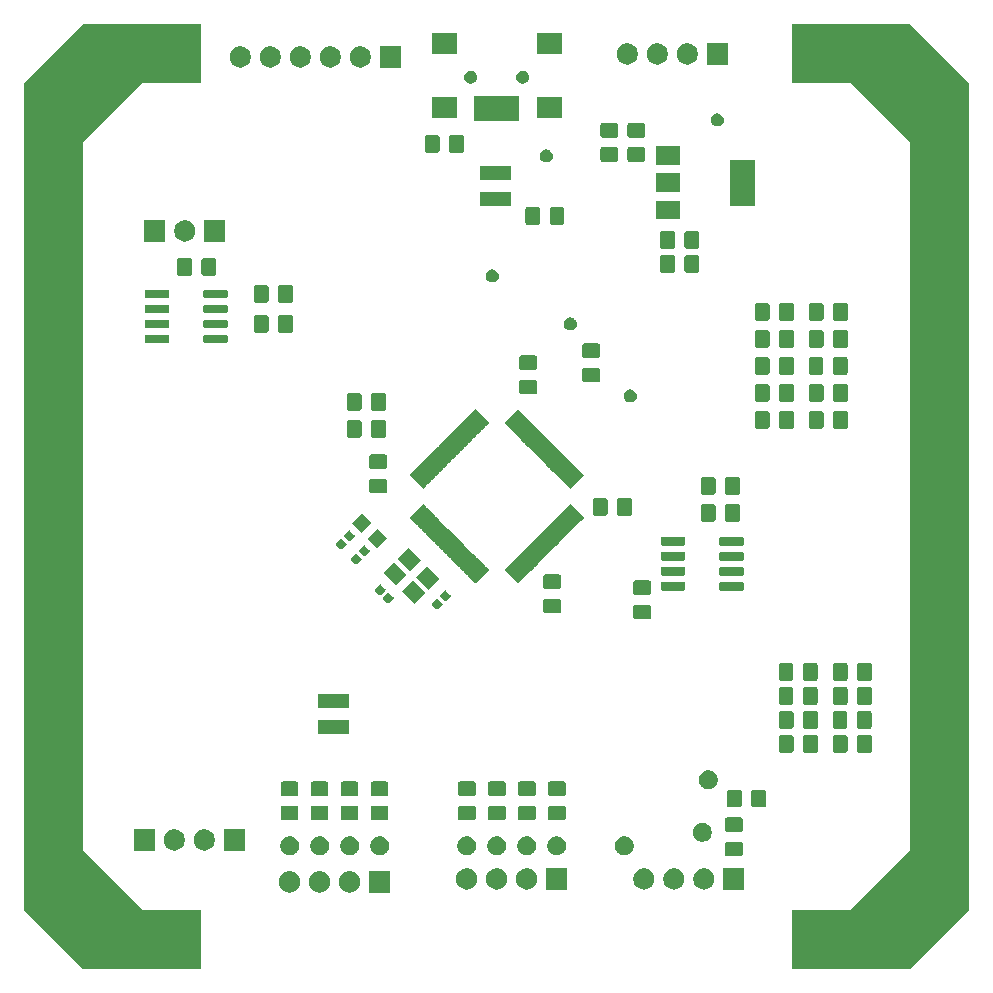
<source format=gts>
G04 #@! TF.GenerationSoftware,KiCad,Pcbnew,(5.1.5)-2*
G04 #@! TF.CreationDate,2021-12-27T14:55:15+01:00*
G04 #@! TF.ProjectId,STM32_MULTIPROTOCOL,53544d33-325f-44d5-954c-544950524f54,rev?*
G04 #@! TF.SameCoordinates,Original*
G04 #@! TF.FileFunction,Soldermask,Top*
G04 #@! TF.FilePolarity,Negative*
%FSLAX46Y46*%
G04 Gerber Fmt 4.6, Leading zero omitted, Abs format (unit mm)*
G04 Created by KiCad (PCBNEW (5.1.5)-2) date 2021-12-27 14:55:15*
%MOMM*%
%LPD*%
G04 APERTURE LIST*
%ADD10C,0.100000*%
G04 APERTURE END LIST*
D10*
G36*
X200000000Y-65000000D02*
G01*
X200000000Y-135000000D01*
X195000000Y-140000000D01*
X185000000Y-140000000D01*
X185000000Y-135000000D01*
X189948223Y-135000000D01*
X189972609Y-134997598D01*
X189996058Y-134990485D01*
X190017669Y-134978934D01*
X190036611Y-134963389D01*
X194963389Y-130036611D01*
X194978934Y-130017669D01*
X194990485Y-129996058D01*
X194997598Y-129972609D01*
X195000000Y-129948223D01*
X195000000Y-70051777D01*
X194997598Y-70027391D01*
X194990485Y-70003942D01*
X194978934Y-69982331D01*
X194963389Y-69963389D01*
X190036611Y-65036611D01*
X190017669Y-65021066D01*
X189996058Y-65009515D01*
X189972609Y-65002402D01*
X189948223Y-65000000D01*
X185000000Y-65000000D01*
X185000000Y-60000000D01*
X195000000Y-60000000D01*
X200000000Y-65000000D01*
G37*
G36*
X135000000Y-65000000D02*
G01*
X130051777Y-65000000D01*
X130027391Y-65002402D01*
X130003942Y-65009515D01*
X129982331Y-65021066D01*
X129963389Y-65036611D01*
X125036611Y-69963389D01*
X125021066Y-69982331D01*
X125009515Y-70003942D01*
X125002402Y-70027391D01*
X125000000Y-70051777D01*
X125000000Y-129948223D01*
X125002402Y-129972609D01*
X125009515Y-129996058D01*
X125021066Y-130017669D01*
X125036611Y-130036611D01*
X129963389Y-134963389D01*
X129982331Y-134978934D01*
X130003942Y-134990485D01*
X130027391Y-134997598D01*
X130051777Y-135000000D01*
X135000000Y-135000000D01*
X135000000Y-140000000D01*
X125000000Y-140000000D01*
X120000000Y-135000000D01*
X120000000Y-65000000D01*
X125000000Y-60000000D01*
X135000000Y-60000000D01*
X135000000Y-65000000D01*
G37*
G36*
X150981000Y-133545000D02*
G01*
X149179000Y-133545000D01*
X149179000Y-131743000D01*
X150981000Y-131743000D01*
X150981000Y-133545000D01*
G37*
G36*
X147653512Y-131747927D02*
G01*
X147802812Y-131777624D01*
X147966784Y-131845544D01*
X148114354Y-131944147D01*
X148239853Y-132069646D01*
X148338456Y-132217216D01*
X148406376Y-132381188D01*
X148441000Y-132555259D01*
X148441000Y-132732741D01*
X148406376Y-132906812D01*
X148338456Y-133070784D01*
X148239853Y-133218354D01*
X148114354Y-133343853D01*
X147966784Y-133442456D01*
X147802812Y-133510376D01*
X147653512Y-133540073D01*
X147628742Y-133545000D01*
X147451258Y-133545000D01*
X147426488Y-133540073D01*
X147277188Y-133510376D01*
X147113216Y-133442456D01*
X146965646Y-133343853D01*
X146840147Y-133218354D01*
X146741544Y-133070784D01*
X146673624Y-132906812D01*
X146639000Y-132732741D01*
X146639000Y-132555259D01*
X146673624Y-132381188D01*
X146741544Y-132217216D01*
X146840147Y-132069646D01*
X146965646Y-131944147D01*
X147113216Y-131845544D01*
X147277188Y-131777624D01*
X147426488Y-131747927D01*
X147451258Y-131743000D01*
X147628742Y-131743000D01*
X147653512Y-131747927D01*
G37*
G36*
X142573512Y-131747927D02*
G01*
X142722812Y-131777624D01*
X142886784Y-131845544D01*
X143034354Y-131944147D01*
X143159853Y-132069646D01*
X143258456Y-132217216D01*
X143326376Y-132381188D01*
X143361000Y-132555259D01*
X143361000Y-132732741D01*
X143326376Y-132906812D01*
X143258456Y-133070784D01*
X143159853Y-133218354D01*
X143034354Y-133343853D01*
X142886784Y-133442456D01*
X142722812Y-133510376D01*
X142573512Y-133540073D01*
X142548742Y-133545000D01*
X142371258Y-133545000D01*
X142346488Y-133540073D01*
X142197188Y-133510376D01*
X142033216Y-133442456D01*
X141885646Y-133343853D01*
X141760147Y-133218354D01*
X141661544Y-133070784D01*
X141593624Y-132906812D01*
X141559000Y-132732741D01*
X141559000Y-132555259D01*
X141593624Y-132381188D01*
X141661544Y-132217216D01*
X141760147Y-132069646D01*
X141885646Y-131944147D01*
X142033216Y-131845544D01*
X142197188Y-131777624D01*
X142346488Y-131747927D01*
X142371258Y-131743000D01*
X142548742Y-131743000D01*
X142573512Y-131747927D01*
G37*
G36*
X145113512Y-131747927D02*
G01*
X145262812Y-131777624D01*
X145426784Y-131845544D01*
X145574354Y-131944147D01*
X145699853Y-132069646D01*
X145798456Y-132217216D01*
X145866376Y-132381188D01*
X145901000Y-132555259D01*
X145901000Y-132732741D01*
X145866376Y-132906812D01*
X145798456Y-133070784D01*
X145699853Y-133218354D01*
X145574354Y-133343853D01*
X145426784Y-133442456D01*
X145262812Y-133510376D01*
X145113512Y-133540073D01*
X145088742Y-133545000D01*
X144911258Y-133545000D01*
X144886488Y-133540073D01*
X144737188Y-133510376D01*
X144573216Y-133442456D01*
X144425646Y-133343853D01*
X144300147Y-133218354D01*
X144201544Y-133070784D01*
X144133624Y-132906812D01*
X144099000Y-132732741D01*
X144099000Y-132555259D01*
X144133624Y-132381188D01*
X144201544Y-132217216D01*
X144300147Y-132069646D01*
X144425646Y-131944147D01*
X144573216Y-131845544D01*
X144737188Y-131777624D01*
X144886488Y-131747927D01*
X144911258Y-131743000D01*
X145088742Y-131743000D01*
X145113512Y-131747927D01*
G37*
G36*
X162653512Y-131493927D02*
G01*
X162802812Y-131523624D01*
X162966784Y-131591544D01*
X163114354Y-131690147D01*
X163239853Y-131815646D01*
X163338456Y-131963216D01*
X163406376Y-132127188D01*
X163441000Y-132301259D01*
X163441000Y-132478741D01*
X163406376Y-132652812D01*
X163338456Y-132816784D01*
X163239853Y-132964354D01*
X163114354Y-133089853D01*
X162966784Y-133188456D01*
X162802812Y-133256376D01*
X162653512Y-133286073D01*
X162628742Y-133291000D01*
X162451258Y-133291000D01*
X162426488Y-133286073D01*
X162277188Y-133256376D01*
X162113216Y-133188456D01*
X161965646Y-133089853D01*
X161840147Y-132964354D01*
X161741544Y-132816784D01*
X161673624Y-132652812D01*
X161639000Y-132478741D01*
X161639000Y-132301259D01*
X161673624Y-132127188D01*
X161741544Y-131963216D01*
X161840147Y-131815646D01*
X161965646Y-131690147D01*
X162113216Y-131591544D01*
X162277188Y-131523624D01*
X162426488Y-131493927D01*
X162451258Y-131489000D01*
X162628742Y-131489000D01*
X162653512Y-131493927D01*
G37*
G36*
X180981000Y-133291000D02*
G01*
X179179000Y-133291000D01*
X179179000Y-131489000D01*
X180981000Y-131489000D01*
X180981000Y-133291000D01*
G37*
G36*
X177653512Y-131493927D02*
G01*
X177802812Y-131523624D01*
X177966784Y-131591544D01*
X178114354Y-131690147D01*
X178239853Y-131815646D01*
X178338456Y-131963216D01*
X178406376Y-132127188D01*
X178441000Y-132301259D01*
X178441000Y-132478741D01*
X178406376Y-132652812D01*
X178338456Y-132816784D01*
X178239853Y-132964354D01*
X178114354Y-133089853D01*
X177966784Y-133188456D01*
X177802812Y-133256376D01*
X177653512Y-133286073D01*
X177628742Y-133291000D01*
X177451258Y-133291000D01*
X177426488Y-133286073D01*
X177277188Y-133256376D01*
X177113216Y-133188456D01*
X176965646Y-133089853D01*
X176840147Y-132964354D01*
X176741544Y-132816784D01*
X176673624Y-132652812D01*
X176639000Y-132478741D01*
X176639000Y-132301259D01*
X176673624Y-132127188D01*
X176741544Y-131963216D01*
X176840147Y-131815646D01*
X176965646Y-131690147D01*
X177113216Y-131591544D01*
X177277188Y-131523624D01*
X177426488Y-131493927D01*
X177451258Y-131489000D01*
X177628742Y-131489000D01*
X177653512Y-131493927D01*
G37*
G36*
X175113512Y-131493927D02*
G01*
X175262812Y-131523624D01*
X175426784Y-131591544D01*
X175574354Y-131690147D01*
X175699853Y-131815646D01*
X175798456Y-131963216D01*
X175866376Y-132127188D01*
X175901000Y-132301259D01*
X175901000Y-132478741D01*
X175866376Y-132652812D01*
X175798456Y-132816784D01*
X175699853Y-132964354D01*
X175574354Y-133089853D01*
X175426784Y-133188456D01*
X175262812Y-133256376D01*
X175113512Y-133286073D01*
X175088742Y-133291000D01*
X174911258Y-133291000D01*
X174886488Y-133286073D01*
X174737188Y-133256376D01*
X174573216Y-133188456D01*
X174425646Y-133089853D01*
X174300147Y-132964354D01*
X174201544Y-132816784D01*
X174133624Y-132652812D01*
X174099000Y-132478741D01*
X174099000Y-132301259D01*
X174133624Y-132127188D01*
X174201544Y-131963216D01*
X174300147Y-131815646D01*
X174425646Y-131690147D01*
X174573216Y-131591544D01*
X174737188Y-131523624D01*
X174886488Y-131493927D01*
X174911258Y-131489000D01*
X175088742Y-131489000D01*
X175113512Y-131493927D01*
G37*
G36*
X172573512Y-131493927D02*
G01*
X172722812Y-131523624D01*
X172886784Y-131591544D01*
X173034354Y-131690147D01*
X173159853Y-131815646D01*
X173258456Y-131963216D01*
X173326376Y-132127188D01*
X173361000Y-132301259D01*
X173361000Y-132478741D01*
X173326376Y-132652812D01*
X173258456Y-132816784D01*
X173159853Y-132964354D01*
X173034354Y-133089853D01*
X172886784Y-133188456D01*
X172722812Y-133256376D01*
X172573512Y-133286073D01*
X172548742Y-133291000D01*
X172371258Y-133291000D01*
X172346488Y-133286073D01*
X172197188Y-133256376D01*
X172033216Y-133188456D01*
X171885646Y-133089853D01*
X171760147Y-132964354D01*
X171661544Y-132816784D01*
X171593624Y-132652812D01*
X171559000Y-132478741D01*
X171559000Y-132301259D01*
X171593624Y-132127188D01*
X171661544Y-131963216D01*
X171760147Y-131815646D01*
X171885646Y-131690147D01*
X172033216Y-131591544D01*
X172197188Y-131523624D01*
X172346488Y-131493927D01*
X172371258Y-131489000D01*
X172548742Y-131489000D01*
X172573512Y-131493927D01*
G37*
G36*
X165981000Y-133291000D02*
G01*
X164179000Y-133291000D01*
X164179000Y-131489000D01*
X165981000Y-131489000D01*
X165981000Y-133291000D01*
G37*
G36*
X160113512Y-131493927D02*
G01*
X160262812Y-131523624D01*
X160426784Y-131591544D01*
X160574354Y-131690147D01*
X160699853Y-131815646D01*
X160798456Y-131963216D01*
X160866376Y-132127188D01*
X160901000Y-132301259D01*
X160901000Y-132478741D01*
X160866376Y-132652812D01*
X160798456Y-132816784D01*
X160699853Y-132964354D01*
X160574354Y-133089853D01*
X160426784Y-133188456D01*
X160262812Y-133256376D01*
X160113512Y-133286073D01*
X160088742Y-133291000D01*
X159911258Y-133291000D01*
X159886488Y-133286073D01*
X159737188Y-133256376D01*
X159573216Y-133188456D01*
X159425646Y-133089853D01*
X159300147Y-132964354D01*
X159201544Y-132816784D01*
X159133624Y-132652812D01*
X159099000Y-132478741D01*
X159099000Y-132301259D01*
X159133624Y-132127188D01*
X159201544Y-131963216D01*
X159300147Y-131815646D01*
X159425646Y-131690147D01*
X159573216Y-131591544D01*
X159737188Y-131523624D01*
X159886488Y-131493927D01*
X159911258Y-131489000D01*
X160088742Y-131489000D01*
X160113512Y-131493927D01*
G37*
G36*
X157573512Y-131493927D02*
G01*
X157722812Y-131523624D01*
X157886784Y-131591544D01*
X158034354Y-131690147D01*
X158159853Y-131815646D01*
X158258456Y-131963216D01*
X158326376Y-132127188D01*
X158361000Y-132301259D01*
X158361000Y-132478741D01*
X158326376Y-132652812D01*
X158258456Y-132816784D01*
X158159853Y-132964354D01*
X158034354Y-133089853D01*
X157886784Y-133188456D01*
X157722812Y-133256376D01*
X157573512Y-133286073D01*
X157548742Y-133291000D01*
X157371258Y-133291000D01*
X157346488Y-133286073D01*
X157197188Y-133256376D01*
X157033216Y-133188456D01*
X156885646Y-133089853D01*
X156760147Y-132964354D01*
X156661544Y-132816784D01*
X156593624Y-132652812D01*
X156559000Y-132478741D01*
X156559000Y-132301259D01*
X156593624Y-132127188D01*
X156661544Y-131963216D01*
X156760147Y-131815646D01*
X156885646Y-131690147D01*
X157033216Y-131591544D01*
X157197188Y-131523624D01*
X157346488Y-131493927D01*
X157371258Y-131489000D01*
X157548742Y-131489000D01*
X157573512Y-131493927D01*
G37*
G36*
X180659674Y-129237465D02*
G01*
X180697367Y-129248899D01*
X180732103Y-129267466D01*
X180762548Y-129292452D01*
X180787534Y-129322897D01*
X180806101Y-129357633D01*
X180817535Y-129395326D01*
X180822000Y-129440661D01*
X180822000Y-130277339D01*
X180817535Y-130322674D01*
X180806101Y-130360367D01*
X180787534Y-130395103D01*
X180762548Y-130425548D01*
X180732103Y-130450534D01*
X180697367Y-130469101D01*
X180659674Y-130480535D01*
X180614339Y-130485000D01*
X179527661Y-130485000D01*
X179482326Y-130480535D01*
X179444633Y-130469101D01*
X179409897Y-130450534D01*
X179379452Y-130425548D01*
X179354466Y-130395103D01*
X179335899Y-130360367D01*
X179324465Y-130322674D01*
X179320000Y-130277339D01*
X179320000Y-129440661D01*
X179324465Y-129395326D01*
X179335899Y-129357633D01*
X179354466Y-129322897D01*
X179379452Y-129292452D01*
X179409897Y-129267466D01*
X179444633Y-129248899D01*
X179482326Y-129237465D01*
X179527661Y-129233000D01*
X180614339Y-129233000D01*
X180659674Y-129237465D01*
G37*
G36*
X171033642Y-128825781D02*
G01*
X171179414Y-128886162D01*
X171179416Y-128886163D01*
X171310608Y-128973822D01*
X171422178Y-129085392D01*
X171509837Y-129216584D01*
X171509838Y-129216586D01*
X171570219Y-129362358D01*
X171601000Y-129517107D01*
X171601000Y-129674893D01*
X171570219Y-129829642D01*
X171518552Y-129954376D01*
X171509837Y-129975416D01*
X171422178Y-130106608D01*
X171310608Y-130218178D01*
X171179416Y-130305837D01*
X171179415Y-130305838D01*
X171179414Y-130305838D01*
X171033642Y-130366219D01*
X170878893Y-130397000D01*
X170721107Y-130397000D01*
X170566358Y-130366219D01*
X170420586Y-130305838D01*
X170420585Y-130305838D01*
X170420584Y-130305837D01*
X170289392Y-130218178D01*
X170177822Y-130106608D01*
X170090163Y-129975416D01*
X170081448Y-129954376D01*
X170029781Y-129829642D01*
X169999000Y-129674893D01*
X169999000Y-129517107D01*
X170029781Y-129362358D01*
X170090162Y-129216586D01*
X170090163Y-129216584D01*
X170177822Y-129085392D01*
X170289392Y-128973822D01*
X170420584Y-128886163D01*
X170420586Y-128886162D01*
X170566358Y-128825781D01*
X170721107Y-128795000D01*
X170878893Y-128795000D01*
X171033642Y-128825781D01*
G37*
G36*
X162778642Y-128825781D02*
G01*
X162924414Y-128886162D01*
X162924416Y-128886163D01*
X163055608Y-128973822D01*
X163167178Y-129085392D01*
X163254837Y-129216584D01*
X163254838Y-129216586D01*
X163315219Y-129362358D01*
X163346000Y-129517107D01*
X163346000Y-129674893D01*
X163315219Y-129829642D01*
X163263552Y-129954376D01*
X163254837Y-129975416D01*
X163167178Y-130106608D01*
X163055608Y-130218178D01*
X162924416Y-130305837D01*
X162924415Y-130305838D01*
X162924414Y-130305838D01*
X162778642Y-130366219D01*
X162623893Y-130397000D01*
X162466107Y-130397000D01*
X162311358Y-130366219D01*
X162165586Y-130305838D01*
X162165585Y-130305838D01*
X162165584Y-130305837D01*
X162034392Y-130218178D01*
X161922822Y-130106608D01*
X161835163Y-129975416D01*
X161826448Y-129954376D01*
X161774781Y-129829642D01*
X161744000Y-129674893D01*
X161744000Y-129517107D01*
X161774781Y-129362358D01*
X161835162Y-129216586D01*
X161835163Y-129216584D01*
X161922822Y-129085392D01*
X162034392Y-128973822D01*
X162165584Y-128886163D01*
X162165586Y-128886162D01*
X162311358Y-128825781D01*
X162466107Y-128795000D01*
X162623893Y-128795000D01*
X162778642Y-128825781D01*
G37*
G36*
X165313642Y-128825781D02*
G01*
X165459414Y-128886162D01*
X165459416Y-128886163D01*
X165590608Y-128973822D01*
X165702178Y-129085392D01*
X165789837Y-129216584D01*
X165789838Y-129216586D01*
X165850219Y-129362358D01*
X165881000Y-129517107D01*
X165881000Y-129674893D01*
X165850219Y-129829642D01*
X165798552Y-129954376D01*
X165789837Y-129975416D01*
X165702178Y-130106608D01*
X165590608Y-130218178D01*
X165459416Y-130305837D01*
X165459415Y-130305838D01*
X165459414Y-130305838D01*
X165313642Y-130366219D01*
X165158893Y-130397000D01*
X165001107Y-130397000D01*
X164846358Y-130366219D01*
X164700586Y-130305838D01*
X164700585Y-130305838D01*
X164700584Y-130305837D01*
X164569392Y-130218178D01*
X164457822Y-130106608D01*
X164370163Y-129975416D01*
X164361448Y-129954376D01*
X164309781Y-129829642D01*
X164279000Y-129674893D01*
X164279000Y-129517107D01*
X164309781Y-129362358D01*
X164370162Y-129216586D01*
X164370163Y-129216584D01*
X164457822Y-129085392D01*
X164569392Y-128973822D01*
X164700584Y-128886163D01*
X164700586Y-128886162D01*
X164846358Y-128825781D01*
X165001107Y-128795000D01*
X165158893Y-128795000D01*
X165313642Y-128825781D01*
G37*
G36*
X160238642Y-128825781D02*
G01*
X160384414Y-128886162D01*
X160384416Y-128886163D01*
X160515608Y-128973822D01*
X160627178Y-129085392D01*
X160714837Y-129216584D01*
X160714838Y-129216586D01*
X160775219Y-129362358D01*
X160806000Y-129517107D01*
X160806000Y-129674893D01*
X160775219Y-129829642D01*
X160723552Y-129954376D01*
X160714837Y-129975416D01*
X160627178Y-130106608D01*
X160515608Y-130218178D01*
X160384416Y-130305837D01*
X160384415Y-130305838D01*
X160384414Y-130305838D01*
X160238642Y-130366219D01*
X160083893Y-130397000D01*
X159926107Y-130397000D01*
X159771358Y-130366219D01*
X159625586Y-130305838D01*
X159625585Y-130305838D01*
X159625584Y-130305837D01*
X159494392Y-130218178D01*
X159382822Y-130106608D01*
X159295163Y-129975416D01*
X159286448Y-129954376D01*
X159234781Y-129829642D01*
X159204000Y-129674893D01*
X159204000Y-129517107D01*
X159234781Y-129362358D01*
X159295162Y-129216586D01*
X159295163Y-129216584D01*
X159382822Y-129085392D01*
X159494392Y-128973822D01*
X159625584Y-128886163D01*
X159625586Y-128886162D01*
X159771358Y-128825781D01*
X159926107Y-128795000D01*
X160083893Y-128795000D01*
X160238642Y-128825781D01*
G37*
G36*
X157698642Y-128825781D02*
G01*
X157844414Y-128886162D01*
X157844416Y-128886163D01*
X157975608Y-128973822D01*
X158087178Y-129085392D01*
X158174837Y-129216584D01*
X158174838Y-129216586D01*
X158235219Y-129362358D01*
X158266000Y-129517107D01*
X158266000Y-129674893D01*
X158235219Y-129829642D01*
X158183552Y-129954376D01*
X158174837Y-129975416D01*
X158087178Y-130106608D01*
X157975608Y-130218178D01*
X157844416Y-130305837D01*
X157844415Y-130305838D01*
X157844414Y-130305838D01*
X157698642Y-130366219D01*
X157543893Y-130397000D01*
X157386107Y-130397000D01*
X157231358Y-130366219D01*
X157085586Y-130305838D01*
X157085585Y-130305838D01*
X157085584Y-130305837D01*
X156954392Y-130218178D01*
X156842822Y-130106608D01*
X156755163Y-129975416D01*
X156746448Y-129954376D01*
X156694781Y-129829642D01*
X156664000Y-129674893D01*
X156664000Y-129517107D01*
X156694781Y-129362358D01*
X156755162Y-129216586D01*
X156755163Y-129216584D01*
X156842822Y-129085392D01*
X156954392Y-128973822D01*
X157085584Y-128886163D01*
X157085586Y-128886162D01*
X157231358Y-128825781D01*
X157386107Y-128795000D01*
X157543893Y-128795000D01*
X157698642Y-128825781D01*
G37*
G36*
X150332642Y-128825781D02*
G01*
X150478414Y-128886162D01*
X150478416Y-128886163D01*
X150609608Y-128973822D01*
X150721178Y-129085392D01*
X150808837Y-129216584D01*
X150808838Y-129216586D01*
X150869219Y-129362358D01*
X150900000Y-129517107D01*
X150900000Y-129674893D01*
X150869219Y-129829642D01*
X150817552Y-129954376D01*
X150808837Y-129975416D01*
X150721178Y-130106608D01*
X150609608Y-130218178D01*
X150478416Y-130305837D01*
X150478415Y-130305838D01*
X150478414Y-130305838D01*
X150332642Y-130366219D01*
X150177893Y-130397000D01*
X150020107Y-130397000D01*
X149865358Y-130366219D01*
X149719586Y-130305838D01*
X149719585Y-130305838D01*
X149719584Y-130305837D01*
X149588392Y-130218178D01*
X149476822Y-130106608D01*
X149389163Y-129975416D01*
X149380448Y-129954376D01*
X149328781Y-129829642D01*
X149298000Y-129674893D01*
X149298000Y-129517107D01*
X149328781Y-129362358D01*
X149389162Y-129216586D01*
X149389163Y-129216584D01*
X149476822Y-129085392D01*
X149588392Y-128973822D01*
X149719584Y-128886163D01*
X149719586Y-128886162D01*
X149865358Y-128825781D01*
X150020107Y-128795000D01*
X150177893Y-128795000D01*
X150332642Y-128825781D01*
G37*
G36*
X147792642Y-128825781D02*
G01*
X147938414Y-128886162D01*
X147938416Y-128886163D01*
X148069608Y-128973822D01*
X148181178Y-129085392D01*
X148268837Y-129216584D01*
X148268838Y-129216586D01*
X148329219Y-129362358D01*
X148360000Y-129517107D01*
X148360000Y-129674893D01*
X148329219Y-129829642D01*
X148277552Y-129954376D01*
X148268837Y-129975416D01*
X148181178Y-130106608D01*
X148069608Y-130218178D01*
X147938416Y-130305837D01*
X147938415Y-130305838D01*
X147938414Y-130305838D01*
X147792642Y-130366219D01*
X147637893Y-130397000D01*
X147480107Y-130397000D01*
X147325358Y-130366219D01*
X147179586Y-130305838D01*
X147179585Y-130305838D01*
X147179584Y-130305837D01*
X147048392Y-130218178D01*
X146936822Y-130106608D01*
X146849163Y-129975416D01*
X146840448Y-129954376D01*
X146788781Y-129829642D01*
X146758000Y-129674893D01*
X146758000Y-129517107D01*
X146788781Y-129362358D01*
X146849162Y-129216586D01*
X146849163Y-129216584D01*
X146936822Y-129085392D01*
X147048392Y-128973822D01*
X147179584Y-128886163D01*
X147179586Y-128886162D01*
X147325358Y-128825781D01*
X147480107Y-128795000D01*
X147637893Y-128795000D01*
X147792642Y-128825781D01*
G37*
G36*
X145252642Y-128825781D02*
G01*
X145398414Y-128886162D01*
X145398416Y-128886163D01*
X145529608Y-128973822D01*
X145641178Y-129085392D01*
X145728837Y-129216584D01*
X145728838Y-129216586D01*
X145789219Y-129362358D01*
X145820000Y-129517107D01*
X145820000Y-129674893D01*
X145789219Y-129829642D01*
X145737552Y-129954376D01*
X145728837Y-129975416D01*
X145641178Y-130106608D01*
X145529608Y-130218178D01*
X145398416Y-130305837D01*
X145398415Y-130305838D01*
X145398414Y-130305838D01*
X145252642Y-130366219D01*
X145097893Y-130397000D01*
X144940107Y-130397000D01*
X144785358Y-130366219D01*
X144639586Y-130305838D01*
X144639585Y-130305838D01*
X144639584Y-130305837D01*
X144508392Y-130218178D01*
X144396822Y-130106608D01*
X144309163Y-129975416D01*
X144300448Y-129954376D01*
X144248781Y-129829642D01*
X144218000Y-129674893D01*
X144218000Y-129517107D01*
X144248781Y-129362358D01*
X144309162Y-129216586D01*
X144309163Y-129216584D01*
X144396822Y-129085392D01*
X144508392Y-128973822D01*
X144639584Y-128886163D01*
X144639586Y-128886162D01*
X144785358Y-128825781D01*
X144940107Y-128795000D01*
X145097893Y-128795000D01*
X145252642Y-128825781D01*
G37*
G36*
X142712642Y-128825781D02*
G01*
X142858414Y-128886162D01*
X142858416Y-128886163D01*
X142989608Y-128973822D01*
X143101178Y-129085392D01*
X143188837Y-129216584D01*
X143188838Y-129216586D01*
X143249219Y-129362358D01*
X143280000Y-129517107D01*
X143280000Y-129674893D01*
X143249219Y-129829642D01*
X143197552Y-129954376D01*
X143188837Y-129975416D01*
X143101178Y-130106608D01*
X142989608Y-130218178D01*
X142858416Y-130305837D01*
X142858415Y-130305838D01*
X142858414Y-130305838D01*
X142712642Y-130366219D01*
X142557893Y-130397000D01*
X142400107Y-130397000D01*
X142245358Y-130366219D01*
X142099586Y-130305838D01*
X142099585Y-130305838D01*
X142099584Y-130305837D01*
X141968392Y-130218178D01*
X141856822Y-130106608D01*
X141769163Y-129975416D01*
X141760448Y-129954376D01*
X141708781Y-129829642D01*
X141678000Y-129674893D01*
X141678000Y-129517107D01*
X141708781Y-129362358D01*
X141769162Y-129216586D01*
X141769163Y-129216584D01*
X141856822Y-129085392D01*
X141968392Y-128973822D01*
X142099584Y-128886163D01*
X142099586Y-128886162D01*
X142245358Y-128825781D01*
X142400107Y-128795000D01*
X142557893Y-128795000D01*
X142712642Y-128825781D01*
G37*
G36*
X132813512Y-128191927D02*
G01*
X132962812Y-128221624D01*
X133126784Y-128289544D01*
X133274354Y-128388147D01*
X133399853Y-128513646D01*
X133498456Y-128661216D01*
X133566376Y-128825188D01*
X133601000Y-128999259D01*
X133601000Y-129176741D01*
X133566376Y-129350812D01*
X133498456Y-129514784D01*
X133399853Y-129662354D01*
X133274354Y-129787853D01*
X133126784Y-129886456D01*
X132962812Y-129954376D01*
X132813512Y-129984073D01*
X132788742Y-129989000D01*
X132611258Y-129989000D01*
X132586488Y-129984073D01*
X132437188Y-129954376D01*
X132273216Y-129886456D01*
X132125646Y-129787853D01*
X132000147Y-129662354D01*
X131901544Y-129514784D01*
X131833624Y-129350812D01*
X131799000Y-129176741D01*
X131799000Y-128999259D01*
X131833624Y-128825188D01*
X131901544Y-128661216D01*
X132000147Y-128513646D01*
X132125646Y-128388147D01*
X132273216Y-128289544D01*
X132437188Y-128221624D01*
X132586488Y-128191927D01*
X132611258Y-128187000D01*
X132788742Y-128187000D01*
X132813512Y-128191927D01*
G37*
G36*
X135353512Y-128191927D02*
G01*
X135502812Y-128221624D01*
X135666784Y-128289544D01*
X135814354Y-128388147D01*
X135939853Y-128513646D01*
X136038456Y-128661216D01*
X136106376Y-128825188D01*
X136141000Y-128999259D01*
X136141000Y-129176741D01*
X136106376Y-129350812D01*
X136038456Y-129514784D01*
X135939853Y-129662354D01*
X135814354Y-129787853D01*
X135666784Y-129886456D01*
X135502812Y-129954376D01*
X135353512Y-129984073D01*
X135328742Y-129989000D01*
X135151258Y-129989000D01*
X135126488Y-129984073D01*
X134977188Y-129954376D01*
X134813216Y-129886456D01*
X134665646Y-129787853D01*
X134540147Y-129662354D01*
X134441544Y-129514784D01*
X134373624Y-129350812D01*
X134339000Y-129176741D01*
X134339000Y-128999259D01*
X134373624Y-128825188D01*
X134441544Y-128661216D01*
X134540147Y-128513646D01*
X134665646Y-128388147D01*
X134813216Y-128289544D01*
X134977188Y-128221624D01*
X135126488Y-128191927D01*
X135151258Y-128187000D01*
X135328742Y-128187000D01*
X135353512Y-128191927D01*
G37*
G36*
X131061000Y-129989000D02*
G01*
X129259000Y-129989000D01*
X129259000Y-128187000D01*
X131061000Y-128187000D01*
X131061000Y-129989000D01*
G37*
G36*
X138681000Y-129989000D02*
G01*
X136879000Y-129989000D01*
X136879000Y-128187000D01*
X138681000Y-128187000D01*
X138681000Y-129989000D01*
G37*
G36*
X177637642Y-127673781D02*
G01*
X177783414Y-127734162D01*
X177783416Y-127734163D01*
X177914608Y-127821822D01*
X178026178Y-127933392D01*
X178113837Y-128064584D01*
X178113838Y-128064586D01*
X178174219Y-128210358D01*
X178205000Y-128365107D01*
X178205000Y-128522893D01*
X178174219Y-128677642D01*
X178113838Y-128823414D01*
X178113837Y-128823416D01*
X178026178Y-128954608D01*
X177914608Y-129066178D01*
X177783416Y-129153837D01*
X177783415Y-129153838D01*
X177783414Y-129153838D01*
X177637642Y-129214219D01*
X177482893Y-129245000D01*
X177325107Y-129245000D01*
X177170358Y-129214219D01*
X177024586Y-129153838D01*
X177024585Y-129153838D01*
X177024584Y-129153837D01*
X176893392Y-129066178D01*
X176781822Y-128954608D01*
X176694163Y-128823416D01*
X176694162Y-128823414D01*
X176633781Y-128677642D01*
X176603000Y-128522893D01*
X176603000Y-128365107D01*
X176633781Y-128210358D01*
X176694162Y-128064586D01*
X176694163Y-128064584D01*
X176781822Y-127933392D01*
X176893392Y-127821822D01*
X177024584Y-127734163D01*
X177024586Y-127734162D01*
X177170358Y-127673781D01*
X177325107Y-127643000D01*
X177482893Y-127643000D01*
X177637642Y-127673781D01*
G37*
G36*
X180659674Y-127187465D02*
G01*
X180697367Y-127198899D01*
X180732103Y-127217466D01*
X180762548Y-127242452D01*
X180787534Y-127272897D01*
X180806101Y-127307633D01*
X180817535Y-127345326D01*
X180822000Y-127390661D01*
X180822000Y-128227339D01*
X180817535Y-128272674D01*
X180806101Y-128310367D01*
X180787534Y-128345103D01*
X180762548Y-128375548D01*
X180732103Y-128400534D01*
X180697367Y-128419101D01*
X180659674Y-128430535D01*
X180614339Y-128435000D01*
X179527661Y-128435000D01*
X179482326Y-128430535D01*
X179444633Y-128419101D01*
X179409897Y-128400534D01*
X179379452Y-128375548D01*
X179354466Y-128345103D01*
X179335899Y-128310367D01*
X179324465Y-128272674D01*
X179320000Y-128227339D01*
X179320000Y-127390661D01*
X179324465Y-127345326D01*
X179335899Y-127307633D01*
X179354466Y-127272897D01*
X179379452Y-127242452D01*
X179409897Y-127217466D01*
X179444633Y-127198899D01*
X179482326Y-127187465D01*
X179527661Y-127183000D01*
X180614339Y-127183000D01*
X180659674Y-127187465D01*
G37*
G36*
X145589148Y-126189454D02*
G01*
X145626728Y-126200854D01*
X145661364Y-126219367D01*
X145691720Y-126244280D01*
X145716633Y-126274636D01*
X145735146Y-126309272D01*
X145746546Y-126346852D01*
X145751000Y-126392075D01*
X145751000Y-127229925D01*
X145746546Y-127275148D01*
X145735146Y-127312728D01*
X145716633Y-127347364D01*
X145691720Y-127377720D01*
X145661364Y-127402633D01*
X145626728Y-127421146D01*
X145589148Y-127432546D01*
X145543925Y-127437000D01*
X144456075Y-127437000D01*
X144410852Y-127432546D01*
X144373272Y-127421146D01*
X144338636Y-127402633D01*
X144308280Y-127377720D01*
X144283367Y-127347364D01*
X144264854Y-127312728D01*
X144253454Y-127275148D01*
X144249000Y-127229925D01*
X144249000Y-126392075D01*
X144253454Y-126346852D01*
X144264854Y-126309272D01*
X144283367Y-126274636D01*
X144308280Y-126244280D01*
X144338636Y-126219367D01*
X144373272Y-126200854D01*
X144410852Y-126189454D01*
X144456075Y-126185000D01*
X145543925Y-126185000D01*
X145589148Y-126189454D01*
G37*
G36*
X160589148Y-126189454D02*
G01*
X160626728Y-126200854D01*
X160661364Y-126219367D01*
X160691720Y-126244280D01*
X160716633Y-126274636D01*
X160735146Y-126309272D01*
X160746546Y-126346852D01*
X160751000Y-126392075D01*
X160751000Y-127229925D01*
X160746546Y-127275148D01*
X160735146Y-127312728D01*
X160716633Y-127347364D01*
X160691720Y-127377720D01*
X160661364Y-127402633D01*
X160626728Y-127421146D01*
X160589148Y-127432546D01*
X160543925Y-127437000D01*
X159456075Y-127437000D01*
X159410852Y-127432546D01*
X159373272Y-127421146D01*
X159338636Y-127402633D01*
X159308280Y-127377720D01*
X159283367Y-127347364D01*
X159264854Y-127312728D01*
X159253454Y-127275148D01*
X159249000Y-127229925D01*
X159249000Y-126392075D01*
X159253454Y-126346852D01*
X159264854Y-126309272D01*
X159283367Y-126274636D01*
X159308280Y-126244280D01*
X159338636Y-126219367D01*
X159373272Y-126200854D01*
X159410852Y-126189454D01*
X159456075Y-126185000D01*
X160543925Y-126185000D01*
X160589148Y-126189454D01*
G37*
G36*
X163128674Y-126189465D02*
G01*
X163166367Y-126200899D01*
X163201103Y-126219466D01*
X163231548Y-126244452D01*
X163256534Y-126274897D01*
X163275101Y-126309633D01*
X163286535Y-126347326D01*
X163291000Y-126392661D01*
X163291000Y-127229339D01*
X163286535Y-127274674D01*
X163275101Y-127312367D01*
X163256534Y-127347103D01*
X163231548Y-127377548D01*
X163201103Y-127402534D01*
X163166367Y-127421101D01*
X163128674Y-127432535D01*
X163083339Y-127437000D01*
X161996661Y-127437000D01*
X161951326Y-127432535D01*
X161913633Y-127421101D01*
X161878897Y-127402534D01*
X161848452Y-127377548D01*
X161823466Y-127347103D01*
X161804899Y-127312367D01*
X161793465Y-127274674D01*
X161789000Y-127229339D01*
X161789000Y-126392661D01*
X161793465Y-126347326D01*
X161804899Y-126309633D01*
X161823466Y-126274897D01*
X161848452Y-126244452D01*
X161878897Y-126219466D01*
X161913633Y-126200899D01*
X161951326Y-126189465D01*
X161996661Y-126185000D01*
X163083339Y-126185000D01*
X163128674Y-126189465D01*
G37*
G36*
X158049148Y-126189454D02*
G01*
X158086728Y-126200854D01*
X158121364Y-126219367D01*
X158151720Y-126244280D01*
X158176633Y-126274636D01*
X158195146Y-126309272D01*
X158206546Y-126346852D01*
X158211000Y-126392075D01*
X158211000Y-127229925D01*
X158206546Y-127275148D01*
X158195146Y-127312728D01*
X158176633Y-127347364D01*
X158151720Y-127377720D01*
X158121364Y-127402633D01*
X158086728Y-127421146D01*
X158049148Y-127432546D01*
X158003925Y-127437000D01*
X156916075Y-127437000D01*
X156870852Y-127432546D01*
X156833272Y-127421146D01*
X156798636Y-127402633D01*
X156768280Y-127377720D01*
X156743367Y-127347364D01*
X156724854Y-127312728D01*
X156713454Y-127275148D01*
X156709000Y-127229925D01*
X156709000Y-126392075D01*
X156713454Y-126346852D01*
X156724854Y-126309272D01*
X156743367Y-126274636D01*
X156768280Y-126244280D01*
X156798636Y-126219367D01*
X156833272Y-126200854D01*
X156870852Y-126189454D01*
X156916075Y-126185000D01*
X158003925Y-126185000D01*
X158049148Y-126189454D01*
G37*
G36*
X150669148Y-126189454D02*
G01*
X150706728Y-126200854D01*
X150741364Y-126219367D01*
X150771720Y-126244280D01*
X150796633Y-126274636D01*
X150815146Y-126309272D01*
X150826546Y-126346852D01*
X150831000Y-126392075D01*
X150831000Y-127229925D01*
X150826546Y-127275148D01*
X150815146Y-127312728D01*
X150796633Y-127347364D01*
X150771720Y-127377720D01*
X150741364Y-127402633D01*
X150706728Y-127421146D01*
X150669148Y-127432546D01*
X150623925Y-127437000D01*
X149536075Y-127437000D01*
X149490852Y-127432546D01*
X149453272Y-127421146D01*
X149418636Y-127402633D01*
X149388280Y-127377720D01*
X149363367Y-127347364D01*
X149344854Y-127312728D01*
X149333454Y-127275148D01*
X149329000Y-127229925D01*
X149329000Y-126392075D01*
X149333454Y-126346852D01*
X149344854Y-126309272D01*
X149363367Y-126274636D01*
X149388280Y-126244280D01*
X149418636Y-126219367D01*
X149453272Y-126200854D01*
X149490852Y-126189454D01*
X149536075Y-126185000D01*
X150623925Y-126185000D01*
X150669148Y-126189454D01*
G37*
G36*
X148128674Y-126189465D02*
G01*
X148166367Y-126200899D01*
X148201103Y-126219466D01*
X148231548Y-126244452D01*
X148256534Y-126274897D01*
X148275101Y-126309633D01*
X148286535Y-126347326D01*
X148291000Y-126392661D01*
X148291000Y-127229339D01*
X148286535Y-127274674D01*
X148275101Y-127312367D01*
X148256534Y-127347103D01*
X148231548Y-127377548D01*
X148201103Y-127402534D01*
X148166367Y-127421101D01*
X148128674Y-127432535D01*
X148083339Y-127437000D01*
X146996661Y-127437000D01*
X146951326Y-127432535D01*
X146913633Y-127421101D01*
X146878897Y-127402534D01*
X146848452Y-127377548D01*
X146823466Y-127347103D01*
X146804899Y-127312367D01*
X146793465Y-127274674D01*
X146789000Y-127229339D01*
X146789000Y-126392661D01*
X146793465Y-126347326D01*
X146804899Y-126309633D01*
X146823466Y-126274897D01*
X146848452Y-126244452D01*
X146878897Y-126219466D01*
X146913633Y-126200899D01*
X146951326Y-126189465D01*
X146996661Y-126185000D01*
X148083339Y-126185000D01*
X148128674Y-126189465D01*
G37*
G36*
X143049148Y-126189454D02*
G01*
X143086728Y-126200854D01*
X143121364Y-126219367D01*
X143151720Y-126244280D01*
X143176633Y-126274636D01*
X143195146Y-126309272D01*
X143206546Y-126346852D01*
X143211000Y-126392075D01*
X143211000Y-127229925D01*
X143206546Y-127275148D01*
X143195146Y-127312728D01*
X143176633Y-127347364D01*
X143151720Y-127377720D01*
X143121364Y-127402633D01*
X143086728Y-127421146D01*
X143049148Y-127432546D01*
X143003925Y-127437000D01*
X141916075Y-127437000D01*
X141870852Y-127432546D01*
X141833272Y-127421146D01*
X141798636Y-127402633D01*
X141768280Y-127377720D01*
X141743367Y-127347364D01*
X141724854Y-127312728D01*
X141713454Y-127275148D01*
X141709000Y-127229925D01*
X141709000Y-126392075D01*
X141713454Y-126346852D01*
X141724854Y-126309272D01*
X141743367Y-126274636D01*
X141768280Y-126244280D01*
X141798636Y-126219367D01*
X141833272Y-126200854D01*
X141870852Y-126189454D01*
X141916075Y-126185000D01*
X143003925Y-126185000D01*
X143049148Y-126189454D01*
G37*
G36*
X165669148Y-126189454D02*
G01*
X165706728Y-126200854D01*
X165741364Y-126219367D01*
X165771720Y-126244280D01*
X165796633Y-126274636D01*
X165815146Y-126309272D01*
X165826546Y-126346852D01*
X165831000Y-126392075D01*
X165831000Y-127229925D01*
X165826546Y-127275148D01*
X165815146Y-127312728D01*
X165796633Y-127347364D01*
X165771720Y-127377720D01*
X165741364Y-127402633D01*
X165706728Y-127421146D01*
X165669148Y-127432546D01*
X165623925Y-127437000D01*
X164536075Y-127437000D01*
X164490852Y-127432546D01*
X164453272Y-127421146D01*
X164418636Y-127402633D01*
X164388280Y-127377720D01*
X164363367Y-127347364D01*
X164344854Y-127312728D01*
X164333454Y-127275148D01*
X164329000Y-127229925D01*
X164329000Y-126392075D01*
X164333454Y-126346852D01*
X164344854Y-126309272D01*
X164363367Y-126274636D01*
X164388280Y-126244280D01*
X164418636Y-126219367D01*
X164453272Y-126200854D01*
X164490852Y-126189454D01*
X164536075Y-126185000D01*
X165623925Y-126185000D01*
X165669148Y-126189454D01*
G37*
G36*
X182639174Y-124848965D02*
G01*
X182676867Y-124860399D01*
X182711603Y-124878966D01*
X182742048Y-124903952D01*
X182767034Y-124934397D01*
X182785601Y-124969133D01*
X182797035Y-125006826D01*
X182801500Y-125052161D01*
X182801500Y-126138839D01*
X182797035Y-126184174D01*
X182785601Y-126221867D01*
X182767034Y-126256603D01*
X182742048Y-126287048D01*
X182711603Y-126312034D01*
X182676867Y-126330601D01*
X182639174Y-126342035D01*
X182593839Y-126346500D01*
X181757161Y-126346500D01*
X181711826Y-126342035D01*
X181674133Y-126330601D01*
X181639397Y-126312034D01*
X181608952Y-126287048D01*
X181583966Y-126256603D01*
X181565399Y-126221867D01*
X181553965Y-126184174D01*
X181549500Y-126138839D01*
X181549500Y-125052161D01*
X181553965Y-125006826D01*
X181565399Y-124969133D01*
X181583966Y-124934397D01*
X181608952Y-124903952D01*
X181639397Y-124878966D01*
X181674133Y-124860399D01*
X181711826Y-124848965D01*
X181757161Y-124844500D01*
X182593839Y-124844500D01*
X182639174Y-124848965D01*
G37*
G36*
X180589174Y-124848965D02*
G01*
X180626867Y-124860399D01*
X180661603Y-124878966D01*
X180692048Y-124903952D01*
X180717034Y-124934397D01*
X180735601Y-124969133D01*
X180747035Y-125006826D01*
X180751500Y-125052161D01*
X180751500Y-126138839D01*
X180747035Y-126184174D01*
X180735601Y-126221867D01*
X180717034Y-126256603D01*
X180692048Y-126287048D01*
X180661603Y-126312034D01*
X180626867Y-126330601D01*
X180589174Y-126342035D01*
X180543839Y-126346500D01*
X179707161Y-126346500D01*
X179661826Y-126342035D01*
X179624133Y-126330601D01*
X179589397Y-126312034D01*
X179558952Y-126287048D01*
X179533966Y-126256603D01*
X179515399Y-126221867D01*
X179503965Y-126184174D01*
X179499500Y-126138839D01*
X179499500Y-125052161D01*
X179503965Y-125006826D01*
X179515399Y-124969133D01*
X179533966Y-124934397D01*
X179558952Y-124903952D01*
X179589397Y-124878966D01*
X179624133Y-124860399D01*
X179661826Y-124848965D01*
X179707161Y-124844500D01*
X180543839Y-124844500D01*
X180589174Y-124848965D01*
G37*
G36*
X163129148Y-124139454D02*
G01*
X163166728Y-124150854D01*
X163201364Y-124169367D01*
X163231720Y-124194280D01*
X163256633Y-124224636D01*
X163275146Y-124259272D01*
X163286546Y-124296852D01*
X163291000Y-124342075D01*
X163291000Y-125179925D01*
X163286546Y-125225148D01*
X163275146Y-125262728D01*
X163256633Y-125297364D01*
X163231720Y-125327720D01*
X163201364Y-125352633D01*
X163166728Y-125371146D01*
X163129148Y-125382546D01*
X163083925Y-125387000D01*
X161996075Y-125387000D01*
X161950852Y-125382546D01*
X161913272Y-125371146D01*
X161878636Y-125352633D01*
X161848280Y-125327720D01*
X161823367Y-125297364D01*
X161804854Y-125262728D01*
X161793454Y-125225148D01*
X161789000Y-125179925D01*
X161789000Y-124342075D01*
X161793454Y-124296852D01*
X161804854Y-124259272D01*
X161823367Y-124224636D01*
X161848280Y-124194280D01*
X161878636Y-124169367D01*
X161913272Y-124150854D01*
X161950852Y-124139454D01*
X161996075Y-124135000D01*
X163083925Y-124135000D01*
X163129148Y-124139454D01*
G37*
G36*
X158049148Y-124139454D02*
G01*
X158086728Y-124150854D01*
X158121364Y-124169367D01*
X158151720Y-124194280D01*
X158176633Y-124224636D01*
X158195146Y-124259272D01*
X158206546Y-124296852D01*
X158211000Y-124342075D01*
X158211000Y-125179925D01*
X158206546Y-125225148D01*
X158195146Y-125262728D01*
X158176633Y-125297364D01*
X158151720Y-125327720D01*
X158121364Y-125352633D01*
X158086728Y-125371146D01*
X158049148Y-125382546D01*
X158003925Y-125387000D01*
X156916075Y-125387000D01*
X156870852Y-125382546D01*
X156833272Y-125371146D01*
X156798636Y-125352633D01*
X156768280Y-125327720D01*
X156743367Y-125297364D01*
X156724854Y-125262728D01*
X156713454Y-125225148D01*
X156709000Y-125179925D01*
X156709000Y-124342075D01*
X156713454Y-124296852D01*
X156724854Y-124259272D01*
X156743367Y-124224636D01*
X156768280Y-124194280D01*
X156798636Y-124169367D01*
X156833272Y-124150854D01*
X156870852Y-124139454D01*
X156916075Y-124135000D01*
X158003925Y-124135000D01*
X158049148Y-124139454D01*
G37*
G36*
X165669148Y-124139454D02*
G01*
X165706728Y-124150854D01*
X165741364Y-124169367D01*
X165771720Y-124194280D01*
X165796633Y-124224636D01*
X165815146Y-124259272D01*
X165826546Y-124296852D01*
X165831000Y-124342075D01*
X165831000Y-125179925D01*
X165826546Y-125225148D01*
X165815146Y-125262728D01*
X165796633Y-125297364D01*
X165771720Y-125327720D01*
X165741364Y-125352633D01*
X165706728Y-125371146D01*
X165669148Y-125382546D01*
X165623925Y-125387000D01*
X164536075Y-125387000D01*
X164490852Y-125382546D01*
X164453272Y-125371146D01*
X164418636Y-125352633D01*
X164388280Y-125327720D01*
X164363367Y-125297364D01*
X164344854Y-125262728D01*
X164333454Y-125225148D01*
X164329000Y-125179925D01*
X164329000Y-124342075D01*
X164333454Y-124296852D01*
X164344854Y-124259272D01*
X164363367Y-124224636D01*
X164388280Y-124194280D01*
X164418636Y-124169367D01*
X164453272Y-124150854D01*
X164490852Y-124139454D01*
X164536075Y-124135000D01*
X165623925Y-124135000D01*
X165669148Y-124139454D01*
G37*
G36*
X160589148Y-124139454D02*
G01*
X160626728Y-124150854D01*
X160661364Y-124169367D01*
X160691720Y-124194280D01*
X160716633Y-124224636D01*
X160735146Y-124259272D01*
X160746546Y-124296852D01*
X160751000Y-124342075D01*
X160751000Y-125179925D01*
X160746546Y-125225148D01*
X160735146Y-125262728D01*
X160716633Y-125297364D01*
X160691720Y-125327720D01*
X160661364Y-125352633D01*
X160626728Y-125371146D01*
X160589148Y-125382546D01*
X160543925Y-125387000D01*
X159456075Y-125387000D01*
X159410852Y-125382546D01*
X159373272Y-125371146D01*
X159338636Y-125352633D01*
X159308280Y-125327720D01*
X159283367Y-125297364D01*
X159264854Y-125262728D01*
X159253454Y-125225148D01*
X159249000Y-125179925D01*
X159249000Y-124342075D01*
X159253454Y-124296852D01*
X159264854Y-124259272D01*
X159283367Y-124224636D01*
X159308280Y-124194280D01*
X159338636Y-124169367D01*
X159373272Y-124150854D01*
X159410852Y-124139454D01*
X159456075Y-124135000D01*
X160543925Y-124135000D01*
X160589148Y-124139454D01*
G37*
G36*
X150669148Y-124139454D02*
G01*
X150706728Y-124150854D01*
X150741364Y-124169367D01*
X150771720Y-124194280D01*
X150796633Y-124224636D01*
X150815146Y-124259272D01*
X150826546Y-124296852D01*
X150831000Y-124342075D01*
X150831000Y-125179925D01*
X150826546Y-125225148D01*
X150815146Y-125262728D01*
X150796633Y-125297364D01*
X150771720Y-125327720D01*
X150741364Y-125352633D01*
X150706728Y-125371146D01*
X150669148Y-125382546D01*
X150623925Y-125387000D01*
X149536075Y-125387000D01*
X149490852Y-125382546D01*
X149453272Y-125371146D01*
X149418636Y-125352633D01*
X149388280Y-125327720D01*
X149363367Y-125297364D01*
X149344854Y-125262728D01*
X149333454Y-125225148D01*
X149329000Y-125179925D01*
X149329000Y-124342075D01*
X149333454Y-124296852D01*
X149344854Y-124259272D01*
X149363367Y-124224636D01*
X149388280Y-124194280D01*
X149418636Y-124169367D01*
X149453272Y-124150854D01*
X149490852Y-124139454D01*
X149536075Y-124135000D01*
X150623925Y-124135000D01*
X150669148Y-124139454D01*
G37*
G36*
X148129148Y-124139454D02*
G01*
X148166728Y-124150854D01*
X148201364Y-124169367D01*
X148231720Y-124194280D01*
X148256633Y-124224636D01*
X148275146Y-124259272D01*
X148286546Y-124296852D01*
X148291000Y-124342075D01*
X148291000Y-125179925D01*
X148286546Y-125225148D01*
X148275146Y-125262728D01*
X148256633Y-125297364D01*
X148231720Y-125327720D01*
X148201364Y-125352633D01*
X148166728Y-125371146D01*
X148129148Y-125382546D01*
X148083925Y-125387000D01*
X146996075Y-125387000D01*
X146950852Y-125382546D01*
X146913272Y-125371146D01*
X146878636Y-125352633D01*
X146848280Y-125327720D01*
X146823367Y-125297364D01*
X146804854Y-125262728D01*
X146793454Y-125225148D01*
X146789000Y-125179925D01*
X146789000Y-124342075D01*
X146793454Y-124296852D01*
X146804854Y-124259272D01*
X146823367Y-124224636D01*
X146848280Y-124194280D01*
X146878636Y-124169367D01*
X146913272Y-124150854D01*
X146950852Y-124139454D01*
X146996075Y-124135000D01*
X148083925Y-124135000D01*
X148129148Y-124139454D01*
G37*
G36*
X145589148Y-124139454D02*
G01*
X145626728Y-124150854D01*
X145661364Y-124169367D01*
X145691720Y-124194280D01*
X145716633Y-124224636D01*
X145735146Y-124259272D01*
X145746546Y-124296852D01*
X145751000Y-124342075D01*
X145751000Y-125179925D01*
X145746546Y-125225148D01*
X145735146Y-125262728D01*
X145716633Y-125297364D01*
X145691720Y-125327720D01*
X145661364Y-125352633D01*
X145626728Y-125371146D01*
X145589148Y-125382546D01*
X145543925Y-125387000D01*
X144456075Y-125387000D01*
X144410852Y-125382546D01*
X144373272Y-125371146D01*
X144338636Y-125352633D01*
X144308280Y-125327720D01*
X144283367Y-125297364D01*
X144264854Y-125262728D01*
X144253454Y-125225148D01*
X144249000Y-125179925D01*
X144249000Y-124342075D01*
X144253454Y-124296852D01*
X144264854Y-124259272D01*
X144283367Y-124224636D01*
X144308280Y-124194280D01*
X144338636Y-124169367D01*
X144373272Y-124150854D01*
X144410852Y-124139454D01*
X144456075Y-124135000D01*
X145543925Y-124135000D01*
X145589148Y-124139454D01*
G37*
G36*
X143049148Y-124139454D02*
G01*
X143086728Y-124150854D01*
X143121364Y-124169367D01*
X143151720Y-124194280D01*
X143176633Y-124224636D01*
X143195146Y-124259272D01*
X143206546Y-124296852D01*
X143211000Y-124342075D01*
X143211000Y-125179925D01*
X143206546Y-125225148D01*
X143195146Y-125262728D01*
X143176633Y-125297364D01*
X143151720Y-125327720D01*
X143121364Y-125352633D01*
X143086728Y-125371146D01*
X143049148Y-125382546D01*
X143003925Y-125387000D01*
X141916075Y-125387000D01*
X141870852Y-125382546D01*
X141833272Y-125371146D01*
X141798636Y-125352633D01*
X141768280Y-125327720D01*
X141743367Y-125297364D01*
X141724854Y-125262728D01*
X141713454Y-125225148D01*
X141709000Y-125179925D01*
X141709000Y-124342075D01*
X141713454Y-124296852D01*
X141724854Y-124259272D01*
X141743367Y-124224636D01*
X141768280Y-124194280D01*
X141798636Y-124169367D01*
X141833272Y-124150854D01*
X141870852Y-124139454D01*
X141916075Y-124135000D01*
X143003925Y-124135000D01*
X143049148Y-124139454D01*
G37*
G36*
X178145642Y-123237781D02*
G01*
X178291414Y-123298162D01*
X178291416Y-123298163D01*
X178422608Y-123385822D01*
X178534178Y-123497392D01*
X178621837Y-123628584D01*
X178621838Y-123628586D01*
X178682219Y-123774358D01*
X178713000Y-123929107D01*
X178713000Y-124086893D01*
X178682219Y-124241642D01*
X178621838Y-124387414D01*
X178621837Y-124387416D01*
X178534178Y-124518608D01*
X178422608Y-124630178D01*
X178291416Y-124717837D01*
X178291415Y-124717838D01*
X178291414Y-124717838D01*
X178145642Y-124778219D01*
X177990893Y-124809000D01*
X177833107Y-124809000D01*
X177678358Y-124778219D01*
X177532586Y-124717838D01*
X177532585Y-124717838D01*
X177532584Y-124717837D01*
X177401392Y-124630178D01*
X177289822Y-124518608D01*
X177202163Y-124387416D01*
X177202162Y-124387414D01*
X177141781Y-124241642D01*
X177111000Y-124086893D01*
X177111000Y-123929107D01*
X177141781Y-123774358D01*
X177202162Y-123628586D01*
X177202163Y-123628584D01*
X177289822Y-123497392D01*
X177401392Y-123385822D01*
X177532584Y-123298163D01*
X177532586Y-123298162D01*
X177678358Y-123237781D01*
X177833107Y-123207000D01*
X177990893Y-123207000D01*
X178145642Y-123237781D01*
G37*
G36*
X189542674Y-120213465D02*
G01*
X189580367Y-120224899D01*
X189615103Y-120243466D01*
X189645548Y-120268452D01*
X189670534Y-120298897D01*
X189689101Y-120333633D01*
X189700535Y-120371326D01*
X189705000Y-120416661D01*
X189705000Y-121503339D01*
X189700535Y-121548674D01*
X189689101Y-121586367D01*
X189670534Y-121621103D01*
X189645548Y-121651548D01*
X189615103Y-121676534D01*
X189580367Y-121695101D01*
X189542674Y-121706535D01*
X189497339Y-121711000D01*
X188660661Y-121711000D01*
X188615326Y-121706535D01*
X188577633Y-121695101D01*
X188542897Y-121676534D01*
X188512452Y-121651548D01*
X188487466Y-121621103D01*
X188468899Y-121586367D01*
X188457465Y-121548674D01*
X188453000Y-121503339D01*
X188453000Y-120416661D01*
X188457465Y-120371326D01*
X188468899Y-120333633D01*
X188487466Y-120298897D01*
X188512452Y-120268452D01*
X188542897Y-120243466D01*
X188577633Y-120224899D01*
X188615326Y-120213465D01*
X188660661Y-120209000D01*
X189497339Y-120209000D01*
X189542674Y-120213465D01*
G37*
G36*
X184970674Y-120213465D02*
G01*
X185008367Y-120224899D01*
X185043103Y-120243466D01*
X185073548Y-120268452D01*
X185098534Y-120298897D01*
X185117101Y-120333633D01*
X185128535Y-120371326D01*
X185133000Y-120416661D01*
X185133000Y-121503339D01*
X185128535Y-121548674D01*
X185117101Y-121586367D01*
X185098534Y-121621103D01*
X185073548Y-121651548D01*
X185043103Y-121676534D01*
X185008367Y-121695101D01*
X184970674Y-121706535D01*
X184925339Y-121711000D01*
X184088661Y-121711000D01*
X184043326Y-121706535D01*
X184005633Y-121695101D01*
X183970897Y-121676534D01*
X183940452Y-121651548D01*
X183915466Y-121621103D01*
X183896899Y-121586367D01*
X183885465Y-121548674D01*
X183881000Y-121503339D01*
X183881000Y-120416661D01*
X183885465Y-120371326D01*
X183896899Y-120333633D01*
X183915466Y-120298897D01*
X183940452Y-120268452D01*
X183970897Y-120243466D01*
X184005633Y-120224899D01*
X184043326Y-120213465D01*
X184088661Y-120209000D01*
X184925339Y-120209000D01*
X184970674Y-120213465D01*
G37*
G36*
X191592674Y-120213465D02*
G01*
X191630367Y-120224899D01*
X191665103Y-120243466D01*
X191695548Y-120268452D01*
X191720534Y-120298897D01*
X191739101Y-120333633D01*
X191750535Y-120371326D01*
X191755000Y-120416661D01*
X191755000Y-121503339D01*
X191750535Y-121548674D01*
X191739101Y-121586367D01*
X191720534Y-121621103D01*
X191695548Y-121651548D01*
X191665103Y-121676534D01*
X191630367Y-121695101D01*
X191592674Y-121706535D01*
X191547339Y-121711000D01*
X190710661Y-121711000D01*
X190665326Y-121706535D01*
X190627633Y-121695101D01*
X190592897Y-121676534D01*
X190562452Y-121651548D01*
X190537466Y-121621103D01*
X190518899Y-121586367D01*
X190507465Y-121548674D01*
X190503000Y-121503339D01*
X190503000Y-120416661D01*
X190507465Y-120371326D01*
X190518899Y-120333633D01*
X190537466Y-120298897D01*
X190562452Y-120268452D01*
X190592897Y-120243466D01*
X190627633Y-120224899D01*
X190665326Y-120213465D01*
X190710661Y-120209000D01*
X191547339Y-120209000D01*
X191592674Y-120213465D01*
G37*
G36*
X187020674Y-120213465D02*
G01*
X187058367Y-120224899D01*
X187093103Y-120243466D01*
X187123548Y-120268452D01*
X187148534Y-120298897D01*
X187167101Y-120333633D01*
X187178535Y-120371326D01*
X187183000Y-120416661D01*
X187183000Y-121503339D01*
X187178535Y-121548674D01*
X187167101Y-121586367D01*
X187148534Y-121621103D01*
X187123548Y-121651548D01*
X187093103Y-121676534D01*
X187058367Y-121695101D01*
X187020674Y-121706535D01*
X186975339Y-121711000D01*
X186138661Y-121711000D01*
X186093326Y-121706535D01*
X186055633Y-121695101D01*
X186020897Y-121676534D01*
X185990452Y-121651548D01*
X185965466Y-121621103D01*
X185946899Y-121586367D01*
X185935465Y-121548674D01*
X185931000Y-121503339D01*
X185931000Y-120416661D01*
X185935465Y-120371326D01*
X185946899Y-120333633D01*
X185965466Y-120298897D01*
X185990452Y-120268452D01*
X186020897Y-120243466D01*
X186055633Y-120224899D01*
X186093326Y-120213465D01*
X186138661Y-120209000D01*
X186975339Y-120209000D01*
X187020674Y-120213465D01*
G37*
G36*
X147488000Y-120101000D02*
G01*
X144836000Y-120101000D01*
X144836000Y-118939000D01*
X147488000Y-118939000D01*
X147488000Y-120101000D01*
G37*
G36*
X187020674Y-118181465D02*
G01*
X187058367Y-118192899D01*
X187093103Y-118211466D01*
X187123548Y-118236452D01*
X187148534Y-118266897D01*
X187167101Y-118301633D01*
X187178535Y-118339326D01*
X187183000Y-118384661D01*
X187183000Y-119471339D01*
X187178535Y-119516674D01*
X187167101Y-119554367D01*
X187148534Y-119589103D01*
X187123548Y-119619548D01*
X187093103Y-119644534D01*
X187058367Y-119663101D01*
X187020674Y-119674535D01*
X186975339Y-119679000D01*
X186138661Y-119679000D01*
X186093326Y-119674535D01*
X186055633Y-119663101D01*
X186020897Y-119644534D01*
X185990452Y-119619548D01*
X185965466Y-119589103D01*
X185946899Y-119554367D01*
X185935465Y-119516674D01*
X185931000Y-119471339D01*
X185931000Y-118384661D01*
X185935465Y-118339326D01*
X185946899Y-118301633D01*
X185965466Y-118266897D01*
X185990452Y-118236452D01*
X186020897Y-118211466D01*
X186055633Y-118192899D01*
X186093326Y-118181465D01*
X186138661Y-118177000D01*
X186975339Y-118177000D01*
X187020674Y-118181465D01*
G37*
G36*
X191583674Y-118181465D02*
G01*
X191621367Y-118192899D01*
X191656103Y-118211466D01*
X191686548Y-118236452D01*
X191711534Y-118266897D01*
X191730101Y-118301633D01*
X191741535Y-118339326D01*
X191746000Y-118384661D01*
X191746000Y-119471339D01*
X191741535Y-119516674D01*
X191730101Y-119554367D01*
X191711534Y-119589103D01*
X191686548Y-119619548D01*
X191656103Y-119644534D01*
X191621367Y-119663101D01*
X191583674Y-119674535D01*
X191538339Y-119679000D01*
X190701661Y-119679000D01*
X190656326Y-119674535D01*
X190618633Y-119663101D01*
X190583897Y-119644534D01*
X190553452Y-119619548D01*
X190528466Y-119589103D01*
X190509899Y-119554367D01*
X190498465Y-119516674D01*
X190494000Y-119471339D01*
X190494000Y-118384661D01*
X190498465Y-118339326D01*
X190509899Y-118301633D01*
X190528466Y-118266897D01*
X190553452Y-118236452D01*
X190583897Y-118211466D01*
X190618633Y-118192899D01*
X190656326Y-118181465D01*
X190701661Y-118177000D01*
X191538339Y-118177000D01*
X191583674Y-118181465D01*
G37*
G36*
X184970674Y-118181465D02*
G01*
X185008367Y-118192899D01*
X185043103Y-118211466D01*
X185073548Y-118236452D01*
X185098534Y-118266897D01*
X185117101Y-118301633D01*
X185128535Y-118339326D01*
X185133000Y-118384661D01*
X185133000Y-119471339D01*
X185128535Y-119516674D01*
X185117101Y-119554367D01*
X185098534Y-119589103D01*
X185073548Y-119619548D01*
X185043103Y-119644534D01*
X185008367Y-119663101D01*
X184970674Y-119674535D01*
X184925339Y-119679000D01*
X184088661Y-119679000D01*
X184043326Y-119674535D01*
X184005633Y-119663101D01*
X183970897Y-119644534D01*
X183940452Y-119619548D01*
X183915466Y-119589103D01*
X183896899Y-119554367D01*
X183885465Y-119516674D01*
X183881000Y-119471339D01*
X183881000Y-118384661D01*
X183885465Y-118339326D01*
X183896899Y-118301633D01*
X183915466Y-118266897D01*
X183940452Y-118236452D01*
X183970897Y-118211466D01*
X184005633Y-118192899D01*
X184043326Y-118181465D01*
X184088661Y-118177000D01*
X184925339Y-118177000D01*
X184970674Y-118181465D01*
G37*
G36*
X189533674Y-118181465D02*
G01*
X189571367Y-118192899D01*
X189606103Y-118211466D01*
X189636548Y-118236452D01*
X189661534Y-118266897D01*
X189680101Y-118301633D01*
X189691535Y-118339326D01*
X189696000Y-118384661D01*
X189696000Y-119471339D01*
X189691535Y-119516674D01*
X189680101Y-119554367D01*
X189661534Y-119589103D01*
X189636548Y-119619548D01*
X189606103Y-119644534D01*
X189571367Y-119663101D01*
X189533674Y-119674535D01*
X189488339Y-119679000D01*
X188651661Y-119679000D01*
X188606326Y-119674535D01*
X188568633Y-119663101D01*
X188533897Y-119644534D01*
X188503452Y-119619548D01*
X188478466Y-119589103D01*
X188459899Y-119554367D01*
X188448465Y-119516674D01*
X188444000Y-119471339D01*
X188444000Y-118384661D01*
X188448465Y-118339326D01*
X188459899Y-118301633D01*
X188478466Y-118266897D01*
X188503452Y-118236452D01*
X188533897Y-118211466D01*
X188568633Y-118192899D01*
X188606326Y-118181465D01*
X188651661Y-118177000D01*
X189488339Y-118177000D01*
X189533674Y-118181465D01*
G37*
G36*
X147488000Y-117901000D02*
G01*
X144836000Y-117901000D01*
X144836000Y-116739000D01*
X147488000Y-116739000D01*
X147488000Y-117901000D01*
G37*
G36*
X184961674Y-116149465D02*
G01*
X184999367Y-116160899D01*
X185034103Y-116179466D01*
X185064548Y-116204452D01*
X185089534Y-116234897D01*
X185108101Y-116269633D01*
X185119535Y-116307326D01*
X185124000Y-116352661D01*
X185124000Y-117439339D01*
X185119535Y-117484674D01*
X185108101Y-117522367D01*
X185089534Y-117557103D01*
X185064548Y-117587548D01*
X185034103Y-117612534D01*
X184999367Y-117631101D01*
X184961674Y-117642535D01*
X184916339Y-117647000D01*
X184079661Y-117647000D01*
X184034326Y-117642535D01*
X183996633Y-117631101D01*
X183961897Y-117612534D01*
X183931452Y-117587548D01*
X183906466Y-117557103D01*
X183887899Y-117522367D01*
X183876465Y-117484674D01*
X183872000Y-117439339D01*
X183872000Y-116352661D01*
X183876465Y-116307326D01*
X183887899Y-116269633D01*
X183906466Y-116234897D01*
X183931452Y-116204452D01*
X183961897Y-116179466D01*
X183996633Y-116160899D01*
X184034326Y-116149465D01*
X184079661Y-116145000D01*
X184916339Y-116145000D01*
X184961674Y-116149465D01*
G37*
G36*
X187011674Y-116149465D02*
G01*
X187049367Y-116160899D01*
X187084103Y-116179466D01*
X187114548Y-116204452D01*
X187139534Y-116234897D01*
X187158101Y-116269633D01*
X187169535Y-116307326D01*
X187174000Y-116352661D01*
X187174000Y-117439339D01*
X187169535Y-117484674D01*
X187158101Y-117522367D01*
X187139534Y-117557103D01*
X187114548Y-117587548D01*
X187084103Y-117612534D01*
X187049367Y-117631101D01*
X187011674Y-117642535D01*
X186966339Y-117647000D01*
X186129661Y-117647000D01*
X186084326Y-117642535D01*
X186046633Y-117631101D01*
X186011897Y-117612534D01*
X185981452Y-117587548D01*
X185956466Y-117557103D01*
X185937899Y-117522367D01*
X185926465Y-117484674D01*
X185922000Y-117439339D01*
X185922000Y-116352661D01*
X185926465Y-116307326D01*
X185937899Y-116269633D01*
X185956466Y-116234897D01*
X185981452Y-116204452D01*
X186011897Y-116179466D01*
X186046633Y-116160899D01*
X186084326Y-116149465D01*
X186129661Y-116145000D01*
X186966339Y-116145000D01*
X187011674Y-116149465D01*
G37*
G36*
X189551674Y-116149465D02*
G01*
X189589367Y-116160899D01*
X189624103Y-116179466D01*
X189654548Y-116204452D01*
X189679534Y-116234897D01*
X189698101Y-116269633D01*
X189709535Y-116307326D01*
X189714000Y-116352661D01*
X189714000Y-117439339D01*
X189709535Y-117484674D01*
X189698101Y-117522367D01*
X189679534Y-117557103D01*
X189654548Y-117587548D01*
X189624103Y-117612534D01*
X189589367Y-117631101D01*
X189551674Y-117642535D01*
X189506339Y-117647000D01*
X188669661Y-117647000D01*
X188624326Y-117642535D01*
X188586633Y-117631101D01*
X188551897Y-117612534D01*
X188521452Y-117587548D01*
X188496466Y-117557103D01*
X188477899Y-117522367D01*
X188466465Y-117484674D01*
X188462000Y-117439339D01*
X188462000Y-116352661D01*
X188466465Y-116307326D01*
X188477899Y-116269633D01*
X188496466Y-116234897D01*
X188521452Y-116204452D01*
X188551897Y-116179466D01*
X188586633Y-116160899D01*
X188624326Y-116149465D01*
X188669661Y-116145000D01*
X189506339Y-116145000D01*
X189551674Y-116149465D01*
G37*
G36*
X191601674Y-116149465D02*
G01*
X191639367Y-116160899D01*
X191674103Y-116179466D01*
X191704548Y-116204452D01*
X191729534Y-116234897D01*
X191748101Y-116269633D01*
X191759535Y-116307326D01*
X191764000Y-116352661D01*
X191764000Y-117439339D01*
X191759535Y-117484674D01*
X191748101Y-117522367D01*
X191729534Y-117557103D01*
X191704548Y-117587548D01*
X191674103Y-117612534D01*
X191639367Y-117631101D01*
X191601674Y-117642535D01*
X191556339Y-117647000D01*
X190719661Y-117647000D01*
X190674326Y-117642535D01*
X190636633Y-117631101D01*
X190601897Y-117612534D01*
X190571452Y-117587548D01*
X190546466Y-117557103D01*
X190527899Y-117522367D01*
X190516465Y-117484674D01*
X190512000Y-117439339D01*
X190512000Y-116352661D01*
X190516465Y-116307326D01*
X190527899Y-116269633D01*
X190546466Y-116234897D01*
X190571452Y-116204452D01*
X190601897Y-116179466D01*
X190636633Y-116160899D01*
X190674326Y-116149465D01*
X190719661Y-116145000D01*
X191556339Y-116145000D01*
X191601674Y-116149465D01*
G37*
G36*
X189551674Y-114117465D02*
G01*
X189589367Y-114128899D01*
X189624103Y-114147466D01*
X189654548Y-114172452D01*
X189679534Y-114202897D01*
X189698101Y-114237633D01*
X189709535Y-114275326D01*
X189714000Y-114320661D01*
X189714000Y-115407339D01*
X189709535Y-115452674D01*
X189698101Y-115490367D01*
X189679534Y-115525103D01*
X189654548Y-115555548D01*
X189624103Y-115580534D01*
X189589367Y-115599101D01*
X189551674Y-115610535D01*
X189506339Y-115615000D01*
X188669661Y-115615000D01*
X188624326Y-115610535D01*
X188586633Y-115599101D01*
X188551897Y-115580534D01*
X188521452Y-115555548D01*
X188496466Y-115525103D01*
X188477899Y-115490367D01*
X188466465Y-115452674D01*
X188462000Y-115407339D01*
X188462000Y-114320661D01*
X188466465Y-114275326D01*
X188477899Y-114237633D01*
X188496466Y-114202897D01*
X188521452Y-114172452D01*
X188551897Y-114147466D01*
X188586633Y-114128899D01*
X188624326Y-114117465D01*
X188669661Y-114113000D01*
X189506339Y-114113000D01*
X189551674Y-114117465D01*
G37*
G36*
X184961674Y-114117465D02*
G01*
X184999367Y-114128899D01*
X185034103Y-114147466D01*
X185064548Y-114172452D01*
X185089534Y-114202897D01*
X185108101Y-114237633D01*
X185119535Y-114275326D01*
X185124000Y-114320661D01*
X185124000Y-115407339D01*
X185119535Y-115452674D01*
X185108101Y-115490367D01*
X185089534Y-115525103D01*
X185064548Y-115555548D01*
X185034103Y-115580534D01*
X184999367Y-115599101D01*
X184961674Y-115610535D01*
X184916339Y-115615000D01*
X184079661Y-115615000D01*
X184034326Y-115610535D01*
X183996633Y-115599101D01*
X183961897Y-115580534D01*
X183931452Y-115555548D01*
X183906466Y-115525103D01*
X183887899Y-115490367D01*
X183876465Y-115452674D01*
X183872000Y-115407339D01*
X183872000Y-114320661D01*
X183876465Y-114275326D01*
X183887899Y-114237633D01*
X183906466Y-114202897D01*
X183931452Y-114172452D01*
X183961897Y-114147466D01*
X183996633Y-114128899D01*
X184034326Y-114117465D01*
X184079661Y-114113000D01*
X184916339Y-114113000D01*
X184961674Y-114117465D01*
G37*
G36*
X187011674Y-114117465D02*
G01*
X187049367Y-114128899D01*
X187084103Y-114147466D01*
X187114548Y-114172452D01*
X187139534Y-114202897D01*
X187158101Y-114237633D01*
X187169535Y-114275326D01*
X187174000Y-114320661D01*
X187174000Y-115407339D01*
X187169535Y-115452674D01*
X187158101Y-115490367D01*
X187139534Y-115525103D01*
X187114548Y-115555548D01*
X187084103Y-115580534D01*
X187049367Y-115599101D01*
X187011674Y-115610535D01*
X186966339Y-115615000D01*
X186129661Y-115615000D01*
X186084326Y-115610535D01*
X186046633Y-115599101D01*
X186011897Y-115580534D01*
X185981452Y-115555548D01*
X185956466Y-115525103D01*
X185937899Y-115490367D01*
X185926465Y-115452674D01*
X185922000Y-115407339D01*
X185922000Y-114320661D01*
X185926465Y-114275326D01*
X185937899Y-114237633D01*
X185956466Y-114202897D01*
X185981452Y-114172452D01*
X186011897Y-114147466D01*
X186046633Y-114128899D01*
X186084326Y-114117465D01*
X186129661Y-114113000D01*
X186966339Y-114113000D01*
X187011674Y-114117465D01*
G37*
G36*
X191601674Y-114117465D02*
G01*
X191639367Y-114128899D01*
X191674103Y-114147466D01*
X191704548Y-114172452D01*
X191729534Y-114202897D01*
X191748101Y-114237633D01*
X191759535Y-114275326D01*
X191764000Y-114320661D01*
X191764000Y-115407339D01*
X191759535Y-115452674D01*
X191748101Y-115490367D01*
X191729534Y-115525103D01*
X191704548Y-115555548D01*
X191674103Y-115580534D01*
X191639367Y-115599101D01*
X191601674Y-115610535D01*
X191556339Y-115615000D01*
X190719661Y-115615000D01*
X190674326Y-115610535D01*
X190636633Y-115599101D01*
X190601897Y-115580534D01*
X190571452Y-115555548D01*
X190546466Y-115525103D01*
X190527899Y-115490367D01*
X190516465Y-115452674D01*
X190512000Y-115407339D01*
X190512000Y-114320661D01*
X190516465Y-114275326D01*
X190527899Y-114237633D01*
X190546466Y-114202897D01*
X190571452Y-114172452D01*
X190601897Y-114147466D01*
X190636633Y-114128899D01*
X190674326Y-114117465D01*
X190719661Y-114113000D01*
X191556339Y-114113000D01*
X191601674Y-114117465D01*
G37*
G36*
X172912674Y-109171465D02*
G01*
X172950367Y-109182899D01*
X172985103Y-109201466D01*
X173015548Y-109226452D01*
X173040534Y-109256897D01*
X173059101Y-109291633D01*
X173070535Y-109329326D01*
X173075000Y-109374661D01*
X173075000Y-110211339D01*
X173070535Y-110256674D01*
X173059101Y-110294367D01*
X173040534Y-110329103D01*
X173015548Y-110359548D01*
X172985103Y-110384534D01*
X172950367Y-110403101D01*
X172912674Y-110414535D01*
X172867339Y-110419000D01*
X171780661Y-110419000D01*
X171735326Y-110414535D01*
X171697633Y-110403101D01*
X171662897Y-110384534D01*
X171632452Y-110359548D01*
X171607466Y-110329103D01*
X171588899Y-110294367D01*
X171577465Y-110256674D01*
X171573000Y-110211339D01*
X171573000Y-109374661D01*
X171577465Y-109329326D01*
X171588899Y-109291633D01*
X171607466Y-109256897D01*
X171632452Y-109226452D01*
X171662897Y-109201466D01*
X171697633Y-109182899D01*
X171735326Y-109171465D01*
X171780661Y-109167000D01*
X172867339Y-109167000D01*
X172912674Y-109171465D01*
G37*
G36*
X165292674Y-108663465D02*
G01*
X165330367Y-108674899D01*
X165365103Y-108693466D01*
X165395548Y-108718452D01*
X165420534Y-108748897D01*
X165439101Y-108783633D01*
X165450535Y-108821326D01*
X165455000Y-108866661D01*
X165455000Y-109703339D01*
X165450535Y-109748674D01*
X165439101Y-109786367D01*
X165420534Y-109821103D01*
X165395548Y-109851548D01*
X165365103Y-109876534D01*
X165330367Y-109895101D01*
X165292674Y-109906535D01*
X165247339Y-109911000D01*
X164160661Y-109911000D01*
X164115326Y-109906535D01*
X164077633Y-109895101D01*
X164042897Y-109876534D01*
X164012452Y-109851548D01*
X163987466Y-109821103D01*
X163968899Y-109786367D01*
X163957465Y-109748674D01*
X163953000Y-109703339D01*
X163953000Y-108866661D01*
X163957465Y-108821326D01*
X163968899Y-108783633D01*
X163987466Y-108748897D01*
X164012452Y-108718452D01*
X164042897Y-108693466D01*
X164077633Y-108674899D01*
X164115326Y-108663465D01*
X164160661Y-108659000D01*
X165247339Y-108659000D01*
X165292674Y-108663465D01*
G37*
G36*
X154966813Y-108652438D02*
G01*
X154987432Y-108658693D01*
X155006428Y-108668846D01*
X155027849Y-108686426D01*
X155387574Y-109046151D01*
X155405154Y-109067572D01*
X155415307Y-109086568D01*
X155421562Y-109107187D01*
X155423673Y-109128625D01*
X155421562Y-109150063D01*
X155415307Y-109170682D01*
X155405154Y-109189678D01*
X155387574Y-109211099D01*
X155063205Y-109535468D01*
X155041784Y-109553048D01*
X155022788Y-109563201D01*
X155002169Y-109569456D01*
X154980731Y-109571567D01*
X154959293Y-109569456D01*
X154938674Y-109563201D01*
X154919678Y-109553048D01*
X154898257Y-109535468D01*
X154538532Y-109175743D01*
X154520952Y-109154322D01*
X154510799Y-109135326D01*
X154504544Y-109114707D01*
X154502433Y-109093269D01*
X154504544Y-109071831D01*
X154510799Y-109051212D01*
X154520952Y-109032216D01*
X154538532Y-109010795D01*
X154862901Y-108686426D01*
X154884322Y-108668846D01*
X154903318Y-108658693D01*
X154923937Y-108652438D01*
X154945375Y-108650327D01*
X154966813Y-108652438D01*
G37*
G36*
X153934141Y-108185569D02*
G01*
X153013488Y-109106222D01*
X151951413Y-108044147D01*
X152872066Y-107123494D01*
X153934141Y-108185569D01*
G37*
G36*
X150862063Y-108144438D02*
G01*
X150882682Y-108150693D01*
X150901678Y-108160846D01*
X150923099Y-108178426D01*
X151247468Y-108502795D01*
X151265048Y-108524216D01*
X151275201Y-108543212D01*
X151281456Y-108563831D01*
X151283567Y-108585269D01*
X151281456Y-108606707D01*
X151275201Y-108627326D01*
X151265048Y-108646322D01*
X151247468Y-108667743D01*
X150887743Y-109027468D01*
X150866322Y-109045048D01*
X150847326Y-109055201D01*
X150826707Y-109061456D01*
X150805269Y-109063567D01*
X150783831Y-109061456D01*
X150763212Y-109055201D01*
X150744216Y-109045048D01*
X150722795Y-109027468D01*
X150398426Y-108703099D01*
X150380846Y-108681678D01*
X150370693Y-108662682D01*
X150364438Y-108642063D01*
X150362327Y-108620625D01*
X150364438Y-108599187D01*
X150370693Y-108578568D01*
X150380846Y-108559572D01*
X150398426Y-108538151D01*
X150758151Y-108178426D01*
X150779572Y-108160846D01*
X150798568Y-108150693D01*
X150819187Y-108144438D01*
X150840625Y-108142327D01*
X150862063Y-108144438D01*
G37*
G36*
X155652707Y-107966544D02*
G01*
X155673326Y-107972799D01*
X155692322Y-107982952D01*
X155713743Y-108000532D01*
X156073468Y-108360257D01*
X156091048Y-108381678D01*
X156101201Y-108400674D01*
X156107456Y-108421293D01*
X156109567Y-108442731D01*
X156107456Y-108464169D01*
X156101201Y-108484788D01*
X156091048Y-108503784D01*
X156073468Y-108525205D01*
X155749099Y-108849574D01*
X155727678Y-108867154D01*
X155708682Y-108877307D01*
X155688063Y-108883562D01*
X155666625Y-108885673D01*
X155645187Y-108883562D01*
X155624568Y-108877307D01*
X155605572Y-108867154D01*
X155584151Y-108849574D01*
X155224426Y-108489849D01*
X155206846Y-108468428D01*
X155196693Y-108449432D01*
X155190438Y-108428813D01*
X155188327Y-108407375D01*
X155190438Y-108385937D01*
X155196693Y-108365318D01*
X155206846Y-108346322D01*
X155224426Y-108324901D01*
X155548795Y-108000532D01*
X155570216Y-107982952D01*
X155589212Y-107972799D01*
X155609831Y-107966544D01*
X155631269Y-107964433D01*
X155652707Y-107966544D01*
G37*
G36*
X150176169Y-107458544D02*
G01*
X150196788Y-107464799D01*
X150215784Y-107474952D01*
X150237205Y-107492532D01*
X150561574Y-107816901D01*
X150579154Y-107838322D01*
X150589307Y-107857318D01*
X150595562Y-107877937D01*
X150597673Y-107899375D01*
X150595562Y-107920813D01*
X150589307Y-107941432D01*
X150579154Y-107960428D01*
X150561574Y-107981849D01*
X150201849Y-108341574D01*
X150180428Y-108359154D01*
X150161432Y-108369307D01*
X150140813Y-108375562D01*
X150119375Y-108377673D01*
X150097937Y-108375562D01*
X150077318Y-108369307D01*
X150058322Y-108359154D01*
X150036901Y-108341574D01*
X149712532Y-108017205D01*
X149694952Y-107995784D01*
X149684799Y-107976788D01*
X149678544Y-107956169D01*
X149676433Y-107934731D01*
X149678544Y-107913293D01*
X149684799Y-107892674D01*
X149694952Y-107873678D01*
X149712532Y-107852257D01*
X150072257Y-107492532D01*
X150093678Y-107474952D01*
X150112674Y-107464799D01*
X150133293Y-107458544D01*
X150154731Y-107456433D01*
X150176169Y-107458544D01*
G37*
G36*
X172912674Y-107121465D02*
G01*
X172950367Y-107132899D01*
X172985103Y-107151466D01*
X173015548Y-107176452D01*
X173040534Y-107206897D01*
X173059101Y-107241633D01*
X173070535Y-107279326D01*
X173075000Y-107324661D01*
X173075000Y-108161339D01*
X173070535Y-108206674D01*
X173059101Y-108244367D01*
X173040534Y-108279103D01*
X173015548Y-108309548D01*
X172985103Y-108334534D01*
X172950367Y-108353101D01*
X172912674Y-108364535D01*
X172867339Y-108369000D01*
X171780661Y-108369000D01*
X171735326Y-108364535D01*
X171697633Y-108353101D01*
X171662897Y-108334534D01*
X171632452Y-108309548D01*
X171607466Y-108279103D01*
X171588899Y-108244367D01*
X171577465Y-108206674D01*
X171573000Y-108161339D01*
X171573000Y-107324661D01*
X171577465Y-107279326D01*
X171588899Y-107241633D01*
X171607466Y-107206897D01*
X171632452Y-107176452D01*
X171662897Y-107151466D01*
X171697633Y-107132899D01*
X171735326Y-107121465D01*
X171780661Y-107117000D01*
X172867339Y-107117000D01*
X172912674Y-107121465D01*
G37*
G36*
X180813928Y-107276764D02*
G01*
X180835009Y-107283160D01*
X180854445Y-107293548D01*
X180871476Y-107307524D01*
X180885452Y-107324555D01*
X180895840Y-107343991D01*
X180902236Y-107365072D01*
X180905000Y-107393140D01*
X180905000Y-107856860D01*
X180902236Y-107884928D01*
X180895840Y-107906009D01*
X180885452Y-107925445D01*
X180871476Y-107942476D01*
X180854445Y-107956452D01*
X180835009Y-107966840D01*
X180813928Y-107973236D01*
X180785860Y-107976000D01*
X178972140Y-107976000D01*
X178944072Y-107973236D01*
X178922991Y-107966840D01*
X178903555Y-107956452D01*
X178886524Y-107942476D01*
X178872548Y-107925445D01*
X178862160Y-107906009D01*
X178855764Y-107884928D01*
X178853000Y-107856860D01*
X178853000Y-107393140D01*
X178855764Y-107365072D01*
X178862160Y-107343991D01*
X178872548Y-107324555D01*
X178886524Y-107307524D01*
X178903555Y-107293548D01*
X178922991Y-107283160D01*
X178944072Y-107276764D01*
X178972140Y-107274000D01*
X180785860Y-107274000D01*
X180813928Y-107276764D01*
G37*
G36*
X175863928Y-107276764D02*
G01*
X175885009Y-107283160D01*
X175904445Y-107293548D01*
X175921476Y-107307524D01*
X175935452Y-107324555D01*
X175945840Y-107343991D01*
X175952236Y-107365072D01*
X175955000Y-107393140D01*
X175955000Y-107856860D01*
X175952236Y-107884928D01*
X175945840Y-107906009D01*
X175935452Y-107925445D01*
X175921476Y-107942476D01*
X175904445Y-107956452D01*
X175885009Y-107966840D01*
X175863928Y-107973236D01*
X175835860Y-107976000D01*
X174022140Y-107976000D01*
X173994072Y-107973236D01*
X173972991Y-107966840D01*
X173953555Y-107956452D01*
X173936524Y-107942476D01*
X173922548Y-107925445D01*
X173912160Y-107906009D01*
X173905764Y-107884928D01*
X173903000Y-107856860D01*
X173903000Y-107393140D01*
X173905764Y-107365072D01*
X173912160Y-107343991D01*
X173922548Y-107324555D01*
X173936524Y-107307524D01*
X173953555Y-107293548D01*
X173972991Y-107283160D01*
X173994072Y-107276764D01*
X174022140Y-107274000D01*
X175835860Y-107274000D01*
X175863928Y-107276764D01*
G37*
G36*
X155136222Y-106983488D02*
G01*
X154215569Y-107904141D01*
X153153494Y-106842066D01*
X154074147Y-105921413D01*
X155136222Y-106983488D01*
G37*
G36*
X165292674Y-106613465D02*
G01*
X165330367Y-106624899D01*
X165365103Y-106643466D01*
X165395548Y-106668452D01*
X165420534Y-106698897D01*
X165439101Y-106733633D01*
X165450535Y-106771326D01*
X165455000Y-106816661D01*
X165455000Y-107653339D01*
X165450535Y-107698674D01*
X165439101Y-107736367D01*
X165420534Y-107771103D01*
X165395548Y-107801548D01*
X165365103Y-107826534D01*
X165330367Y-107845101D01*
X165292674Y-107856535D01*
X165247339Y-107861000D01*
X164160661Y-107861000D01*
X164115326Y-107856535D01*
X164077633Y-107845101D01*
X164042897Y-107826534D01*
X164012452Y-107801548D01*
X163987466Y-107771103D01*
X163968899Y-107736367D01*
X163957465Y-107698674D01*
X163953000Y-107653339D01*
X163953000Y-106816661D01*
X163957465Y-106771326D01*
X163968899Y-106733633D01*
X163987466Y-106698897D01*
X164012452Y-106668452D01*
X164042897Y-106643466D01*
X164077633Y-106624899D01*
X164115326Y-106613465D01*
X164160661Y-106609000D01*
X165247339Y-106609000D01*
X165292674Y-106613465D01*
G37*
G36*
X152378506Y-106629934D02*
G01*
X151457853Y-107550587D01*
X150395778Y-106488512D01*
X151316431Y-105567859D01*
X152378506Y-106629934D01*
G37*
G36*
X153784756Y-100652045D02*
G01*
X153791771Y-100654173D01*
X153798237Y-100657630D01*
X153808671Y-100666192D01*
X154030508Y-100888029D01*
X154039070Y-100898463D01*
X154042527Y-100904929D01*
X154047058Y-100919866D01*
X154056436Y-100942505D01*
X154070050Y-100962879D01*
X154087377Y-100980206D01*
X154107752Y-100993819D01*
X154130387Y-101003195D01*
X154145324Y-101007726D01*
X154151790Y-101011183D01*
X154162224Y-101019745D01*
X154384061Y-101241582D01*
X154392623Y-101252016D01*
X154396080Y-101258482D01*
X154400611Y-101273419D01*
X154409989Y-101296058D01*
X154423603Y-101316432D01*
X154440930Y-101333759D01*
X154461305Y-101347372D01*
X154483940Y-101356748D01*
X154498877Y-101361279D01*
X154505343Y-101364736D01*
X154515777Y-101373298D01*
X154737614Y-101595135D01*
X154746176Y-101605569D01*
X154749633Y-101612036D01*
X154754164Y-101626972D01*
X154763541Y-101649611D01*
X154777155Y-101669985D01*
X154794482Y-101687312D01*
X154814857Y-101700926D01*
X154837494Y-101710302D01*
X154852430Y-101714833D01*
X154858897Y-101718290D01*
X154869331Y-101726852D01*
X155091168Y-101948689D01*
X155099730Y-101959123D01*
X155103187Y-101965589D01*
X155107718Y-101980526D01*
X155117096Y-102003165D01*
X155130710Y-102023539D01*
X155148037Y-102040866D01*
X155168412Y-102054479D01*
X155191047Y-102063855D01*
X155205984Y-102068386D01*
X155212450Y-102071843D01*
X155222884Y-102080405D01*
X155444721Y-102302242D01*
X155453283Y-102312676D01*
X155456740Y-102319143D01*
X155461271Y-102334079D01*
X155470648Y-102356718D01*
X155484262Y-102377092D01*
X155501589Y-102394419D01*
X155521964Y-102408033D01*
X155544601Y-102417409D01*
X155559537Y-102421940D01*
X155566004Y-102425397D01*
X155576438Y-102433959D01*
X155798275Y-102655796D01*
X155806837Y-102666230D01*
X155810294Y-102672696D01*
X155814825Y-102687633D01*
X155824203Y-102710272D01*
X155837817Y-102730646D01*
X155855144Y-102747973D01*
X155875519Y-102761586D01*
X155898154Y-102770962D01*
X155913091Y-102775493D01*
X155919557Y-102778950D01*
X155929991Y-102787512D01*
X156151828Y-103009349D01*
X156160390Y-103019783D01*
X156163847Y-103026249D01*
X156168378Y-103041186D01*
X156177756Y-103063825D01*
X156191370Y-103084199D01*
X156208697Y-103101526D01*
X156229072Y-103115139D01*
X156251707Y-103124515D01*
X156266644Y-103129046D01*
X156273110Y-103132503D01*
X156283544Y-103141065D01*
X156505381Y-103362902D01*
X156513943Y-103373336D01*
X156517400Y-103379803D01*
X156521931Y-103394739D01*
X156531308Y-103417378D01*
X156544922Y-103437752D01*
X156562249Y-103455079D01*
X156582624Y-103468693D01*
X156605261Y-103478069D01*
X156620197Y-103482600D01*
X156626664Y-103486057D01*
X156637098Y-103494619D01*
X156858935Y-103716456D01*
X156867497Y-103726890D01*
X156870954Y-103733356D01*
X156875485Y-103748293D01*
X156884863Y-103770932D01*
X156898477Y-103791306D01*
X156915804Y-103808633D01*
X156936179Y-103822246D01*
X156958814Y-103831622D01*
X156973751Y-103836153D01*
X156980217Y-103839610D01*
X156990651Y-103848172D01*
X157212488Y-104070009D01*
X157221050Y-104080443D01*
X157224507Y-104086909D01*
X157229038Y-104101846D01*
X157238416Y-104124485D01*
X157252030Y-104144859D01*
X157269357Y-104162186D01*
X157289732Y-104175799D01*
X157312367Y-104185175D01*
X157327304Y-104189706D01*
X157333770Y-104193163D01*
X157344204Y-104201725D01*
X157566041Y-104423562D01*
X157574603Y-104433996D01*
X157578060Y-104440463D01*
X157582591Y-104455399D01*
X157591968Y-104478038D01*
X157605582Y-104498412D01*
X157622909Y-104515739D01*
X157643284Y-104529353D01*
X157665921Y-104538729D01*
X157680857Y-104543260D01*
X157687324Y-104546717D01*
X157697758Y-104555279D01*
X157919595Y-104777116D01*
X157928157Y-104787550D01*
X157931614Y-104794016D01*
X157936145Y-104808953D01*
X157945523Y-104831592D01*
X157959137Y-104851966D01*
X157976464Y-104869293D01*
X157996839Y-104882906D01*
X158019474Y-104892282D01*
X158034411Y-104896813D01*
X158040877Y-104900270D01*
X158051311Y-104908832D01*
X158273148Y-105130669D01*
X158281710Y-105141103D01*
X158285167Y-105147570D01*
X158289698Y-105162506D01*
X158299075Y-105185145D01*
X158312689Y-105205519D01*
X158330016Y-105222846D01*
X158350391Y-105236460D01*
X158373028Y-105245836D01*
X158387964Y-105250367D01*
X158394431Y-105253824D01*
X158404865Y-105262386D01*
X158626702Y-105484223D01*
X158635264Y-105494657D01*
X158638721Y-105501123D01*
X158643252Y-105516060D01*
X158652630Y-105538699D01*
X158666244Y-105559073D01*
X158683571Y-105576400D01*
X158703946Y-105590013D01*
X158726581Y-105599389D01*
X158741518Y-105603920D01*
X158747984Y-105607377D01*
X158758418Y-105615939D01*
X158980255Y-105837776D01*
X158988817Y-105848210D01*
X158992274Y-105854676D01*
X158996805Y-105869613D01*
X159006183Y-105892252D01*
X159019797Y-105912626D01*
X159037124Y-105929953D01*
X159057499Y-105943566D01*
X159080134Y-105952942D01*
X159095071Y-105957473D01*
X159101537Y-105960930D01*
X159111971Y-105969492D01*
X159333808Y-106191329D01*
X159342370Y-106201763D01*
X159345827Y-106208229D01*
X159347955Y-106215244D01*
X159348673Y-106222539D01*
X159347955Y-106229834D01*
X159345827Y-106236849D01*
X159342370Y-106243315D01*
X159333808Y-106253749D01*
X158228087Y-107359470D01*
X158217653Y-107368032D01*
X158211187Y-107371489D01*
X158204172Y-107373617D01*
X158196877Y-107374335D01*
X158189582Y-107373617D01*
X158182567Y-107371489D01*
X158176101Y-107368032D01*
X158165667Y-107359470D01*
X157943830Y-107137633D01*
X157935268Y-107127199D01*
X157931811Y-107120733D01*
X157927280Y-107105796D01*
X157917902Y-107083157D01*
X157904288Y-107062783D01*
X157886961Y-107045456D01*
X157866586Y-107031843D01*
X157843951Y-107022467D01*
X157829014Y-107017936D01*
X157822548Y-107014479D01*
X157812114Y-107005917D01*
X157590277Y-106784080D01*
X157581715Y-106773646D01*
X157578258Y-106767180D01*
X157573727Y-106752243D01*
X157564349Y-106729604D01*
X157550735Y-106709230D01*
X157533408Y-106691903D01*
X157513033Y-106678290D01*
X157490398Y-106668914D01*
X157475461Y-106664383D01*
X157468995Y-106660926D01*
X157458561Y-106652364D01*
X157236724Y-106430527D01*
X157228162Y-106420093D01*
X157224705Y-106413626D01*
X157220174Y-106398690D01*
X157210797Y-106376051D01*
X157197183Y-106355677D01*
X157179856Y-106338350D01*
X157159481Y-106324736D01*
X157136844Y-106315360D01*
X157121908Y-106310829D01*
X157115441Y-106307372D01*
X157105007Y-106298810D01*
X156883170Y-106076973D01*
X156874608Y-106066539D01*
X156871151Y-106060073D01*
X156866620Y-106045136D01*
X156857242Y-106022497D01*
X156843628Y-106002123D01*
X156826301Y-105984796D01*
X156805926Y-105971183D01*
X156783291Y-105961807D01*
X156768354Y-105957276D01*
X156761888Y-105953819D01*
X156751454Y-105945257D01*
X156529617Y-105723420D01*
X156521055Y-105712986D01*
X156517598Y-105706519D01*
X156513067Y-105691583D01*
X156503690Y-105668944D01*
X156490076Y-105648570D01*
X156472749Y-105631243D01*
X156452374Y-105617629D01*
X156429737Y-105608253D01*
X156414801Y-105603722D01*
X156408334Y-105600265D01*
X156397900Y-105591703D01*
X156176063Y-105369866D01*
X156167501Y-105359432D01*
X156164044Y-105352966D01*
X156159513Y-105338029D01*
X156150135Y-105315390D01*
X156136521Y-105295016D01*
X156119194Y-105277689D01*
X156098819Y-105264076D01*
X156076184Y-105254700D01*
X156061247Y-105250169D01*
X156054781Y-105246712D01*
X156044347Y-105238150D01*
X155822510Y-105016313D01*
X155813948Y-105005879D01*
X155810491Y-104999413D01*
X155805960Y-104984476D01*
X155796582Y-104961837D01*
X155782968Y-104941463D01*
X155765641Y-104924136D01*
X155745266Y-104910523D01*
X155722631Y-104901147D01*
X155707694Y-104896616D01*
X155701228Y-104893159D01*
X155690794Y-104884597D01*
X155468957Y-104662760D01*
X155460395Y-104652326D01*
X155456938Y-104645859D01*
X155452407Y-104630923D01*
X155443030Y-104608284D01*
X155429416Y-104587910D01*
X155412089Y-104570583D01*
X155391714Y-104556969D01*
X155369077Y-104547593D01*
X155354141Y-104543062D01*
X155347674Y-104539605D01*
X155337240Y-104531043D01*
X155115403Y-104309206D01*
X155106841Y-104298772D01*
X155103384Y-104292306D01*
X155098853Y-104277369D01*
X155089475Y-104254730D01*
X155075861Y-104234356D01*
X155058534Y-104217029D01*
X155038159Y-104203416D01*
X155015524Y-104194040D01*
X155000587Y-104189509D01*
X154994121Y-104186052D01*
X154983687Y-104177490D01*
X154761850Y-103955653D01*
X154753288Y-103945219D01*
X154749831Y-103938753D01*
X154745300Y-103923816D01*
X154735922Y-103901177D01*
X154722308Y-103880803D01*
X154704981Y-103863476D01*
X154684606Y-103849863D01*
X154661971Y-103840487D01*
X154647034Y-103835956D01*
X154640568Y-103832499D01*
X154630134Y-103823937D01*
X154408297Y-103602100D01*
X154399735Y-103591666D01*
X154396278Y-103585199D01*
X154391747Y-103570263D01*
X154382370Y-103547624D01*
X154368756Y-103527250D01*
X154351429Y-103509923D01*
X154331054Y-103496309D01*
X154308417Y-103486933D01*
X154293481Y-103482402D01*
X154287014Y-103478945D01*
X154276580Y-103470383D01*
X154054743Y-103248546D01*
X154046181Y-103238112D01*
X154042724Y-103231646D01*
X154038193Y-103216709D01*
X154028815Y-103194070D01*
X154015201Y-103173696D01*
X153997874Y-103156369D01*
X153977499Y-103142756D01*
X153954864Y-103133380D01*
X153939927Y-103128849D01*
X153933461Y-103125392D01*
X153923027Y-103116830D01*
X153701190Y-102894993D01*
X153692628Y-102884559D01*
X153689171Y-102878092D01*
X153684640Y-102863156D01*
X153675263Y-102840517D01*
X153661649Y-102820143D01*
X153644322Y-102802816D01*
X153623947Y-102789202D01*
X153601310Y-102779826D01*
X153586374Y-102775295D01*
X153579907Y-102771838D01*
X153569473Y-102763276D01*
X153347636Y-102541439D01*
X153339074Y-102531005D01*
X153335617Y-102524539D01*
X153331086Y-102509602D01*
X153321708Y-102486963D01*
X153308094Y-102466589D01*
X153290767Y-102449262D01*
X153270392Y-102435649D01*
X153247757Y-102426273D01*
X153232820Y-102421742D01*
X153226354Y-102418285D01*
X153215920Y-102409723D01*
X152994083Y-102187886D01*
X152985521Y-102177452D01*
X152982064Y-102170986D01*
X152977533Y-102156049D01*
X152968155Y-102133410D01*
X152954541Y-102113036D01*
X152937214Y-102095709D01*
X152916839Y-102082096D01*
X152894204Y-102072720D01*
X152879267Y-102068189D01*
X152872801Y-102064732D01*
X152862367Y-102056170D01*
X152640530Y-101834333D01*
X152631968Y-101823899D01*
X152628511Y-101817433D01*
X152626383Y-101810418D01*
X152625665Y-101803123D01*
X152626383Y-101795828D01*
X152628511Y-101788813D01*
X152631968Y-101782347D01*
X152640530Y-101771913D01*
X153746251Y-100666192D01*
X153756685Y-100657630D01*
X153763151Y-100654173D01*
X153770166Y-100652045D01*
X153777461Y-100651327D01*
X153784756Y-100652045D01*
G37*
G36*
X166229834Y-100652045D02*
G01*
X166236849Y-100654173D01*
X166243315Y-100657630D01*
X166253749Y-100666192D01*
X167359470Y-101771913D01*
X167368032Y-101782347D01*
X167371489Y-101788813D01*
X167373617Y-101795828D01*
X167374335Y-101803123D01*
X167373617Y-101810418D01*
X167371489Y-101817433D01*
X167368032Y-101823899D01*
X167359470Y-101834333D01*
X167137633Y-102056170D01*
X167127199Y-102064732D01*
X167120733Y-102068189D01*
X167105796Y-102072720D01*
X167083157Y-102082098D01*
X167062783Y-102095712D01*
X167045456Y-102113039D01*
X167031843Y-102133414D01*
X167022467Y-102156049D01*
X167017936Y-102170986D01*
X167014479Y-102177452D01*
X167005917Y-102187886D01*
X166784080Y-102409723D01*
X166773646Y-102418285D01*
X166767180Y-102421742D01*
X166752243Y-102426273D01*
X166729604Y-102435651D01*
X166709230Y-102449265D01*
X166691903Y-102466592D01*
X166678290Y-102486967D01*
X166668914Y-102509602D01*
X166664383Y-102524539D01*
X166660926Y-102531005D01*
X166652364Y-102541439D01*
X166430527Y-102763276D01*
X166420093Y-102771838D01*
X166413626Y-102775295D01*
X166398690Y-102779826D01*
X166376051Y-102789203D01*
X166355677Y-102802817D01*
X166338350Y-102820144D01*
X166324736Y-102840519D01*
X166315360Y-102863156D01*
X166310829Y-102878092D01*
X166307372Y-102884559D01*
X166298810Y-102894993D01*
X166076973Y-103116830D01*
X166066539Y-103125392D01*
X166060073Y-103128849D01*
X166045136Y-103133380D01*
X166022497Y-103142758D01*
X166002123Y-103156372D01*
X165984796Y-103173699D01*
X165971183Y-103194074D01*
X165961807Y-103216709D01*
X165957276Y-103231646D01*
X165953819Y-103238112D01*
X165945257Y-103248546D01*
X165723420Y-103470383D01*
X165712986Y-103478945D01*
X165706519Y-103482402D01*
X165691583Y-103486933D01*
X165668944Y-103496310D01*
X165648570Y-103509924D01*
X165631243Y-103527251D01*
X165617629Y-103547626D01*
X165608253Y-103570263D01*
X165603722Y-103585199D01*
X165600265Y-103591666D01*
X165591703Y-103602100D01*
X165369866Y-103823937D01*
X165359432Y-103832499D01*
X165352966Y-103835956D01*
X165338029Y-103840487D01*
X165315390Y-103849865D01*
X165295016Y-103863479D01*
X165277689Y-103880806D01*
X165264076Y-103901181D01*
X165254700Y-103923816D01*
X165250169Y-103938753D01*
X165246712Y-103945219D01*
X165238150Y-103955653D01*
X165016313Y-104177490D01*
X165005879Y-104186052D01*
X164999413Y-104189509D01*
X164984476Y-104194040D01*
X164961837Y-104203418D01*
X164941463Y-104217032D01*
X164924136Y-104234359D01*
X164910523Y-104254734D01*
X164901147Y-104277369D01*
X164896616Y-104292306D01*
X164893159Y-104298772D01*
X164884597Y-104309206D01*
X164662760Y-104531043D01*
X164652326Y-104539605D01*
X164645859Y-104543062D01*
X164630923Y-104547593D01*
X164608284Y-104556970D01*
X164587910Y-104570584D01*
X164570583Y-104587911D01*
X164556969Y-104608286D01*
X164547593Y-104630923D01*
X164543062Y-104645859D01*
X164539605Y-104652326D01*
X164531043Y-104662760D01*
X164309206Y-104884597D01*
X164298772Y-104893159D01*
X164292306Y-104896616D01*
X164277369Y-104901147D01*
X164254730Y-104910525D01*
X164234356Y-104924139D01*
X164217029Y-104941466D01*
X164203416Y-104961841D01*
X164194040Y-104984476D01*
X164189509Y-104999413D01*
X164186052Y-105005879D01*
X164177490Y-105016313D01*
X163955653Y-105238150D01*
X163945219Y-105246712D01*
X163938753Y-105250169D01*
X163923816Y-105254700D01*
X163901177Y-105264078D01*
X163880803Y-105277692D01*
X163863476Y-105295019D01*
X163849863Y-105315394D01*
X163840487Y-105338029D01*
X163835956Y-105352966D01*
X163832499Y-105359432D01*
X163823937Y-105369866D01*
X163602100Y-105591703D01*
X163591666Y-105600265D01*
X163585199Y-105603722D01*
X163570263Y-105608253D01*
X163547624Y-105617630D01*
X163527250Y-105631244D01*
X163509923Y-105648571D01*
X163496309Y-105668946D01*
X163486933Y-105691583D01*
X163482402Y-105706519D01*
X163478945Y-105712986D01*
X163470383Y-105723420D01*
X163248546Y-105945257D01*
X163238112Y-105953819D01*
X163231646Y-105957276D01*
X163216709Y-105961807D01*
X163194070Y-105971185D01*
X163173696Y-105984799D01*
X163156369Y-106002126D01*
X163142756Y-106022501D01*
X163133380Y-106045136D01*
X163128849Y-106060073D01*
X163125392Y-106066539D01*
X163116830Y-106076973D01*
X162894993Y-106298810D01*
X162884559Y-106307372D01*
X162878092Y-106310829D01*
X162863156Y-106315360D01*
X162840517Y-106324737D01*
X162820143Y-106338351D01*
X162802816Y-106355678D01*
X162789202Y-106376053D01*
X162779826Y-106398690D01*
X162775295Y-106413626D01*
X162771838Y-106420093D01*
X162763276Y-106430527D01*
X162541439Y-106652364D01*
X162531005Y-106660926D01*
X162524539Y-106664383D01*
X162509602Y-106668914D01*
X162486963Y-106678292D01*
X162466589Y-106691906D01*
X162449262Y-106709233D01*
X162435649Y-106729608D01*
X162426273Y-106752243D01*
X162421742Y-106767180D01*
X162418285Y-106773646D01*
X162409723Y-106784080D01*
X162187886Y-107005917D01*
X162177452Y-107014479D01*
X162170986Y-107017936D01*
X162156049Y-107022467D01*
X162133410Y-107031845D01*
X162113036Y-107045459D01*
X162095709Y-107062786D01*
X162082096Y-107083161D01*
X162072720Y-107105796D01*
X162068189Y-107120733D01*
X162064732Y-107127199D01*
X162056170Y-107137633D01*
X161834333Y-107359470D01*
X161823899Y-107368032D01*
X161817433Y-107371489D01*
X161810418Y-107373617D01*
X161803123Y-107374335D01*
X161795828Y-107373617D01*
X161788813Y-107371489D01*
X161782347Y-107368032D01*
X161771913Y-107359470D01*
X160666192Y-106253749D01*
X160657630Y-106243315D01*
X160654173Y-106236849D01*
X160652045Y-106229834D01*
X160651327Y-106222539D01*
X160652045Y-106215244D01*
X160654173Y-106208229D01*
X160657630Y-106201763D01*
X160666192Y-106191329D01*
X160888029Y-105969492D01*
X160898463Y-105960930D01*
X160904929Y-105957473D01*
X160919866Y-105952942D01*
X160942505Y-105943564D01*
X160962879Y-105929950D01*
X160980206Y-105912623D01*
X160993819Y-105892248D01*
X161003195Y-105869613D01*
X161007726Y-105854676D01*
X161011183Y-105848210D01*
X161019745Y-105837776D01*
X161241582Y-105615939D01*
X161252016Y-105607377D01*
X161258482Y-105603920D01*
X161273419Y-105599389D01*
X161296058Y-105590011D01*
X161316432Y-105576397D01*
X161333759Y-105559070D01*
X161347372Y-105538695D01*
X161356748Y-105516060D01*
X161361279Y-105501123D01*
X161364736Y-105494657D01*
X161373298Y-105484223D01*
X161595135Y-105262386D01*
X161605569Y-105253824D01*
X161612036Y-105250367D01*
X161626972Y-105245836D01*
X161649611Y-105236459D01*
X161669985Y-105222845D01*
X161687312Y-105205518D01*
X161700926Y-105185143D01*
X161710302Y-105162506D01*
X161714833Y-105147570D01*
X161718290Y-105141103D01*
X161726852Y-105130669D01*
X161948689Y-104908832D01*
X161959123Y-104900270D01*
X161965589Y-104896813D01*
X161980526Y-104892282D01*
X162003165Y-104882904D01*
X162023539Y-104869290D01*
X162040866Y-104851963D01*
X162054479Y-104831588D01*
X162063855Y-104808953D01*
X162068386Y-104794016D01*
X162071843Y-104787550D01*
X162080405Y-104777116D01*
X162302242Y-104555279D01*
X162312676Y-104546717D01*
X162319143Y-104543260D01*
X162334079Y-104538729D01*
X162356718Y-104529352D01*
X162377092Y-104515738D01*
X162394419Y-104498411D01*
X162408033Y-104478036D01*
X162417409Y-104455399D01*
X162421940Y-104440463D01*
X162425397Y-104433996D01*
X162433959Y-104423562D01*
X162655796Y-104201725D01*
X162666230Y-104193163D01*
X162672696Y-104189706D01*
X162687633Y-104185175D01*
X162710272Y-104175797D01*
X162730646Y-104162183D01*
X162747973Y-104144856D01*
X162761586Y-104124481D01*
X162770962Y-104101846D01*
X162775493Y-104086909D01*
X162778950Y-104080443D01*
X162787512Y-104070009D01*
X163009349Y-103848172D01*
X163019783Y-103839610D01*
X163026249Y-103836153D01*
X163041186Y-103831622D01*
X163063825Y-103822244D01*
X163084199Y-103808630D01*
X163101526Y-103791303D01*
X163115139Y-103770928D01*
X163124515Y-103748293D01*
X163129046Y-103733356D01*
X163132503Y-103726890D01*
X163141065Y-103716456D01*
X163362902Y-103494619D01*
X163373336Y-103486057D01*
X163379803Y-103482600D01*
X163394739Y-103478069D01*
X163417378Y-103468692D01*
X163437752Y-103455078D01*
X163455079Y-103437751D01*
X163468693Y-103417376D01*
X163478069Y-103394739D01*
X163482600Y-103379803D01*
X163486057Y-103373336D01*
X163494619Y-103362902D01*
X163716456Y-103141065D01*
X163726890Y-103132503D01*
X163733356Y-103129046D01*
X163748293Y-103124515D01*
X163770932Y-103115137D01*
X163791306Y-103101523D01*
X163808633Y-103084196D01*
X163822246Y-103063821D01*
X163831622Y-103041186D01*
X163836153Y-103026249D01*
X163839610Y-103019783D01*
X163848172Y-103009349D01*
X164070009Y-102787512D01*
X164080443Y-102778950D01*
X164086909Y-102775493D01*
X164101846Y-102770962D01*
X164124485Y-102761584D01*
X164144859Y-102747970D01*
X164162186Y-102730643D01*
X164175799Y-102710268D01*
X164185175Y-102687633D01*
X164189706Y-102672696D01*
X164193163Y-102666230D01*
X164201725Y-102655796D01*
X164423562Y-102433959D01*
X164433996Y-102425397D01*
X164440463Y-102421940D01*
X164455399Y-102417409D01*
X164478038Y-102408032D01*
X164498412Y-102394418D01*
X164515739Y-102377091D01*
X164529353Y-102356716D01*
X164538729Y-102334079D01*
X164543260Y-102319143D01*
X164546717Y-102312676D01*
X164555279Y-102302242D01*
X164777116Y-102080405D01*
X164787550Y-102071843D01*
X164794016Y-102068386D01*
X164808953Y-102063855D01*
X164831592Y-102054477D01*
X164851966Y-102040863D01*
X164869293Y-102023536D01*
X164882906Y-102003161D01*
X164892282Y-101980526D01*
X164896813Y-101965589D01*
X164900270Y-101959123D01*
X164908832Y-101948689D01*
X165130669Y-101726852D01*
X165141103Y-101718290D01*
X165147570Y-101714833D01*
X165162506Y-101710302D01*
X165185145Y-101700925D01*
X165205519Y-101687311D01*
X165222846Y-101669984D01*
X165236460Y-101649609D01*
X165245836Y-101626972D01*
X165250367Y-101612036D01*
X165253824Y-101605569D01*
X165262386Y-101595135D01*
X165484223Y-101373298D01*
X165494657Y-101364736D01*
X165501123Y-101361279D01*
X165516060Y-101356748D01*
X165538699Y-101347370D01*
X165559073Y-101333756D01*
X165576400Y-101316429D01*
X165590013Y-101296054D01*
X165599389Y-101273419D01*
X165603920Y-101258482D01*
X165607377Y-101252016D01*
X165615939Y-101241582D01*
X165837776Y-101019745D01*
X165848210Y-101011183D01*
X165854676Y-101007726D01*
X165869613Y-101003195D01*
X165892252Y-100993817D01*
X165912626Y-100980203D01*
X165929953Y-100962876D01*
X165943566Y-100942501D01*
X165952942Y-100919866D01*
X165957473Y-100904929D01*
X165960930Y-100898463D01*
X165969492Y-100888029D01*
X166191329Y-100666192D01*
X166201763Y-100657630D01*
X166208229Y-100654173D01*
X166215244Y-100652045D01*
X166222539Y-100651327D01*
X166229834Y-100652045D01*
G37*
G36*
X175863928Y-106006764D02*
G01*
X175885009Y-106013160D01*
X175904445Y-106023548D01*
X175921476Y-106037524D01*
X175935452Y-106054555D01*
X175945840Y-106073991D01*
X175952236Y-106095072D01*
X175955000Y-106123140D01*
X175955000Y-106586860D01*
X175952236Y-106614928D01*
X175945840Y-106636009D01*
X175935452Y-106655445D01*
X175921476Y-106672476D01*
X175904445Y-106686452D01*
X175885009Y-106696840D01*
X175863928Y-106703236D01*
X175835860Y-106706000D01*
X174022140Y-106706000D01*
X173994072Y-106703236D01*
X173972991Y-106696840D01*
X173953555Y-106686452D01*
X173936524Y-106672476D01*
X173922548Y-106655445D01*
X173912160Y-106636009D01*
X173905764Y-106614928D01*
X173903000Y-106586860D01*
X173903000Y-106123140D01*
X173905764Y-106095072D01*
X173912160Y-106073991D01*
X173922548Y-106054555D01*
X173936524Y-106037524D01*
X173953555Y-106023548D01*
X173972991Y-106013160D01*
X173994072Y-106006764D01*
X174022140Y-106004000D01*
X175835860Y-106004000D01*
X175863928Y-106006764D01*
G37*
G36*
X180813928Y-106006764D02*
G01*
X180835009Y-106013160D01*
X180854445Y-106023548D01*
X180871476Y-106037524D01*
X180885452Y-106054555D01*
X180895840Y-106073991D01*
X180902236Y-106095072D01*
X180905000Y-106123140D01*
X180905000Y-106586860D01*
X180902236Y-106614928D01*
X180895840Y-106636009D01*
X180885452Y-106655445D01*
X180871476Y-106672476D01*
X180854445Y-106686452D01*
X180835009Y-106696840D01*
X180813928Y-106703236D01*
X180785860Y-106706000D01*
X178972140Y-106706000D01*
X178944072Y-106703236D01*
X178922991Y-106696840D01*
X178903555Y-106686452D01*
X178886524Y-106672476D01*
X178872548Y-106655445D01*
X178862160Y-106636009D01*
X178855764Y-106614928D01*
X178853000Y-106586860D01*
X178853000Y-106123140D01*
X178855764Y-106095072D01*
X178862160Y-106073991D01*
X178872548Y-106054555D01*
X178886524Y-106037524D01*
X178903555Y-106023548D01*
X178922991Y-106013160D01*
X178944072Y-106006764D01*
X178972140Y-106004000D01*
X180785860Y-106004000D01*
X180813928Y-106006764D01*
G37*
G36*
X153580587Y-105427853D02*
G01*
X152659934Y-106348506D01*
X151597859Y-105286431D01*
X152518512Y-104365778D01*
X153580587Y-105427853D01*
G37*
G36*
X148108813Y-104842438D02*
G01*
X148129432Y-104848693D01*
X148148428Y-104858846D01*
X148169849Y-104876426D01*
X148529574Y-105236151D01*
X148547154Y-105257572D01*
X148557307Y-105276568D01*
X148563562Y-105297187D01*
X148565673Y-105318625D01*
X148563562Y-105340063D01*
X148557307Y-105360682D01*
X148547154Y-105379678D01*
X148529574Y-105401099D01*
X148205205Y-105725468D01*
X148183784Y-105743048D01*
X148164788Y-105753201D01*
X148144169Y-105759456D01*
X148122731Y-105761567D01*
X148101293Y-105759456D01*
X148080674Y-105753201D01*
X148061678Y-105743048D01*
X148040257Y-105725468D01*
X147680532Y-105365743D01*
X147662952Y-105344322D01*
X147652799Y-105325326D01*
X147646544Y-105304707D01*
X147644433Y-105283269D01*
X147646544Y-105261831D01*
X147652799Y-105241212D01*
X147662952Y-105222216D01*
X147680532Y-105200795D01*
X148004901Y-104876426D01*
X148026322Y-104858846D01*
X148045318Y-104848693D01*
X148065937Y-104842438D01*
X148087375Y-104840327D01*
X148108813Y-104842438D01*
G37*
G36*
X180813928Y-104736764D02*
G01*
X180835009Y-104743160D01*
X180854445Y-104753548D01*
X180871476Y-104767524D01*
X180885452Y-104784555D01*
X180895840Y-104803991D01*
X180902236Y-104825072D01*
X180905000Y-104853140D01*
X180905000Y-105316860D01*
X180902236Y-105344928D01*
X180895840Y-105366009D01*
X180885452Y-105385445D01*
X180871476Y-105402476D01*
X180854445Y-105416452D01*
X180835009Y-105426840D01*
X180813928Y-105433236D01*
X180785860Y-105436000D01*
X178972140Y-105436000D01*
X178944072Y-105433236D01*
X178922991Y-105426840D01*
X178903555Y-105416452D01*
X178886524Y-105402476D01*
X178872548Y-105385445D01*
X178862160Y-105366009D01*
X178855764Y-105344928D01*
X178853000Y-105316860D01*
X178853000Y-104853140D01*
X178855764Y-104825072D01*
X178862160Y-104803991D01*
X178872548Y-104784555D01*
X178886524Y-104767524D01*
X178903555Y-104753548D01*
X178922991Y-104743160D01*
X178944072Y-104736764D01*
X178972140Y-104734000D01*
X180785860Y-104734000D01*
X180813928Y-104736764D01*
G37*
G36*
X175863928Y-104736764D02*
G01*
X175885009Y-104743160D01*
X175904445Y-104753548D01*
X175921476Y-104767524D01*
X175935452Y-104784555D01*
X175945840Y-104803991D01*
X175952236Y-104825072D01*
X175955000Y-104853140D01*
X175955000Y-105316860D01*
X175952236Y-105344928D01*
X175945840Y-105366009D01*
X175935452Y-105385445D01*
X175921476Y-105402476D01*
X175904445Y-105416452D01*
X175885009Y-105426840D01*
X175863928Y-105433236D01*
X175835860Y-105436000D01*
X174022140Y-105436000D01*
X173994072Y-105433236D01*
X173972991Y-105426840D01*
X173953555Y-105416452D01*
X173936524Y-105402476D01*
X173922548Y-105385445D01*
X173912160Y-105366009D01*
X173905764Y-105344928D01*
X173903000Y-105316860D01*
X173903000Y-104853140D01*
X173905764Y-104825072D01*
X173912160Y-104803991D01*
X173922548Y-104784555D01*
X173936524Y-104767524D01*
X173953555Y-104753548D01*
X173972991Y-104743160D01*
X173994072Y-104736764D01*
X174022140Y-104734000D01*
X175835860Y-104734000D01*
X175863928Y-104736764D01*
G37*
G36*
X148794707Y-104156544D02*
G01*
X148815326Y-104162799D01*
X148834322Y-104172952D01*
X148855743Y-104190532D01*
X149215468Y-104550257D01*
X149233048Y-104571678D01*
X149243201Y-104590674D01*
X149249456Y-104611293D01*
X149251567Y-104632731D01*
X149249456Y-104654169D01*
X149243201Y-104674788D01*
X149233048Y-104693784D01*
X149215468Y-104715205D01*
X148891099Y-105039574D01*
X148869678Y-105057154D01*
X148850682Y-105067307D01*
X148830063Y-105073562D01*
X148808625Y-105075673D01*
X148787187Y-105073562D01*
X148766568Y-105067307D01*
X148747572Y-105057154D01*
X148726151Y-105039574D01*
X148366426Y-104679849D01*
X148348846Y-104658428D01*
X148338693Y-104639432D01*
X148332438Y-104618813D01*
X148330327Y-104597375D01*
X148332438Y-104575937D01*
X148338693Y-104555318D01*
X148348846Y-104536322D01*
X148366426Y-104514901D01*
X148690795Y-104190532D01*
X148712216Y-104172952D01*
X148731212Y-104162799D01*
X148751831Y-104156544D01*
X148773269Y-104154433D01*
X148794707Y-104156544D01*
G37*
G36*
X146838813Y-103572438D02*
G01*
X146859432Y-103578693D01*
X146878428Y-103588846D01*
X146899849Y-103606426D01*
X147259574Y-103966151D01*
X147277154Y-103987572D01*
X147287307Y-104006568D01*
X147293562Y-104027187D01*
X147295673Y-104048625D01*
X147293562Y-104070063D01*
X147287307Y-104090682D01*
X147277154Y-104109678D01*
X147259574Y-104131099D01*
X146935205Y-104455468D01*
X146913784Y-104473048D01*
X146894788Y-104483201D01*
X146874169Y-104489456D01*
X146852731Y-104491567D01*
X146831293Y-104489456D01*
X146810674Y-104483201D01*
X146791678Y-104473048D01*
X146770257Y-104455468D01*
X146410532Y-104095743D01*
X146392952Y-104074322D01*
X146382799Y-104055326D01*
X146376544Y-104034707D01*
X146374433Y-104013269D01*
X146376544Y-103991831D01*
X146382799Y-103971212D01*
X146392952Y-103952216D01*
X146410532Y-103930795D01*
X146734901Y-103606426D01*
X146756322Y-103588846D01*
X146775318Y-103578693D01*
X146795937Y-103572438D01*
X146817375Y-103570327D01*
X146838813Y-103572438D01*
G37*
G36*
X150696339Y-103562396D02*
G01*
X149846396Y-104412339D01*
X149031809Y-103597752D01*
X149881752Y-102747809D01*
X150696339Y-103562396D01*
G37*
G36*
X175863928Y-103466764D02*
G01*
X175885009Y-103473160D01*
X175904445Y-103483548D01*
X175921476Y-103497524D01*
X175935452Y-103514555D01*
X175945840Y-103533991D01*
X175952236Y-103555072D01*
X175955000Y-103583140D01*
X175955000Y-104046860D01*
X175952236Y-104074928D01*
X175945840Y-104096009D01*
X175935452Y-104115445D01*
X175921476Y-104132476D01*
X175904445Y-104146452D01*
X175885009Y-104156840D01*
X175863928Y-104163236D01*
X175835860Y-104166000D01*
X174022140Y-104166000D01*
X173994072Y-104163236D01*
X173972991Y-104156840D01*
X173953555Y-104146452D01*
X173936524Y-104132476D01*
X173922548Y-104115445D01*
X173912160Y-104096009D01*
X173905764Y-104074928D01*
X173903000Y-104046860D01*
X173903000Y-103583140D01*
X173905764Y-103555072D01*
X173912160Y-103533991D01*
X173922548Y-103514555D01*
X173936524Y-103497524D01*
X173953555Y-103483548D01*
X173972991Y-103473160D01*
X173994072Y-103466764D01*
X174022140Y-103464000D01*
X175835860Y-103464000D01*
X175863928Y-103466764D01*
G37*
G36*
X180813928Y-103466764D02*
G01*
X180835009Y-103473160D01*
X180854445Y-103483548D01*
X180871476Y-103497524D01*
X180885452Y-103514555D01*
X180895840Y-103533991D01*
X180902236Y-103555072D01*
X180905000Y-103583140D01*
X180905000Y-104046860D01*
X180902236Y-104074928D01*
X180895840Y-104096009D01*
X180885452Y-104115445D01*
X180871476Y-104132476D01*
X180854445Y-104146452D01*
X180835009Y-104156840D01*
X180813928Y-104163236D01*
X180785860Y-104166000D01*
X178972140Y-104166000D01*
X178944072Y-104163236D01*
X178922991Y-104156840D01*
X178903555Y-104146452D01*
X178886524Y-104132476D01*
X178872548Y-104115445D01*
X178862160Y-104096009D01*
X178855764Y-104074928D01*
X178853000Y-104046860D01*
X178853000Y-103583140D01*
X178855764Y-103555072D01*
X178862160Y-103533991D01*
X178872548Y-103514555D01*
X178886524Y-103497524D01*
X178903555Y-103483548D01*
X178922991Y-103473160D01*
X178944072Y-103466764D01*
X178972140Y-103464000D01*
X180785860Y-103464000D01*
X180813928Y-103466764D01*
G37*
G36*
X147524707Y-102886544D02*
G01*
X147545326Y-102892799D01*
X147564322Y-102902952D01*
X147585743Y-102920532D01*
X147945468Y-103280257D01*
X147963048Y-103301678D01*
X147973201Y-103320674D01*
X147979456Y-103341293D01*
X147981567Y-103362731D01*
X147979456Y-103384169D01*
X147973201Y-103404788D01*
X147963048Y-103423784D01*
X147945468Y-103445205D01*
X147621099Y-103769574D01*
X147599678Y-103787154D01*
X147580682Y-103797307D01*
X147560063Y-103803562D01*
X147538625Y-103805673D01*
X147517187Y-103803562D01*
X147496568Y-103797307D01*
X147477572Y-103787154D01*
X147456151Y-103769574D01*
X147096426Y-103409849D01*
X147078846Y-103388428D01*
X147068693Y-103369432D01*
X147062438Y-103348813D01*
X147060327Y-103327375D01*
X147062438Y-103305937D01*
X147068693Y-103285318D01*
X147078846Y-103266322D01*
X147096426Y-103244901D01*
X147420795Y-102920532D01*
X147442216Y-102902952D01*
X147461212Y-102892799D01*
X147481831Y-102886544D01*
X147503269Y-102884433D01*
X147524707Y-102886544D01*
G37*
G36*
X149388191Y-102254248D02*
G01*
X148538248Y-103104191D01*
X147723661Y-102289604D01*
X148573604Y-101439661D01*
X149388191Y-102254248D01*
G37*
G36*
X180416674Y-100655465D02*
G01*
X180454367Y-100666899D01*
X180489103Y-100685466D01*
X180519548Y-100710452D01*
X180544534Y-100740897D01*
X180563101Y-100775633D01*
X180574535Y-100813326D01*
X180579000Y-100858661D01*
X180579000Y-101945339D01*
X180574535Y-101990674D01*
X180563101Y-102028367D01*
X180544534Y-102063103D01*
X180519548Y-102093548D01*
X180489103Y-102118534D01*
X180454367Y-102137101D01*
X180416674Y-102148535D01*
X180371339Y-102153000D01*
X179534661Y-102153000D01*
X179489326Y-102148535D01*
X179451633Y-102137101D01*
X179416897Y-102118534D01*
X179386452Y-102093548D01*
X179361466Y-102063103D01*
X179342899Y-102028367D01*
X179331465Y-101990674D01*
X179327000Y-101945339D01*
X179327000Y-100858661D01*
X179331465Y-100813326D01*
X179342899Y-100775633D01*
X179361466Y-100740897D01*
X179386452Y-100710452D01*
X179416897Y-100685466D01*
X179451633Y-100666899D01*
X179489326Y-100655465D01*
X179534661Y-100651000D01*
X180371339Y-100651000D01*
X180416674Y-100655465D01*
G37*
G36*
X178366674Y-100655465D02*
G01*
X178404367Y-100666899D01*
X178439103Y-100685466D01*
X178469548Y-100710452D01*
X178494534Y-100740897D01*
X178513101Y-100775633D01*
X178524535Y-100813326D01*
X178529000Y-100858661D01*
X178529000Y-101945339D01*
X178524535Y-101990674D01*
X178513101Y-102028367D01*
X178494534Y-102063103D01*
X178469548Y-102093548D01*
X178439103Y-102118534D01*
X178404367Y-102137101D01*
X178366674Y-102148535D01*
X178321339Y-102153000D01*
X177484661Y-102153000D01*
X177439326Y-102148535D01*
X177401633Y-102137101D01*
X177366897Y-102118534D01*
X177336452Y-102093548D01*
X177311466Y-102063103D01*
X177292899Y-102028367D01*
X177281465Y-101990674D01*
X177277000Y-101945339D01*
X177277000Y-100858661D01*
X177281465Y-100813326D01*
X177292899Y-100775633D01*
X177311466Y-100740897D01*
X177336452Y-100710452D01*
X177366897Y-100685466D01*
X177401633Y-100666899D01*
X177439326Y-100655465D01*
X177484661Y-100651000D01*
X178321339Y-100651000D01*
X178366674Y-100655465D01*
G37*
G36*
X171272674Y-100147465D02*
G01*
X171310367Y-100158899D01*
X171345103Y-100177466D01*
X171375548Y-100202452D01*
X171400534Y-100232897D01*
X171419101Y-100267633D01*
X171430535Y-100305326D01*
X171435000Y-100350661D01*
X171435000Y-101437339D01*
X171430535Y-101482674D01*
X171419101Y-101520367D01*
X171400534Y-101555103D01*
X171375548Y-101585548D01*
X171345103Y-101610534D01*
X171310367Y-101629101D01*
X171272674Y-101640535D01*
X171227339Y-101645000D01*
X170390661Y-101645000D01*
X170345326Y-101640535D01*
X170307633Y-101629101D01*
X170272897Y-101610534D01*
X170242452Y-101585548D01*
X170217466Y-101555103D01*
X170198899Y-101520367D01*
X170187465Y-101482674D01*
X170183000Y-101437339D01*
X170183000Y-100350661D01*
X170187465Y-100305326D01*
X170198899Y-100267633D01*
X170217466Y-100232897D01*
X170242452Y-100202452D01*
X170272897Y-100177466D01*
X170307633Y-100158899D01*
X170345326Y-100147465D01*
X170390661Y-100143000D01*
X171227339Y-100143000D01*
X171272674Y-100147465D01*
G37*
G36*
X169222674Y-100147465D02*
G01*
X169260367Y-100158899D01*
X169295103Y-100177466D01*
X169325548Y-100202452D01*
X169350534Y-100232897D01*
X169369101Y-100267633D01*
X169380535Y-100305326D01*
X169385000Y-100350661D01*
X169385000Y-101437339D01*
X169380535Y-101482674D01*
X169369101Y-101520367D01*
X169350534Y-101555103D01*
X169325548Y-101585548D01*
X169295103Y-101610534D01*
X169260367Y-101629101D01*
X169222674Y-101640535D01*
X169177339Y-101645000D01*
X168340661Y-101645000D01*
X168295326Y-101640535D01*
X168257633Y-101629101D01*
X168222897Y-101610534D01*
X168192452Y-101585548D01*
X168167466Y-101555103D01*
X168148899Y-101520367D01*
X168137465Y-101482674D01*
X168133000Y-101437339D01*
X168133000Y-100350661D01*
X168137465Y-100305326D01*
X168148899Y-100267633D01*
X168167466Y-100232897D01*
X168192452Y-100202452D01*
X168222897Y-100177466D01*
X168257633Y-100158899D01*
X168295326Y-100147465D01*
X168340661Y-100143000D01*
X169177339Y-100143000D01*
X169222674Y-100147465D01*
G37*
G36*
X180416674Y-98369465D02*
G01*
X180454367Y-98380899D01*
X180489103Y-98399466D01*
X180519548Y-98424452D01*
X180544534Y-98454897D01*
X180563101Y-98489633D01*
X180574535Y-98527326D01*
X180579000Y-98572661D01*
X180579000Y-99659339D01*
X180574535Y-99704674D01*
X180563101Y-99742367D01*
X180544534Y-99777103D01*
X180519548Y-99807548D01*
X180489103Y-99832534D01*
X180454367Y-99851101D01*
X180416674Y-99862535D01*
X180371339Y-99867000D01*
X179534661Y-99867000D01*
X179489326Y-99862535D01*
X179451633Y-99851101D01*
X179416897Y-99832534D01*
X179386452Y-99807548D01*
X179361466Y-99777103D01*
X179342899Y-99742367D01*
X179331465Y-99704674D01*
X179327000Y-99659339D01*
X179327000Y-98572661D01*
X179331465Y-98527326D01*
X179342899Y-98489633D01*
X179361466Y-98454897D01*
X179386452Y-98424452D01*
X179416897Y-98399466D01*
X179451633Y-98380899D01*
X179489326Y-98369465D01*
X179534661Y-98365000D01*
X180371339Y-98365000D01*
X180416674Y-98369465D01*
G37*
G36*
X178366674Y-98369465D02*
G01*
X178404367Y-98380899D01*
X178439103Y-98399466D01*
X178469548Y-98424452D01*
X178494534Y-98454897D01*
X178513101Y-98489633D01*
X178524535Y-98527326D01*
X178529000Y-98572661D01*
X178529000Y-99659339D01*
X178524535Y-99704674D01*
X178513101Y-99742367D01*
X178494534Y-99777103D01*
X178469548Y-99807548D01*
X178439103Y-99832534D01*
X178404367Y-99851101D01*
X178366674Y-99862535D01*
X178321339Y-99867000D01*
X177484661Y-99867000D01*
X177439326Y-99862535D01*
X177401633Y-99851101D01*
X177366897Y-99832534D01*
X177336452Y-99807548D01*
X177311466Y-99777103D01*
X177292899Y-99742367D01*
X177281465Y-99704674D01*
X177277000Y-99659339D01*
X177277000Y-98572661D01*
X177281465Y-98527326D01*
X177292899Y-98489633D01*
X177311466Y-98454897D01*
X177336452Y-98424452D01*
X177366897Y-98399466D01*
X177401633Y-98380899D01*
X177439326Y-98369465D01*
X177484661Y-98365000D01*
X178321339Y-98365000D01*
X178366674Y-98369465D01*
G37*
G36*
X150560674Y-98503465D02*
G01*
X150598367Y-98514899D01*
X150633103Y-98533466D01*
X150663548Y-98558452D01*
X150688534Y-98588897D01*
X150707101Y-98623633D01*
X150718535Y-98661326D01*
X150723000Y-98706661D01*
X150723000Y-99543339D01*
X150718535Y-99588674D01*
X150707101Y-99626367D01*
X150688534Y-99661103D01*
X150663548Y-99691548D01*
X150633103Y-99716534D01*
X150598367Y-99735101D01*
X150560674Y-99746535D01*
X150515339Y-99751000D01*
X149428661Y-99751000D01*
X149383326Y-99746535D01*
X149345633Y-99735101D01*
X149310897Y-99716534D01*
X149280452Y-99691548D01*
X149255466Y-99661103D01*
X149236899Y-99626367D01*
X149225465Y-99588674D01*
X149221000Y-99543339D01*
X149221000Y-98706661D01*
X149225465Y-98661326D01*
X149236899Y-98623633D01*
X149255466Y-98588897D01*
X149280452Y-98558452D01*
X149310897Y-98533466D01*
X149345633Y-98514899D01*
X149383326Y-98503465D01*
X149428661Y-98499000D01*
X150515339Y-98499000D01*
X150560674Y-98503465D01*
G37*
G36*
X161810418Y-92626383D02*
G01*
X161817433Y-92628511D01*
X161823899Y-92631968D01*
X161834333Y-92640530D01*
X162056170Y-92862367D01*
X162064732Y-92872801D01*
X162068189Y-92879267D01*
X162072720Y-92894204D01*
X162082098Y-92916843D01*
X162095712Y-92937217D01*
X162113039Y-92954544D01*
X162133414Y-92968157D01*
X162156049Y-92977533D01*
X162170986Y-92982064D01*
X162177452Y-92985521D01*
X162187886Y-92994083D01*
X162409723Y-93215920D01*
X162418285Y-93226354D01*
X162421742Y-93232820D01*
X162426273Y-93247757D01*
X162435651Y-93270396D01*
X162449265Y-93290770D01*
X162466592Y-93308097D01*
X162486967Y-93321710D01*
X162509602Y-93331086D01*
X162524539Y-93335617D01*
X162531005Y-93339074D01*
X162541439Y-93347636D01*
X162763276Y-93569473D01*
X162771838Y-93579907D01*
X162775295Y-93586374D01*
X162779826Y-93601310D01*
X162789203Y-93623949D01*
X162802817Y-93644323D01*
X162820144Y-93661650D01*
X162840519Y-93675264D01*
X162863156Y-93684640D01*
X162878092Y-93689171D01*
X162884559Y-93692628D01*
X162894993Y-93701190D01*
X163116830Y-93923027D01*
X163125392Y-93933461D01*
X163128849Y-93939927D01*
X163133380Y-93954864D01*
X163142758Y-93977503D01*
X163156372Y-93997877D01*
X163173699Y-94015204D01*
X163194074Y-94028817D01*
X163216709Y-94038193D01*
X163231646Y-94042724D01*
X163238112Y-94046181D01*
X163248546Y-94054743D01*
X163470383Y-94276580D01*
X163478945Y-94287014D01*
X163482402Y-94293481D01*
X163486933Y-94308417D01*
X163496310Y-94331056D01*
X163509924Y-94351430D01*
X163527251Y-94368757D01*
X163547626Y-94382371D01*
X163570263Y-94391747D01*
X163585199Y-94396278D01*
X163591666Y-94399735D01*
X163602100Y-94408297D01*
X163823937Y-94630134D01*
X163832499Y-94640568D01*
X163835956Y-94647034D01*
X163840487Y-94661971D01*
X163849865Y-94684610D01*
X163863479Y-94704984D01*
X163880806Y-94722311D01*
X163901181Y-94735924D01*
X163923816Y-94745300D01*
X163938753Y-94749831D01*
X163945219Y-94753288D01*
X163955653Y-94761850D01*
X164177490Y-94983687D01*
X164186052Y-94994121D01*
X164189509Y-95000587D01*
X164194040Y-95015524D01*
X164203418Y-95038163D01*
X164217032Y-95058537D01*
X164234359Y-95075864D01*
X164254734Y-95089477D01*
X164277369Y-95098853D01*
X164292306Y-95103384D01*
X164298772Y-95106841D01*
X164309206Y-95115403D01*
X164531043Y-95337240D01*
X164539605Y-95347674D01*
X164543062Y-95354141D01*
X164547593Y-95369077D01*
X164556970Y-95391716D01*
X164570584Y-95412090D01*
X164587911Y-95429417D01*
X164608286Y-95443031D01*
X164630923Y-95452407D01*
X164645859Y-95456938D01*
X164652326Y-95460395D01*
X164662760Y-95468957D01*
X164884597Y-95690794D01*
X164893159Y-95701228D01*
X164896616Y-95707694D01*
X164901147Y-95722631D01*
X164910525Y-95745270D01*
X164924139Y-95765644D01*
X164941466Y-95782971D01*
X164961841Y-95796584D01*
X164984476Y-95805960D01*
X164999413Y-95810491D01*
X165005879Y-95813948D01*
X165016313Y-95822510D01*
X165238150Y-96044347D01*
X165246712Y-96054781D01*
X165250169Y-96061247D01*
X165254700Y-96076184D01*
X165264078Y-96098823D01*
X165277692Y-96119197D01*
X165295019Y-96136524D01*
X165315394Y-96150137D01*
X165338029Y-96159513D01*
X165352966Y-96164044D01*
X165359432Y-96167501D01*
X165369866Y-96176063D01*
X165591703Y-96397900D01*
X165600265Y-96408334D01*
X165603722Y-96414801D01*
X165608253Y-96429737D01*
X165617630Y-96452376D01*
X165631244Y-96472750D01*
X165648571Y-96490077D01*
X165668946Y-96503691D01*
X165691583Y-96513067D01*
X165706519Y-96517598D01*
X165712986Y-96521055D01*
X165723420Y-96529617D01*
X165945257Y-96751454D01*
X165953819Y-96761888D01*
X165957276Y-96768354D01*
X165961807Y-96783291D01*
X165971185Y-96805930D01*
X165984799Y-96826304D01*
X166002126Y-96843631D01*
X166022501Y-96857244D01*
X166045136Y-96866620D01*
X166060073Y-96871151D01*
X166066539Y-96874608D01*
X166076973Y-96883170D01*
X166298810Y-97105007D01*
X166307372Y-97115441D01*
X166310829Y-97121908D01*
X166315360Y-97136844D01*
X166324737Y-97159483D01*
X166338351Y-97179857D01*
X166355678Y-97197184D01*
X166376053Y-97210798D01*
X166398690Y-97220174D01*
X166413626Y-97224705D01*
X166420093Y-97228162D01*
X166430527Y-97236724D01*
X166652364Y-97458561D01*
X166660926Y-97468995D01*
X166664383Y-97475461D01*
X166668914Y-97490398D01*
X166678292Y-97513037D01*
X166691906Y-97533411D01*
X166709233Y-97550738D01*
X166729608Y-97564351D01*
X166752243Y-97573727D01*
X166767180Y-97578258D01*
X166773646Y-97581715D01*
X166784080Y-97590277D01*
X167005917Y-97812114D01*
X167014479Y-97822548D01*
X167017936Y-97829014D01*
X167022467Y-97843951D01*
X167031845Y-97866590D01*
X167045459Y-97886964D01*
X167062786Y-97904291D01*
X167083161Y-97917904D01*
X167105796Y-97927280D01*
X167120733Y-97931811D01*
X167127199Y-97935268D01*
X167137633Y-97943830D01*
X167359470Y-98165667D01*
X167368032Y-98176101D01*
X167371489Y-98182567D01*
X167373617Y-98189582D01*
X167374335Y-98196877D01*
X167373617Y-98204172D01*
X167371489Y-98211187D01*
X167368032Y-98217653D01*
X167359470Y-98228087D01*
X166253749Y-99333808D01*
X166243315Y-99342370D01*
X166236849Y-99345827D01*
X166229834Y-99347955D01*
X166222539Y-99348673D01*
X166215244Y-99347955D01*
X166208229Y-99345827D01*
X166201763Y-99342370D01*
X166191329Y-99333808D01*
X165969492Y-99111971D01*
X165960930Y-99101537D01*
X165957473Y-99095071D01*
X165952942Y-99080134D01*
X165943564Y-99057495D01*
X165929950Y-99037121D01*
X165912623Y-99019794D01*
X165892248Y-99006181D01*
X165869613Y-98996805D01*
X165854676Y-98992274D01*
X165848210Y-98988817D01*
X165837776Y-98980255D01*
X165615939Y-98758418D01*
X165607377Y-98747984D01*
X165603920Y-98741518D01*
X165599389Y-98726581D01*
X165590011Y-98703942D01*
X165576397Y-98683568D01*
X165559070Y-98666241D01*
X165538695Y-98652628D01*
X165516060Y-98643252D01*
X165501123Y-98638721D01*
X165494657Y-98635264D01*
X165484223Y-98626702D01*
X165262386Y-98404865D01*
X165253824Y-98394431D01*
X165250367Y-98387964D01*
X165245836Y-98373028D01*
X165236459Y-98350389D01*
X165222845Y-98330015D01*
X165205518Y-98312688D01*
X165185143Y-98299074D01*
X165162506Y-98289698D01*
X165147570Y-98285167D01*
X165141103Y-98281710D01*
X165130669Y-98273148D01*
X164908832Y-98051311D01*
X164900270Y-98040877D01*
X164896813Y-98034411D01*
X164892282Y-98019474D01*
X164882904Y-97996835D01*
X164869290Y-97976461D01*
X164851963Y-97959134D01*
X164831588Y-97945521D01*
X164808953Y-97936145D01*
X164794016Y-97931614D01*
X164787550Y-97928157D01*
X164777116Y-97919595D01*
X164555279Y-97697758D01*
X164546717Y-97687324D01*
X164543260Y-97680857D01*
X164538729Y-97665921D01*
X164529352Y-97643282D01*
X164515738Y-97622908D01*
X164498411Y-97605581D01*
X164478036Y-97591967D01*
X164455399Y-97582591D01*
X164440463Y-97578060D01*
X164433996Y-97574603D01*
X164423562Y-97566041D01*
X164201725Y-97344204D01*
X164193163Y-97333770D01*
X164189706Y-97327304D01*
X164185175Y-97312367D01*
X164175797Y-97289728D01*
X164162183Y-97269354D01*
X164144856Y-97252027D01*
X164124481Y-97238414D01*
X164101846Y-97229038D01*
X164086909Y-97224507D01*
X164080443Y-97221050D01*
X164070009Y-97212488D01*
X163848172Y-96990651D01*
X163839610Y-96980217D01*
X163836153Y-96973751D01*
X163831622Y-96958814D01*
X163822244Y-96936175D01*
X163808630Y-96915801D01*
X163791303Y-96898474D01*
X163770928Y-96884861D01*
X163748293Y-96875485D01*
X163733356Y-96870954D01*
X163726890Y-96867497D01*
X163716456Y-96858935D01*
X163494619Y-96637098D01*
X163486057Y-96626664D01*
X163482600Y-96620197D01*
X163478069Y-96605261D01*
X163468692Y-96582622D01*
X163455078Y-96562248D01*
X163437751Y-96544921D01*
X163417376Y-96531307D01*
X163394739Y-96521931D01*
X163379803Y-96517400D01*
X163373336Y-96513943D01*
X163362902Y-96505381D01*
X163141065Y-96283544D01*
X163132503Y-96273110D01*
X163129046Y-96266644D01*
X163124515Y-96251707D01*
X163115137Y-96229068D01*
X163101523Y-96208694D01*
X163084196Y-96191367D01*
X163063821Y-96177754D01*
X163041186Y-96168378D01*
X163026249Y-96163847D01*
X163019783Y-96160390D01*
X163009349Y-96151828D01*
X162787512Y-95929991D01*
X162778950Y-95919557D01*
X162775493Y-95913091D01*
X162770962Y-95898154D01*
X162761584Y-95875515D01*
X162747970Y-95855141D01*
X162730643Y-95837814D01*
X162710268Y-95824201D01*
X162687633Y-95814825D01*
X162672696Y-95810294D01*
X162666230Y-95806837D01*
X162655796Y-95798275D01*
X162433959Y-95576438D01*
X162425397Y-95566004D01*
X162421940Y-95559537D01*
X162417409Y-95544601D01*
X162408032Y-95521962D01*
X162394418Y-95501588D01*
X162377091Y-95484261D01*
X162356716Y-95470647D01*
X162334079Y-95461271D01*
X162319143Y-95456740D01*
X162312676Y-95453283D01*
X162302242Y-95444721D01*
X162080405Y-95222884D01*
X162071843Y-95212450D01*
X162068386Y-95205984D01*
X162063855Y-95191047D01*
X162054477Y-95168408D01*
X162040863Y-95148034D01*
X162023536Y-95130707D01*
X162003161Y-95117094D01*
X161980526Y-95107718D01*
X161965589Y-95103187D01*
X161959123Y-95099730D01*
X161948689Y-95091168D01*
X161726852Y-94869331D01*
X161718290Y-94858897D01*
X161714833Y-94852430D01*
X161710302Y-94837494D01*
X161700925Y-94814855D01*
X161687311Y-94794481D01*
X161669984Y-94777154D01*
X161649609Y-94763540D01*
X161626972Y-94754164D01*
X161612036Y-94749633D01*
X161605569Y-94746176D01*
X161595135Y-94737614D01*
X161373298Y-94515777D01*
X161364736Y-94505343D01*
X161361279Y-94498877D01*
X161356748Y-94483940D01*
X161347370Y-94461301D01*
X161333756Y-94440927D01*
X161316429Y-94423600D01*
X161296054Y-94409987D01*
X161273419Y-94400611D01*
X161258482Y-94396080D01*
X161252016Y-94392623D01*
X161241582Y-94384061D01*
X161019745Y-94162224D01*
X161011183Y-94151790D01*
X161007726Y-94145324D01*
X161003195Y-94130387D01*
X160993817Y-94107748D01*
X160980203Y-94087374D01*
X160962876Y-94070047D01*
X160942501Y-94056434D01*
X160919866Y-94047058D01*
X160904929Y-94042527D01*
X160898463Y-94039070D01*
X160888029Y-94030508D01*
X160666192Y-93808671D01*
X160657630Y-93798237D01*
X160654173Y-93791771D01*
X160652045Y-93784756D01*
X160651327Y-93777461D01*
X160652045Y-93770166D01*
X160654173Y-93763151D01*
X160657630Y-93756685D01*
X160666192Y-93746251D01*
X161771913Y-92640530D01*
X161782347Y-92631968D01*
X161788813Y-92628511D01*
X161795828Y-92626383D01*
X161803123Y-92625665D01*
X161810418Y-92626383D01*
G37*
G36*
X158204172Y-92626383D02*
G01*
X158211187Y-92628511D01*
X158217653Y-92631968D01*
X158228087Y-92640530D01*
X159333808Y-93746251D01*
X159342370Y-93756685D01*
X159345827Y-93763151D01*
X159347955Y-93770166D01*
X159348673Y-93777461D01*
X159347955Y-93784756D01*
X159345827Y-93791771D01*
X159342370Y-93798237D01*
X159333808Y-93808671D01*
X159111971Y-94030508D01*
X159101537Y-94039070D01*
X159095071Y-94042527D01*
X159080134Y-94047058D01*
X159057495Y-94056436D01*
X159037121Y-94070050D01*
X159019794Y-94087377D01*
X159006181Y-94107752D01*
X158996805Y-94130387D01*
X158992274Y-94145324D01*
X158988817Y-94151790D01*
X158980255Y-94162224D01*
X158758418Y-94384061D01*
X158747984Y-94392623D01*
X158741518Y-94396080D01*
X158726581Y-94400611D01*
X158703942Y-94409989D01*
X158683568Y-94423603D01*
X158666241Y-94440930D01*
X158652628Y-94461305D01*
X158643252Y-94483940D01*
X158638721Y-94498877D01*
X158635264Y-94505343D01*
X158626702Y-94515777D01*
X158404865Y-94737614D01*
X158394431Y-94746176D01*
X158387964Y-94749633D01*
X158373028Y-94754164D01*
X158350389Y-94763541D01*
X158330015Y-94777155D01*
X158312688Y-94794482D01*
X158299074Y-94814857D01*
X158289698Y-94837494D01*
X158285167Y-94852430D01*
X158281710Y-94858897D01*
X158273148Y-94869331D01*
X158051311Y-95091168D01*
X158040877Y-95099730D01*
X158034411Y-95103187D01*
X158019474Y-95107718D01*
X157996835Y-95117096D01*
X157976461Y-95130710D01*
X157959134Y-95148037D01*
X157945521Y-95168412D01*
X157936145Y-95191047D01*
X157931614Y-95205984D01*
X157928157Y-95212450D01*
X157919595Y-95222884D01*
X157697758Y-95444721D01*
X157687324Y-95453283D01*
X157680857Y-95456740D01*
X157665921Y-95461271D01*
X157643282Y-95470648D01*
X157622908Y-95484262D01*
X157605581Y-95501589D01*
X157591967Y-95521964D01*
X157582591Y-95544601D01*
X157578060Y-95559537D01*
X157574603Y-95566004D01*
X157566041Y-95576438D01*
X157344204Y-95798275D01*
X157333770Y-95806837D01*
X157327304Y-95810294D01*
X157312367Y-95814825D01*
X157289728Y-95824203D01*
X157269354Y-95837817D01*
X157252027Y-95855144D01*
X157238414Y-95875519D01*
X157229038Y-95898154D01*
X157224507Y-95913091D01*
X157221050Y-95919557D01*
X157212488Y-95929991D01*
X156990651Y-96151828D01*
X156980217Y-96160390D01*
X156973751Y-96163847D01*
X156958814Y-96168378D01*
X156936175Y-96177756D01*
X156915801Y-96191370D01*
X156898474Y-96208697D01*
X156884861Y-96229072D01*
X156875485Y-96251707D01*
X156870954Y-96266644D01*
X156867497Y-96273110D01*
X156858935Y-96283544D01*
X156637098Y-96505381D01*
X156626664Y-96513943D01*
X156620197Y-96517400D01*
X156605261Y-96521931D01*
X156582622Y-96531308D01*
X156562248Y-96544922D01*
X156544921Y-96562249D01*
X156531307Y-96582624D01*
X156521931Y-96605261D01*
X156517400Y-96620197D01*
X156513943Y-96626664D01*
X156505381Y-96637098D01*
X156283544Y-96858935D01*
X156273110Y-96867497D01*
X156266644Y-96870954D01*
X156251707Y-96875485D01*
X156229068Y-96884863D01*
X156208694Y-96898477D01*
X156191367Y-96915804D01*
X156177754Y-96936179D01*
X156168378Y-96958814D01*
X156163847Y-96973751D01*
X156160390Y-96980217D01*
X156151828Y-96990651D01*
X155929991Y-97212488D01*
X155919557Y-97221050D01*
X155913091Y-97224507D01*
X155898154Y-97229038D01*
X155875515Y-97238416D01*
X155855141Y-97252030D01*
X155837814Y-97269357D01*
X155824201Y-97289732D01*
X155814825Y-97312367D01*
X155810294Y-97327304D01*
X155806837Y-97333770D01*
X155798275Y-97344204D01*
X155576438Y-97566041D01*
X155566004Y-97574603D01*
X155559537Y-97578060D01*
X155544601Y-97582591D01*
X155521962Y-97591968D01*
X155501588Y-97605582D01*
X155484261Y-97622909D01*
X155470647Y-97643284D01*
X155461271Y-97665921D01*
X155456740Y-97680857D01*
X155453283Y-97687324D01*
X155444721Y-97697758D01*
X155222884Y-97919595D01*
X155212450Y-97928157D01*
X155205984Y-97931614D01*
X155191047Y-97936145D01*
X155168408Y-97945523D01*
X155148034Y-97959137D01*
X155130707Y-97976464D01*
X155117094Y-97996839D01*
X155107718Y-98019474D01*
X155103187Y-98034411D01*
X155099730Y-98040877D01*
X155091168Y-98051311D01*
X154869331Y-98273148D01*
X154858897Y-98281710D01*
X154852430Y-98285167D01*
X154837494Y-98289698D01*
X154814855Y-98299075D01*
X154794481Y-98312689D01*
X154777154Y-98330016D01*
X154763540Y-98350391D01*
X154754164Y-98373028D01*
X154749633Y-98387964D01*
X154746176Y-98394431D01*
X154737614Y-98404865D01*
X154515777Y-98626702D01*
X154505343Y-98635264D01*
X154498877Y-98638721D01*
X154483940Y-98643252D01*
X154461301Y-98652630D01*
X154440927Y-98666244D01*
X154423600Y-98683571D01*
X154409987Y-98703946D01*
X154400611Y-98726581D01*
X154396080Y-98741518D01*
X154392623Y-98747984D01*
X154384061Y-98758418D01*
X154162224Y-98980255D01*
X154151790Y-98988817D01*
X154145324Y-98992274D01*
X154130387Y-98996805D01*
X154107748Y-99006183D01*
X154087374Y-99019797D01*
X154070047Y-99037124D01*
X154056434Y-99057499D01*
X154047058Y-99080134D01*
X154042527Y-99095071D01*
X154039070Y-99101537D01*
X154030508Y-99111971D01*
X153808671Y-99333808D01*
X153798237Y-99342370D01*
X153791771Y-99345827D01*
X153784756Y-99347955D01*
X153777461Y-99348673D01*
X153770166Y-99347955D01*
X153763151Y-99345827D01*
X153756685Y-99342370D01*
X153746251Y-99333808D01*
X152640530Y-98228087D01*
X152631968Y-98217653D01*
X152628511Y-98211187D01*
X152626383Y-98204172D01*
X152625665Y-98196877D01*
X152626383Y-98189582D01*
X152628511Y-98182567D01*
X152631968Y-98176101D01*
X152640530Y-98165667D01*
X152862367Y-97943830D01*
X152872801Y-97935268D01*
X152879267Y-97931811D01*
X152894204Y-97927280D01*
X152916843Y-97917902D01*
X152937217Y-97904288D01*
X152954544Y-97886961D01*
X152968157Y-97866586D01*
X152977533Y-97843951D01*
X152982064Y-97829014D01*
X152985521Y-97822548D01*
X152994083Y-97812114D01*
X153215920Y-97590277D01*
X153226354Y-97581715D01*
X153232820Y-97578258D01*
X153247757Y-97573727D01*
X153270396Y-97564349D01*
X153290770Y-97550735D01*
X153308097Y-97533408D01*
X153321710Y-97513033D01*
X153331086Y-97490398D01*
X153335617Y-97475461D01*
X153339074Y-97468995D01*
X153347636Y-97458561D01*
X153569473Y-97236724D01*
X153579907Y-97228162D01*
X153586374Y-97224705D01*
X153601310Y-97220174D01*
X153623949Y-97210797D01*
X153644323Y-97197183D01*
X153661650Y-97179856D01*
X153675264Y-97159481D01*
X153684640Y-97136844D01*
X153689171Y-97121908D01*
X153692628Y-97115441D01*
X153701190Y-97105007D01*
X153923027Y-96883170D01*
X153933461Y-96874608D01*
X153939927Y-96871151D01*
X153954864Y-96866620D01*
X153977503Y-96857242D01*
X153997877Y-96843628D01*
X154015204Y-96826301D01*
X154028817Y-96805926D01*
X154038193Y-96783291D01*
X154042724Y-96768354D01*
X154046181Y-96761888D01*
X154054743Y-96751454D01*
X154276580Y-96529617D01*
X154287014Y-96521055D01*
X154293481Y-96517598D01*
X154308417Y-96513067D01*
X154331056Y-96503690D01*
X154351430Y-96490076D01*
X154368757Y-96472749D01*
X154382371Y-96452374D01*
X154391747Y-96429737D01*
X154396278Y-96414801D01*
X154399735Y-96408334D01*
X154408297Y-96397900D01*
X154630134Y-96176063D01*
X154640568Y-96167501D01*
X154647034Y-96164044D01*
X154661971Y-96159513D01*
X154684610Y-96150135D01*
X154704984Y-96136521D01*
X154722311Y-96119194D01*
X154735924Y-96098819D01*
X154745300Y-96076184D01*
X154749831Y-96061247D01*
X154753288Y-96054781D01*
X154761850Y-96044347D01*
X154983687Y-95822510D01*
X154994121Y-95813948D01*
X155000587Y-95810491D01*
X155015524Y-95805960D01*
X155038163Y-95796582D01*
X155058537Y-95782968D01*
X155075864Y-95765641D01*
X155089477Y-95745266D01*
X155098853Y-95722631D01*
X155103384Y-95707694D01*
X155106841Y-95701228D01*
X155115403Y-95690794D01*
X155337240Y-95468957D01*
X155347674Y-95460395D01*
X155354141Y-95456938D01*
X155369077Y-95452407D01*
X155391716Y-95443030D01*
X155412090Y-95429416D01*
X155429417Y-95412089D01*
X155443031Y-95391714D01*
X155452407Y-95369077D01*
X155456938Y-95354141D01*
X155460395Y-95347674D01*
X155468957Y-95337240D01*
X155690794Y-95115403D01*
X155701228Y-95106841D01*
X155707694Y-95103384D01*
X155722631Y-95098853D01*
X155745270Y-95089475D01*
X155765644Y-95075861D01*
X155782971Y-95058534D01*
X155796584Y-95038159D01*
X155805960Y-95015524D01*
X155810491Y-95000587D01*
X155813948Y-94994121D01*
X155822510Y-94983687D01*
X156044347Y-94761850D01*
X156054781Y-94753288D01*
X156061247Y-94749831D01*
X156076184Y-94745300D01*
X156098823Y-94735922D01*
X156119197Y-94722308D01*
X156136524Y-94704981D01*
X156150137Y-94684606D01*
X156159513Y-94661971D01*
X156164044Y-94647034D01*
X156167501Y-94640568D01*
X156176063Y-94630134D01*
X156397900Y-94408297D01*
X156408334Y-94399735D01*
X156414801Y-94396278D01*
X156429737Y-94391747D01*
X156452376Y-94382370D01*
X156472750Y-94368756D01*
X156490077Y-94351429D01*
X156503691Y-94331054D01*
X156513067Y-94308417D01*
X156517598Y-94293481D01*
X156521055Y-94287014D01*
X156529617Y-94276580D01*
X156751454Y-94054743D01*
X156761888Y-94046181D01*
X156768354Y-94042724D01*
X156783291Y-94038193D01*
X156805930Y-94028815D01*
X156826304Y-94015201D01*
X156843631Y-93997874D01*
X156857244Y-93977499D01*
X156866620Y-93954864D01*
X156871151Y-93939927D01*
X156874608Y-93933461D01*
X156883170Y-93923027D01*
X157105007Y-93701190D01*
X157115441Y-93692628D01*
X157121908Y-93689171D01*
X157136844Y-93684640D01*
X157159483Y-93675263D01*
X157179857Y-93661649D01*
X157197184Y-93644322D01*
X157210798Y-93623947D01*
X157220174Y-93601310D01*
X157224705Y-93586374D01*
X157228162Y-93579907D01*
X157236724Y-93569473D01*
X157458561Y-93347636D01*
X157468995Y-93339074D01*
X157475461Y-93335617D01*
X157490398Y-93331086D01*
X157513037Y-93321708D01*
X157533411Y-93308094D01*
X157550738Y-93290767D01*
X157564351Y-93270392D01*
X157573727Y-93247757D01*
X157578258Y-93232820D01*
X157581715Y-93226354D01*
X157590277Y-93215920D01*
X157812114Y-92994083D01*
X157822548Y-92985521D01*
X157829014Y-92982064D01*
X157843951Y-92977533D01*
X157866590Y-92968155D01*
X157886964Y-92954541D01*
X157904291Y-92937214D01*
X157917904Y-92916839D01*
X157927280Y-92894204D01*
X157931811Y-92879267D01*
X157935268Y-92872801D01*
X157943830Y-92862367D01*
X158165667Y-92640530D01*
X158176101Y-92631968D01*
X158182567Y-92628511D01*
X158189582Y-92626383D01*
X158196877Y-92625665D01*
X158204172Y-92626383D01*
G37*
G36*
X150560674Y-96453465D02*
G01*
X150598367Y-96464899D01*
X150633103Y-96483466D01*
X150663548Y-96508452D01*
X150688534Y-96538897D01*
X150707101Y-96573633D01*
X150718535Y-96611326D01*
X150723000Y-96656661D01*
X150723000Y-97493339D01*
X150718535Y-97538674D01*
X150707101Y-97576367D01*
X150688534Y-97611103D01*
X150663548Y-97641548D01*
X150633103Y-97666534D01*
X150598367Y-97685101D01*
X150560674Y-97696535D01*
X150515339Y-97701000D01*
X149428661Y-97701000D01*
X149383326Y-97696535D01*
X149345633Y-97685101D01*
X149310897Y-97666534D01*
X149280452Y-97641548D01*
X149255466Y-97611103D01*
X149236899Y-97576367D01*
X149225465Y-97538674D01*
X149221000Y-97493339D01*
X149221000Y-96656661D01*
X149225465Y-96611326D01*
X149236899Y-96573633D01*
X149255466Y-96538897D01*
X149280452Y-96508452D01*
X149310897Y-96483466D01*
X149345633Y-96464899D01*
X149383326Y-96453465D01*
X149428661Y-96449000D01*
X150515339Y-96449000D01*
X150560674Y-96453465D01*
G37*
G36*
X150444674Y-93543465D02*
G01*
X150482367Y-93554899D01*
X150517103Y-93573466D01*
X150547548Y-93598452D01*
X150572534Y-93628897D01*
X150591101Y-93663633D01*
X150602535Y-93701326D01*
X150607000Y-93746661D01*
X150607000Y-94833339D01*
X150602535Y-94878674D01*
X150591101Y-94916367D01*
X150572534Y-94951103D01*
X150547548Y-94981548D01*
X150517103Y-95006534D01*
X150482367Y-95025101D01*
X150444674Y-95036535D01*
X150399339Y-95041000D01*
X149562661Y-95041000D01*
X149517326Y-95036535D01*
X149479633Y-95025101D01*
X149444897Y-95006534D01*
X149414452Y-94981548D01*
X149389466Y-94951103D01*
X149370899Y-94916367D01*
X149359465Y-94878674D01*
X149355000Y-94833339D01*
X149355000Y-93746661D01*
X149359465Y-93701326D01*
X149370899Y-93663633D01*
X149389466Y-93628897D01*
X149414452Y-93598452D01*
X149444897Y-93573466D01*
X149479633Y-93554899D01*
X149517326Y-93543465D01*
X149562661Y-93539000D01*
X150399339Y-93539000D01*
X150444674Y-93543465D01*
G37*
G36*
X148394674Y-93543465D02*
G01*
X148432367Y-93554899D01*
X148467103Y-93573466D01*
X148497548Y-93598452D01*
X148522534Y-93628897D01*
X148541101Y-93663633D01*
X148552535Y-93701326D01*
X148557000Y-93746661D01*
X148557000Y-94833339D01*
X148552535Y-94878674D01*
X148541101Y-94916367D01*
X148522534Y-94951103D01*
X148497548Y-94981548D01*
X148467103Y-95006534D01*
X148432367Y-95025101D01*
X148394674Y-95036535D01*
X148349339Y-95041000D01*
X147512661Y-95041000D01*
X147467326Y-95036535D01*
X147429633Y-95025101D01*
X147394897Y-95006534D01*
X147364452Y-94981548D01*
X147339466Y-94951103D01*
X147320899Y-94916367D01*
X147309465Y-94878674D01*
X147305000Y-94833339D01*
X147305000Y-93746661D01*
X147309465Y-93701326D01*
X147320899Y-93663633D01*
X147339466Y-93628897D01*
X147364452Y-93598452D01*
X147394897Y-93573466D01*
X147429633Y-93554899D01*
X147467326Y-93543465D01*
X147512661Y-93539000D01*
X148349339Y-93539000D01*
X148394674Y-93543465D01*
G37*
G36*
X187510674Y-92781465D02*
G01*
X187548367Y-92792899D01*
X187583103Y-92811466D01*
X187613548Y-92836452D01*
X187638534Y-92866897D01*
X187657101Y-92901633D01*
X187668535Y-92939326D01*
X187673000Y-92984661D01*
X187673000Y-94071339D01*
X187668535Y-94116674D01*
X187657101Y-94154367D01*
X187638534Y-94189103D01*
X187613548Y-94219548D01*
X187583103Y-94244534D01*
X187548367Y-94263101D01*
X187510674Y-94274535D01*
X187465339Y-94279000D01*
X186628661Y-94279000D01*
X186583326Y-94274535D01*
X186545633Y-94263101D01*
X186510897Y-94244534D01*
X186480452Y-94219548D01*
X186455466Y-94189103D01*
X186436899Y-94154367D01*
X186425465Y-94116674D01*
X186421000Y-94071339D01*
X186421000Y-92984661D01*
X186425465Y-92939326D01*
X186436899Y-92901633D01*
X186455466Y-92866897D01*
X186480452Y-92836452D01*
X186510897Y-92811466D01*
X186545633Y-92792899D01*
X186583326Y-92781465D01*
X186628661Y-92777000D01*
X187465339Y-92777000D01*
X187510674Y-92781465D01*
G37*
G36*
X182938674Y-92781465D02*
G01*
X182976367Y-92792899D01*
X183011103Y-92811466D01*
X183041548Y-92836452D01*
X183066534Y-92866897D01*
X183085101Y-92901633D01*
X183096535Y-92939326D01*
X183101000Y-92984661D01*
X183101000Y-94071339D01*
X183096535Y-94116674D01*
X183085101Y-94154367D01*
X183066534Y-94189103D01*
X183041548Y-94219548D01*
X183011103Y-94244534D01*
X182976367Y-94263101D01*
X182938674Y-94274535D01*
X182893339Y-94279000D01*
X182056661Y-94279000D01*
X182011326Y-94274535D01*
X181973633Y-94263101D01*
X181938897Y-94244534D01*
X181908452Y-94219548D01*
X181883466Y-94189103D01*
X181864899Y-94154367D01*
X181853465Y-94116674D01*
X181849000Y-94071339D01*
X181849000Y-92984661D01*
X181853465Y-92939326D01*
X181864899Y-92901633D01*
X181883466Y-92866897D01*
X181908452Y-92836452D01*
X181938897Y-92811466D01*
X181973633Y-92792899D01*
X182011326Y-92781465D01*
X182056661Y-92777000D01*
X182893339Y-92777000D01*
X182938674Y-92781465D01*
G37*
G36*
X184988674Y-92781465D02*
G01*
X185026367Y-92792899D01*
X185061103Y-92811466D01*
X185091548Y-92836452D01*
X185116534Y-92866897D01*
X185135101Y-92901633D01*
X185146535Y-92939326D01*
X185151000Y-92984661D01*
X185151000Y-94071339D01*
X185146535Y-94116674D01*
X185135101Y-94154367D01*
X185116534Y-94189103D01*
X185091548Y-94219548D01*
X185061103Y-94244534D01*
X185026367Y-94263101D01*
X184988674Y-94274535D01*
X184943339Y-94279000D01*
X184106661Y-94279000D01*
X184061326Y-94274535D01*
X184023633Y-94263101D01*
X183988897Y-94244534D01*
X183958452Y-94219548D01*
X183933466Y-94189103D01*
X183914899Y-94154367D01*
X183903465Y-94116674D01*
X183899000Y-94071339D01*
X183899000Y-92984661D01*
X183903465Y-92939326D01*
X183914899Y-92901633D01*
X183933466Y-92866897D01*
X183958452Y-92836452D01*
X183988897Y-92811466D01*
X184023633Y-92792899D01*
X184061326Y-92781465D01*
X184106661Y-92777000D01*
X184943339Y-92777000D01*
X184988674Y-92781465D01*
G37*
G36*
X189560674Y-92781465D02*
G01*
X189598367Y-92792899D01*
X189633103Y-92811466D01*
X189663548Y-92836452D01*
X189688534Y-92866897D01*
X189707101Y-92901633D01*
X189718535Y-92939326D01*
X189723000Y-92984661D01*
X189723000Y-94071339D01*
X189718535Y-94116674D01*
X189707101Y-94154367D01*
X189688534Y-94189103D01*
X189663548Y-94219548D01*
X189633103Y-94244534D01*
X189598367Y-94263101D01*
X189560674Y-94274535D01*
X189515339Y-94279000D01*
X188678661Y-94279000D01*
X188633326Y-94274535D01*
X188595633Y-94263101D01*
X188560897Y-94244534D01*
X188530452Y-94219548D01*
X188505466Y-94189103D01*
X188486899Y-94154367D01*
X188475465Y-94116674D01*
X188471000Y-94071339D01*
X188471000Y-92984661D01*
X188475465Y-92939326D01*
X188486899Y-92901633D01*
X188505466Y-92866897D01*
X188530452Y-92836452D01*
X188560897Y-92811466D01*
X188595633Y-92792899D01*
X188633326Y-92781465D01*
X188678661Y-92777000D01*
X189515339Y-92777000D01*
X189560674Y-92781465D01*
G37*
G36*
X150444674Y-91257465D02*
G01*
X150482367Y-91268899D01*
X150517103Y-91287466D01*
X150547548Y-91312452D01*
X150572534Y-91342897D01*
X150591101Y-91377633D01*
X150602535Y-91415326D01*
X150607000Y-91460661D01*
X150607000Y-92547339D01*
X150602535Y-92592674D01*
X150591101Y-92630367D01*
X150572534Y-92665103D01*
X150547548Y-92695548D01*
X150517103Y-92720534D01*
X150482367Y-92739101D01*
X150444674Y-92750535D01*
X150399339Y-92755000D01*
X149562661Y-92755000D01*
X149517326Y-92750535D01*
X149479633Y-92739101D01*
X149444897Y-92720534D01*
X149414452Y-92695548D01*
X149389466Y-92665103D01*
X149370899Y-92630367D01*
X149359465Y-92592674D01*
X149355000Y-92547339D01*
X149355000Y-91460661D01*
X149359465Y-91415326D01*
X149370899Y-91377633D01*
X149389466Y-91342897D01*
X149414452Y-91312452D01*
X149444897Y-91287466D01*
X149479633Y-91268899D01*
X149517326Y-91257465D01*
X149562661Y-91253000D01*
X150399339Y-91253000D01*
X150444674Y-91257465D01*
G37*
G36*
X148394674Y-91257465D02*
G01*
X148432367Y-91268899D01*
X148467103Y-91287466D01*
X148497548Y-91312452D01*
X148522534Y-91342897D01*
X148541101Y-91377633D01*
X148552535Y-91415326D01*
X148557000Y-91460661D01*
X148557000Y-92547339D01*
X148552535Y-92592674D01*
X148541101Y-92630367D01*
X148522534Y-92665103D01*
X148497548Y-92695548D01*
X148467103Y-92720534D01*
X148432367Y-92739101D01*
X148394674Y-92750535D01*
X148349339Y-92755000D01*
X147512661Y-92755000D01*
X147467326Y-92750535D01*
X147429633Y-92739101D01*
X147394897Y-92720534D01*
X147364452Y-92695548D01*
X147339466Y-92665103D01*
X147320899Y-92630367D01*
X147309465Y-92592674D01*
X147305000Y-92547339D01*
X147305000Y-91460661D01*
X147309465Y-91415326D01*
X147320899Y-91377633D01*
X147339466Y-91342897D01*
X147364452Y-91312452D01*
X147394897Y-91287466D01*
X147429633Y-91268899D01*
X147467326Y-91257465D01*
X147512661Y-91253000D01*
X148349339Y-91253000D01*
X148394674Y-91257465D01*
G37*
G36*
X171468721Y-90966174D02*
G01*
X171568995Y-91007709D01*
X171568996Y-91007710D01*
X171659242Y-91068010D01*
X171735990Y-91144758D01*
X171735991Y-91144760D01*
X171796291Y-91235005D01*
X171837826Y-91335279D01*
X171859000Y-91441730D01*
X171859000Y-91550270D01*
X171837826Y-91656721D01*
X171796291Y-91756995D01*
X171777352Y-91785339D01*
X171735990Y-91847242D01*
X171659242Y-91923990D01*
X171644937Y-91933548D01*
X171568995Y-91984291D01*
X171468721Y-92025826D01*
X171362270Y-92047000D01*
X171253730Y-92047000D01*
X171147279Y-92025826D01*
X171047005Y-91984291D01*
X170971063Y-91933548D01*
X170956758Y-91923990D01*
X170880010Y-91847242D01*
X170838648Y-91785339D01*
X170819709Y-91756995D01*
X170778174Y-91656721D01*
X170757000Y-91550270D01*
X170757000Y-91441730D01*
X170778174Y-91335279D01*
X170819709Y-91235005D01*
X170880009Y-91144760D01*
X170880010Y-91144758D01*
X170956758Y-91068010D01*
X171047004Y-91007710D01*
X171047005Y-91007709D01*
X171147279Y-90966174D01*
X171253730Y-90945000D01*
X171362270Y-90945000D01*
X171468721Y-90966174D01*
G37*
G36*
X189560674Y-90495465D02*
G01*
X189598367Y-90506899D01*
X189633103Y-90525466D01*
X189663548Y-90550452D01*
X189688534Y-90580897D01*
X189707101Y-90615633D01*
X189718535Y-90653326D01*
X189723000Y-90698661D01*
X189723000Y-91785339D01*
X189718535Y-91830674D01*
X189707101Y-91868367D01*
X189688534Y-91903103D01*
X189663548Y-91933548D01*
X189633103Y-91958534D01*
X189598367Y-91977101D01*
X189560674Y-91988535D01*
X189515339Y-91993000D01*
X188678661Y-91993000D01*
X188633326Y-91988535D01*
X188595633Y-91977101D01*
X188560897Y-91958534D01*
X188530452Y-91933548D01*
X188505466Y-91903103D01*
X188486899Y-91868367D01*
X188475465Y-91830674D01*
X188471000Y-91785339D01*
X188471000Y-90698661D01*
X188475465Y-90653326D01*
X188486899Y-90615633D01*
X188505466Y-90580897D01*
X188530452Y-90550452D01*
X188560897Y-90525466D01*
X188595633Y-90506899D01*
X188633326Y-90495465D01*
X188678661Y-90491000D01*
X189515339Y-90491000D01*
X189560674Y-90495465D01*
G37*
G36*
X182938674Y-90495465D02*
G01*
X182976367Y-90506899D01*
X183011103Y-90525466D01*
X183041548Y-90550452D01*
X183066534Y-90580897D01*
X183085101Y-90615633D01*
X183096535Y-90653326D01*
X183101000Y-90698661D01*
X183101000Y-91785339D01*
X183096535Y-91830674D01*
X183085101Y-91868367D01*
X183066534Y-91903103D01*
X183041548Y-91933548D01*
X183011103Y-91958534D01*
X182976367Y-91977101D01*
X182938674Y-91988535D01*
X182893339Y-91993000D01*
X182056661Y-91993000D01*
X182011326Y-91988535D01*
X181973633Y-91977101D01*
X181938897Y-91958534D01*
X181908452Y-91933548D01*
X181883466Y-91903103D01*
X181864899Y-91868367D01*
X181853465Y-91830674D01*
X181849000Y-91785339D01*
X181849000Y-90698661D01*
X181853465Y-90653326D01*
X181864899Y-90615633D01*
X181883466Y-90580897D01*
X181908452Y-90550452D01*
X181938897Y-90525466D01*
X181973633Y-90506899D01*
X182011326Y-90495465D01*
X182056661Y-90491000D01*
X182893339Y-90491000D01*
X182938674Y-90495465D01*
G37*
G36*
X184988674Y-90495465D02*
G01*
X185026367Y-90506899D01*
X185061103Y-90525466D01*
X185091548Y-90550452D01*
X185116534Y-90580897D01*
X185135101Y-90615633D01*
X185146535Y-90653326D01*
X185151000Y-90698661D01*
X185151000Y-91785339D01*
X185146535Y-91830674D01*
X185135101Y-91868367D01*
X185116534Y-91903103D01*
X185091548Y-91933548D01*
X185061103Y-91958534D01*
X185026367Y-91977101D01*
X184988674Y-91988535D01*
X184943339Y-91993000D01*
X184106661Y-91993000D01*
X184061326Y-91988535D01*
X184023633Y-91977101D01*
X183988897Y-91958534D01*
X183958452Y-91933548D01*
X183933466Y-91903103D01*
X183914899Y-91868367D01*
X183903465Y-91830674D01*
X183899000Y-91785339D01*
X183899000Y-90698661D01*
X183903465Y-90653326D01*
X183914899Y-90615633D01*
X183933466Y-90580897D01*
X183958452Y-90550452D01*
X183988897Y-90525466D01*
X184023633Y-90506899D01*
X184061326Y-90495465D01*
X184106661Y-90491000D01*
X184943339Y-90491000D01*
X184988674Y-90495465D01*
G37*
G36*
X187510674Y-90495465D02*
G01*
X187548367Y-90506899D01*
X187583103Y-90525466D01*
X187613548Y-90550452D01*
X187638534Y-90580897D01*
X187657101Y-90615633D01*
X187668535Y-90653326D01*
X187673000Y-90698661D01*
X187673000Y-91785339D01*
X187668535Y-91830674D01*
X187657101Y-91868367D01*
X187638534Y-91903103D01*
X187613548Y-91933548D01*
X187583103Y-91958534D01*
X187548367Y-91977101D01*
X187510674Y-91988535D01*
X187465339Y-91993000D01*
X186628661Y-91993000D01*
X186583326Y-91988535D01*
X186545633Y-91977101D01*
X186510897Y-91958534D01*
X186480452Y-91933548D01*
X186455466Y-91903103D01*
X186436899Y-91868367D01*
X186425465Y-91830674D01*
X186421000Y-91785339D01*
X186421000Y-90698661D01*
X186425465Y-90653326D01*
X186436899Y-90615633D01*
X186455466Y-90580897D01*
X186480452Y-90550452D01*
X186510897Y-90525466D01*
X186545633Y-90506899D01*
X186583326Y-90495465D01*
X186628661Y-90491000D01*
X187465339Y-90491000D01*
X187510674Y-90495465D01*
G37*
G36*
X163260674Y-90121465D02*
G01*
X163298367Y-90132899D01*
X163333103Y-90151466D01*
X163363548Y-90176452D01*
X163388534Y-90206897D01*
X163407101Y-90241633D01*
X163418535Y-90279326D01*
X163423000Y-90324661D01*
X163423000Y-91161339D01*
X163418535Y-91206674D01*
X163407101Y-91244367D01*
X163388534Y-91279103D01*
X163363548Y-91309548D01*
X163333103Y-91334534D01*
X163298367Y-91353101D01*
X163260674Y-91364535D01*
X163215339Y-91369000D01*
X162128661Y-91369000D01*
X162083326Y-91364535D01*
X162045633Y-91353101D01*
X162010897Y-91334534D01*
X161980452Y-91309548D01*
X161955466Y-91279103D01*
X161936899Y-91244367D01*
X161925465Y-91206674D01*
X161921000Y-91161339D01*
X161921000Y-90324661D01*
X161925465Y-90279326D01*
X161936899Y-90241633D01*
X161955466Y-90206897D01*
X161980452Y-90176452D01*
X162010897Y-90151466D01*
X162045633Y-90132899D01*
X162083326Y-90121465D01*
X162128661Y-90117000D01*
X163215339Y-90117000D01*
X163260674Y-90121465D01*
G37*
G36*
X168594674Y-89105465D02*
G01*
X168632367Y-89116899D01*
X168667103Y-89135466D01*
X168697548Y-89160452D01*
X168722534Y-89190897D01*
X168741101Y-89225633D01*
X168752535Y-89263326D01*
X168757000Y-89308661D01*
X168757000Y-90145339D01*
X168752535Y-90190674D01*
X168741101Y-90228367D01*
X168722534Y-90263103D01*
X168697548Y-90293548D01*
X168667103Y-90318534D01*
X168632367Y-90337101D01*
X168594674Y-90348535D01*
X168549339Y-90353000D01*
X167462661Y-90353000D01*
X167417326Y-90348535D01*
X167379633Y-90337101D01*
X167344897Y-90318534D01*
X167314452Y-90293548D01*
X167289466Y-90263103D01*
X167270899Y-90228367D01*
X167259465Y-90190674D01*
X167255000Y-90145339D01*
X167255000Y-89308661D01*
X167259465Y-89263326D01*
X167270899Y-89225633D01*
X167289466Y-89190897D01*
X167314452Y-89160452D01*
X167344897Y-89135466D01*
X167379633Y-89116899D01*
X167417326Y-89105465D01*
X167462661Y-89101000D01*
X168549339Y-89101000D01*
X168594674Y-89105465D01*
G37*
G36*
X182938674Y-88209465D02*
G01*
X182976367Y-88220899D01*
X183011103Y-88239466D01*
X183041548Y-88264452D01*
X183066534Y-88294897D01*
X183085101Y-88329633D01*
X183096535Y-88367326D01*
X183101000Y-88412661D01*
X183101000Y-89499339D01*
X183096535Y-89544674D01*
X183085101Y-89582367D01*
X183066534Y-89617103D01*
X183041548Y-89647548D01*
X183011103Y-89672534D01*
X182976367Y-89691101D01*
X182938674Y-89702535D01*
X182893339Y-89707000D01*
X182056661Y-89707000D01*
X182011326Y-89702535D01*
X181973633Y-89691101D01*
X181938897Y-89672534D01*
X181908452Y-89647548D01*
X181883466Y-89617103D01*
X181864899Y-89582367D01*
X181853465Y-89544674D01*
X181849000Y-89499339D01*
X181849000Y-88412661D01*
X181853465Y-88367326D01*
X181864899Y-88329633D01*
X181883466Y-88294897D01*
X181908452Y-88264452D01*
X181938897Y-88239466D01*
X181973633Y-88220899D01*
X182011326Y-88209465D01*
X182056661Y-88205000D01*
X182893339Y-88205000D01*
X182938674Y-88209465D01*
G37*
G36*
X187501674Y-88209465D02*
G01*
X187539367Y-88220899D01*
X187574103Y-88239466D01*
X187604548Y-88264452D01*
X187629534Y-88294897D01*
X187648101Y-88329633D01*
X187659535Y-88367326D01*
X187664000Y-88412661D01*
X187664000Y-89499339D01*
X187659535Y-89544674D01*
X187648101Y-89582367D01*
X187629534Y-89617103D01*
X187604548Y-89647548D01*
X187574103Y-89672534D01*
X187539367Y-89691101D01*
X187501674Y-89702535D01*
X187456339Y-89707000D01*
X186619661Y-89707000D01*
X186574326Y-89702535D01*
X186536633Y-89691101D01*
X186501897Y-89672534D01*
X186471452Y-89647548D01*
X186446466Y-89617103D01*
X186427899Y-89582367D01*
X186416465Y-89544674D01*
X186412000Y-89499339D01*
X186412000Y-88412661D01*
X186416465Y-88367326D01*
X186427899Y-88329633D01*
X186446466Y-88294897D01*
X186471452Y-88264452D01*
X186501897Y-88239466D01*
X186536633Y-88220899D01*
X186574326Y-88209465D01*
X186619661Y-88205000D01*
X187456339Y-88205000D01*
X187501674Y-88209465D01*
G37*
G36*
X184988674Y-88209465D02*
G01*
X185026367Y-88220899D01*
X185061103Y-88239466D01*
X185091548Y-88264452D01*
X185116534Y-88294897D01*
X185135101Y-88329633D01*
X185146535Y-88367326D01*
X185151000Y-88412661D01*
X185151000Y-89499339D01*
X185146535Y-89544674D01*
X185135101Y-89582367D01*
X185116534Y-89617103D01*
X185091548Y-89647548D01*
X185061103Y-89672534D01*
X185026367Y-89691101D01*
X184988674Y-89702535D01*
X184943339Y-89707000D01*
X184106661Y-89707000D01*
X184061326Y-89702535D01*
X184023633Y-89691101D01*
X183988897Y-89672534D01*
X183958452Y-89647548D01*
X183933466Y-89617103D01*
X183914899Y-89582367D01*
X183903465Y-89544674D01*
X183899000Y-89499339D01*
X183899000Y-88412661D01*
X183903465Y-88367326D01*
X183914899Y-88329633D01*
X183933466Y-88294897D01*
X183958452Y-88264452D01*
X183988897Y-88239466D01*
X184023633Y-88220899D01*
X184061326Y-88209465D01*
X184106661Y-88205000D01*
X184943339Y-88205000D01*
X184988674Y-88209465D01*
G37*
G36*
X189551674Y-88209465D02*
G01*
X189589367Y-88220899D01*
X189624103Y-88239466D01*
X189654548Y-88264452D01*
X189679534Y-88294897D01*
X189698101Y-88329633D01*
X189709535Y-88367326D01*
X189714000Y-88412661D01*
X189714000Y-89499339D01*
X189709535Y-89544674D01*
X189698101Y-89582367D01*
X189679534Y-89617103D01*
X189654548Y-89647548D01*
X189624103Y-89672534D01*
X189589367Y-89691101D01*
X189551674Y-89702535D01*
X189506339Y-89707000D01*
X188669661Y-89707000D01*
X188624326Y-89702535D01*
X188586633Y-89691101D01*
X188551897Y-89672534D01*
X188521452Y-89647548D01*
X188496466Y-89617103D01*
X188477899Y-89582367D01*
X188466465Y-89544674D01*
X188462000Y-89499339D01*
X188462000Y-88412661D01*
X188466465Y-88367326D01*
X188477899Y-88329633D01*
X188496466Y-88294897D01*
X188521452Y-88264452D01*
X188551897Y-88239466D01*
X188586633Y-88220899D01*
X188624326Y-88209465D01*
X188669661Y-88205000D01*
X189506339Y-88205000D01*
X189551674Y-88209465D01*
G37*
G36*
X163260674Y-88071465D02*
G01*
X163298367Y-88082899D01*
X163333103Y-88101466D01*
X163363548Y-88126452D01*
X163388534Y-88156897D01*
X163407101Y-88191633D01*
X163418535Y-88229326D01*
X163423000Y-88274661D01*
X163423000Y-89111339D01*
X163418535Y-89156674D01*
X163407101Y-89194367D01*
X163388534Y-89229103D01*
X163363548Y-89259548D01*
X163333103Y-89284534D01*
X163298367Y-89303101D01*
X163260674Y-89314535D01*
X163215339Y-89319000D01*
X162128661Y-89319000D01*
X162083326Y-89314535D01*
X162045633Y-89303101D01*
X162010897Y-89284534D01*
X161980452Y-89259548D01*
X161955466Y-89229103D01*
X161936899Y-89194367D01*
X161925465Y-89156674D01*
X161921000Y-89111339D01*
X161921000Y-88274661D01*
X161925465Y-88229326D01*
X161936899Y-88191633D01*
X161955466Y-88156897D01*
X161980452Y-88126452D01*
X162010897Y-88101466D01*
X162045633Y-88082899D01*
X162083326Y-88071465D01*
X162128661Y-88067000D01*
X163215339Y-88067000D01*
X163260674Y-88071465D01*
G37*
G36*
X168594674Y-87055465D02*
G01*
X168632367Y-87066899D01*
X168667103Y-87085466D01*
X168697548Y-87110452D01*
X168722534Y-87140897D01*
X168741101Y-87175633D01*
X168752535Y-87213326D01*
X168757000Y-87258661D01*
X168757000Y-88095339D01*
X168752535Y-88140674D01*
X168741101Y-88178367D01*
X168722534Y-88213103D01*
X168697548Y-88243548D01*
X168667103Y-88268534D01*
X168632367Y-88287101D01*
X168594674Y-88298535D01*
X168549339Y-88303000D01*
X167462661Y-88303000D01*
X167417326Y-88298535D01*
X167379633Y-88287101D01*
X167344897Y-88268534D01*
X167314452Y-88243548D01*
X167289466Y-88213103D01*
X167270899Y-88178367D01*
X167259465Y-88140674D01*
X167255000Y-88095339D01*
X167255000Y-87258661D01*
X167259465Y-87213326D01*
X167270899Y-87175633D01*
X167289466Y-87140897D01*
X167314452Y-87110452D01*
X167344897Y-87085466D01*
X167379633Y-87066899D01*
X167417326Y-87055465D01*
X167462661Y-87051000D01*
X168549339Y-87051000D01*
X168594674Y-87055465D01*
G37*
G36*
X189560674Y-85923465D02*
G01*
X189598367Y-85934899D01*
X189633103Y-85953466D01*
X189663548Y-85978452D01*
X189688534Y-86008897D01*
X189707101Y-86043633D01*
X189718535Y-86081326D01*
X189723000Y-86126661D01*
X189723000Y-87213339D01*
X189718535Y-87258674D01*
X189707101Y-87296367D01*
X189688534Y-87331103D01*
X189663548Y-87361548D01*
X189633103Y-87386534D01*
X189598367Y-87405101D01*
X189560674Y-87416535D01*
X189515339Y-87421000D01*
X188678661Y-87421000D01*
X188633326Y-87416535D01*
X188595633Y-87405101D01*
X188560897Y-87386534D01*
X188530452Y-87361548D01*
X188505466Y-87331103D01*
X188486899Y-87296367D01*
X188475465Y-87258674D01*
X188471000Y-87213339D01*
X188471000Y-86126661D01*
X188475465Y-86081326D01*
X188486899Y-86043633D01*
X188505466Y-86008897D01*
X188530452Y-85978452D01*
X188560897Y-85953466D01*
X188595633Y-85934899D01*
X188633326Y-85923465D01*
X188678661Y-85919000D01*
X189515339Y-85919000D01*
X189560674Y-85923465D01*
G37*
G36*
X187510674Y-85923465D02*
G01*
X187548367Y-85934899D01*
X187583103Y-85953466D01*
X187613548Y-85978452D01*
X187638534Y-86008897D01*
X187657101Y-86043633D01*
X187668535Y-86081326D01*
X187673000Y-86126661D01*
X187673000Y-87213339D01*
X187668535Y-87258674D01*
X187657101Y-87296367D01*
X187638534Y-87331103D01*
X187613548Y-87361548D01*
X187583103Y-87386534D01*
X187548367Y-87405101D01*
X187510674Y-87416535D01*
X187465339Y-87421000D01*
X186628661Y-87421000D01*
X186583326Y-87416535D01*
X186545633Y-87405101D01*
X186510897Y-87386534D01*
X186480452Y-87361548D01*
X186455466Y-87331103D01*
X186436899Y-87296367D01*
X186425465Y-87258674D01*
X186421000Y-87213339D01*
X186421000Y-86126661D01*
X186425465Y-86081326D01*
X186436899Y-86043633D01*
X186455466Y-86008897D01*
X186480452Y-85978452D01*
X186510897Y-85953466D01*
X186545633Y-85934899D01*
X186583326Y-85923465D01*
X186628661Y-85919000D01*
X187465339Y-85919000D01*
X187510674Y-85923465D01*
G37*
G36*
X184988674Y-85923465D02*
G01*
X185026367Y-85934899D01*
X185061103Y-85953466D01*
X185091548Y-85978452D01*
X185116534Y-86008897D01*
X185135101Y-86043633D01*
X185146535Y-86081326D01*
X185151000Y-86126661D01*
X185151000Y-87213339D01*
X185146535Y-87258674D01*
X185135101Y-87296367D01*
X185116534Y-87331103D01*
X185091548Y-87361548D01*
X185061103Y-87386534D01*
X185026367Y-87405101D01*
X184988674Y-87416535D01*
X184943339Y-87421000D01*
X184106661Y-87421000D01*
X184061326Y-87416535D01*
X184023633Y-87405101D01*
X183988897Y-87386534D01*
X183958452Y-87361548D01*
X183933466Y-87331103D01*
X183914899Y-87296367D01*
X183903465Y-87258674D01*
X183899000Y-87213339D01*
X183899000Y-86126661D01*
X183903465Y-86081326D01*
X183914899Y-86043633D01*
X183933466Y-86008897D01*
X183958452Y-85978452D01*
X183988897Y-85953466D01*
X184023633Y-85934899D01*
X184061326Y-85923465D01*
X184106661Y-85919000D01*
X184943339Y-85919000D01*
X184988674Y-85923465D01*
G37*
G36*
X182938674Y-85923465D02*
G01*
X182976367Y-85934899D01*
X183011103Y-85953466D01*
X183041548Y-85978452D01*
X183066534Y-86008897D01*
X183085101Y-86043633D01*
X183096535Y-86081326D01*
X183101000Y-86126661D01*
X183101000Y-87213339D01*
X183096535Y-87258674D01*
X183085101Y-87296367D01*
X183066534Y-87331103D01*
X183041548Y-87361548D01*
X183011103Y-87386534D01*
X182976367Y-87405101D01*
X182938674Y-87416535D01*
X182893339Y-87421000D01*
X182056661Y-87421000D01*
X182011326Y-87416535D01*
X181973633Y-87405101D01*
X181938897Y-87386534D01*
X181908452Y-87361548D01*
X181883466Y-87331103D01*
X181864899Y-87296367D01*
X181853465Y-87258674D01*
X181849000Y-87213339D01*
X181849000Y-86126661D01*
X181853465Y-86081326D01*
X181864899Y-86043633D01*
X181883466Y-86008897D01*
X181908452Y-85978452D01*
X181938897Y-85953466D01*
X181973633Y-85934899D01*
X182011326Y-85923465D01*
X182056661Y-85919000D01*
X182893339Y-85919000D01*
X182938674Y-85923465D01*
G37*
G36*
X137125928Y-86321764D02*
G01*
X137147009Y-86328160D01*
X137166445Y-86338548D01*
X137183476Y-86352524D01*
X137197452Y-86369555D01*
X137207840Y-86388991D01*
X137214236Y-86410072D01*
X137217000Y-86438140D01*
X137217000Y-86901860D01*
X137214236Y-86929928D01*
X137207840Y-86951009D01*
X137197452Y-86970445D01*
X137183476Y-86987476D01*
X137166445Y-87001452D01*
X137147009Y-87011840D01*
X137125928Y-87018236D01*
X137097860Y-87021000D01*
X135284140Y-87021000D01*
X135256072Y-87018236D01*
X135234991Y-87011840D01*
X135215555Y-87001452D01*
X135198524Y-86987476D01*
X135184548Y-86970445D01*
X135174160Y-86951009D01*
X135167764Y-86929928D01*
X135165000Y-86901860D01*
X135165000Y-86438140D01*
X135167764Y-86410072D01*
X135174160Y-86388991D01*
X135184548Y-86369555D01*
X135198524Y-86352524D01*
X135215555Y-86338548D01*
X135234991Y-86328160D01*
X135256072Y-86321764D01*
X135284140Y-86319000D01*
X137097860Y-86319000D01*
X137125928Y-86321764D01*
G37*
G36*
X132175928Y-86321764D02*
G01*
X132197009Y-86328160D01*
X132216445Y-86338548D01*
X132233476Y-86352524D01*
X132247452Y-86369555D01*
X132257840Y-86388991D01*
X132264236Y-86410072D01*
X132267000Y-86438140D01*
X132267000Y-86901860D01*
X132264236Y-86929928D01*
X132257840Y-86951009D01*
X132247452Y-86970445D01*
X132233476Y-86987476D01*
X132216445Y-87001452D01*
X132197009Y-87011840D01*
X132175928Y-87018236D01*
X132147860Y-87021000D01*
X130334140Y-87021000D01*
X130306072Y-87018236D01*
X130284991Y-87011840D01*
X130265555Y-87001452D01*
X130248524Y-86987476D01*
X130234548Y-86970445D01*
X130224160Y-86951009D01*
X130217764Y-86929928D01*
X130215000Y-86901860D01*
X130215000Y-86438140D01*
X130217764Y-86410072D01*
X130224160Y-86388991D01*
X130234548Y-86369555D01*
X130248524Y-86352524D01*
X130265555Y-86338548D01*
X130284991Y-86328160D01*
X130306072Y-86321764D01*
X130334140Y-86319000D01*
X132147860Y-86319000D01*
X132175928Y-86321764D01*
G37*
G36*
X142570674Y-84653465D02*
G01*
X142608367Y-84664899D01*
X142643103Y-84683466D01*
X142673548Y-84708452D01*
X142698534Y-84738897D01*
X142717101Y-84773633D01*
X142728535Y-84811326D01*
X142733000Y-84856661D01*
X142733000Y-85943339D01*
X142728535Y-85988674D01*
X142717101Y-86026367D01*
X142698534Y-86061103D01*
X142673548Y-86091548D01*
X142643103Y-86116534D01*
X142608367Y-86135101D01*
X142570674Y-86146535D01*
X142525339Y-86151000D01*
X141688661Y-86151000D01*
X141643326Y-86146535D01*
X141605633Y-86135101D01*
X141570897Y-86116534D01*
X141540452Y-86091548D01*
X141515466Y-86061103D01*
X141496899Y-86026367D01*
X141485465Y-85988674D01*
X141481000Y-85943339D01*
X141481000Y-84856661D01*
X141485465Y-84811326D01*
X141496899Y-84773633D01*
X141515466Y-84738897D01*
X141540452Y-84708452D01*
X141570897Y-84683466D01*
X141605633Y-84664899D01*
X141643326Y-84653465D01*
X141688661Y-84649000D01*
X142525339Y-84649000D01*
X142570674Y-84653465D01*
G37*
G36*
X140520674Y-84653465D02*
G01*
X140558367Y-84664899D01*
X140593103Y-84683466D01*
X140623548Y-84708452D01*
X140648534Y-84738897D01*
X140667101Y-84773633D01*
X140678535Y-84811326D01*
X140683000Y-84856661D01*
X140683000Y-85943339D01*
X140678535Y-85988674D01*
X140667101Y-86026367D01*
X140648534Y-86061103D01*
X140623548Y-86091548D01*
X140593103Y-86116534D01*
X140558367Y-86135101D01*
X140520674Y-86146535D01*
X140475339Y-86151000D01*
X139638661Y-86151000D01*
X139593326Y-86146535D01*
X139555633Y-86135101D01*
X139520897Y-86116534D01*
X139490452Y-86091548D01*
X139465466Y-86061103D01*
X139446899Y-86026367D01*
X139435465Y-85988674D01*
X139431000Y-85943339D01*
X139431000Y-84856661D01*
X139435465Y-84811326D01*
X139446899Y-84773633D01*
X139465466Y-84738897D01*
X139490452Y-84708452D01*
X139520897Y-84683466D01*
X139555633Y-84664899D01*
X139593326Y-84653465D01*
X139638661Y-84649000D01*
X140475339Y-84649000D01*
X140520674Y-84653465D01*
G37*
G36*
X166388721Y-84870174D02*
G01*
X166488995Y-84911709D01*
X166512387Y-84927339D01*
X166579242Y-84972010D01*
X166655990Y-85048758D01*
X166682966Y-85089131D01*
X166716291Y-85139005D01*
X166757826Y-85239279D01*
X166779000Y-85345730D01*
X166779000Y-85454270D01*
X166757826Y-85560721D01*
X166716291Y-85660995D01*
X166716290Y-85660996D01*
X166655990Y-85751242D01*
X166579242Y-85827990D01*
X166533812Y-85858345D01*
X166488995Y-85888291D01*
X166388721Y-85929826D01*
X166282270Y-85951000D01*
X166173730Y-85951000D01*
X166067279Y-85929826D01*
X165967005Y-85888291D01*
X165922188Y-85858345D01*
X165876758Y-85827990D01*
X165800010Y-85751242D01*
X165739710Y-85660996D01*
X165739709Y-85660995D01*
X165698174Y-85560721D01*
X165677000Y-85454270D01*
X165677000Y-85345730D01*
X165698174Y-85239279D01*
X165739709Y-85139005D01*
X165773034Y-85089131D01*
X165800010Y-85048758D01*
X165876758Y-84972010D01*
X165943613Y-84927339D01*
X165967005Y-84911709D01*
X166067279Y-84870174D01*
X166173730Y-84849000D01*
X166282270Y-84849000D01*
X166388721Y-84870174D01*
G37*
G36*
X137125928Y-85051764D02*
G01*
X137147009Y-85058160D01*
X137166445Y-85068548D01*
X137183476Y-85082524D01*
X137197452Y-85099555D01*
X137207840Y-85118991D01*
X137214236Y-85140072D01*
X137217000Y-85168140D01*
X137217000Y-85631860D01*
X137214236Y-85659928D01*
X137207840Y-85681009D01*
X137197452Y-85700445D01*
X137183476Y-85717476D01*
X137166445Y-85731452D01*
X137147009Y-85741840D01*
X137125928Y-85748236D01*
X137097860Y-85751000D01*
X135284140Y-85751000D01*
X135256072Y-85748236D01*
X135234991Y-85741840D01*
X135215555Y-85731452D01*
X135198524Y-85717476D01*
X135184548Y-85700445D01*
X135174160Y-85681009D01*
X135167764Y-85659928D01*
X135165000Y-85631860D01*
X135165000Y-85168140D01*
X135167764Y-85140072D01*
X135174160Y-85118991D01*
X135184548Y-85099555D01*
X135198524Y-85082524D01*
X135215555Y-85068548D01*
X135234991Y-85058160D01*
X135256072Y-85051764D01*
X135284140Y-85049000D01*
X137097860Y-85049000D01*
X137125928Y-85051764D01*
G37*
G36*
X132175928Y-85051764D02*
G01*
X132197009Y-85058160D01*
X132216445Y-85068548D01*
X132233476Y-85082524D01*
X132247452Y-85099555D01*
X132257840Y-85118991D01*
X132264236Y-85140072D01*
X132267000Y-85168140D01*
X132267000Y-85631860D01*
X132264236Y-85659928D01*
X132257840Y-85681009D01*
X132247452Y-85700445D01*
X132233476Y-85717476D01*
X132216445Y-85731452D01*
X132197009Y-85741840D01*
X132175928Y-85748236D01*
X132147860Y-85751000D01*
X130334140Y-85751000D01*
X130306072Y-85748236D01*
X130284991Y-85741840D01*
X130265555Y-85731452D01*
X130248524Y-85717476D01*
X130234548Y-85700445D01*
X130224160Y-85681009D01*
X130217764Y-85659928D01*
X130215000Y-85631860D01*
X130215000Y-85168140D01*
X130217764Y-85140072D01*
X130224160Y-85118991D01*
X130234548Y-85099555D01*
X130248524Y-85082524D01*
X130265555Y-85068548D01*
X130284991Y-85058160D01*
X130306072Y-85051764D01*
X130334140Y-85049000D01*
X132147860Y-85049000D01*
X132175928Y-85051764D01*
G37*
G36*
X182938674Y-83637465D02*
G01*
X182976367Y-83648899D01*
X183011103Y-83667466D01*
X183041548Y-83692452D01*
X183066534Y-83722897D01*
X183085101Y-83757633D01*
X183096535Y-83795326D01*
X183101000Y-83840661D01*
X183101000Y-84927339D01*
X183096535Y-84972674D01*
X183085101Y-85010367D01*
X183066534Y-85045103D01*
X183041548Y-85075548D01*
X183011103Y-85100534D01*
X182976367Y-85119101D01*
X182938674Y-85130535D01*
X182893339Y-85135000D01*
X182056661Y-85135000D01*
X182011326Y-85130535D01*
X181973633Y-85119101D01*
X181938897Y-85100534D01*
X181908452Y-85075548D01*
X181883466Y-85045103D01*
X181864899Y-85010367D01*
X181853465Y-84972674D01*
X181849000Y-84927339D01*
X181849000Y-83840661D01*
X181853465Y-83795326D01*
X181864899Y-83757633D01*
X181883466Y-83722897D01*
X181908452Y-83692452D01*
X181938897Y-83667466D01*
X181973633Y-83648899D01*
X182011326Y-83637465D01*
X182056661Y-83633000D01*
X182893339Y-83633000D01*
X182938674Y-83637465D01*
G37*
G36*
X184988674Y-83637465D02*
G01*
X185026367Y-83648899D01*
X185061103Y-83667466D01*
X185091548Y-83692452D01*
X185116534Y-83722897D01*
X185135101Y-83757633D01*
X185146535Y-83795326D01*
X185151000Y-83840661D01*
X185151000Y-84927339D01*
X185146535Y-84972674D01*
X185135101Y-85010367D01*
X185116534Y-85045103D01*
X185091548Y-85075548D01*
X185061103Y-85100534D01*
X185026367Y-85119101D01*
X184988674Y-85130535D01*
X184943339Y-85135000D01*
X184106661Y-85135000D01*
X184061326Y-85130535D01*
X184023633Y-85119101D01*
X183988897Y-85100534D01*
X183958452Y-85075548D01*
X183933466Y-85045103D01*
X183914899Y-85010367D01*
X183903465Y-84972674D01*
X183899000Y-84927339D01*
X183899000Y-83840661D01*
X183903465Y-83795326D01*
X183914899Y-83757633D01*
X183933466Y-83722897D01*
X183958452Y-83692452D01*
X183988897Y-83667466D01*
X184023633Y-83648899D01*
X184061326Y-83637465D01*
X184106661Y-83633000D01*
X184943339Y-83633000D01*
X184988674Y-83637465D01*
G37*
G36*
X189560674Y-83637465D02*
G01*
X189598367Y-83648899D01*
X189633103Y-83667466D01*
X189663548Y-83692452D01*
X189688534Y-83722897D01*
X189707101Y-83757633D01*
X189718535Y-83795326D01*
X189723000Y-83840661D01*
X189723000Y-84927339D01*
X189718535Y-84972674D01*
X189707101Y-85010367D01*
X189688534Y-85045103D01*
X189663548Y-85075548D01*
X189633103Y-85100534D01*
X189598367Y-85119101D01*
X189560674Y-85130535D01*
X189515339Y-85135000D01*
X188678661Y-85135000D01*
X188633326Y-85130535D01*
X188595633Y-85119101D01*
X188560897Y-85100534D01*
X188530452Y-85075548D01*
X188505466Y-85045103D01*
X188486899Y-85010367D01*
X188475465Y-84972674D01*
X188471000Y-84927339D01*
X188471000Y-83840661D01*
X188475465Y-83795326D01*
X188486899Y-83757633D01*
X188505466Y-83722897D01*
X188530452Y-83692452D01*
X188560897Y-83667466D01*
X188595633Y-83648899D01*
X188633326Y-83637465D01*
X188678661Y-83633000D01*
X189515339Y-83633000D01*
X189560674Y-83637465D01*
G37*
G36*
X187510674Y-83637465D02*
G01*
X187548367Y-83648899D01*
X187583103Y-83667466D01*
X187613548Y-83692452D01*
X187638534Y-83722897D01*
X187657101Y-83757633D01*
X187668535Y-83795326D01*
X187673000Y-83840661D01*
X187673000Y-84927339D01*
X187668535Y-84972674D01*
X187657101Y-85010367D01*
X187638534Y-85045103D01*
X187613548Y-85075548D01*
X187583103Y-85100534D01*
X187548367Y-85119101D01*
X187510674Y-85130535D01*
X187465339Y-85135000D01*
X186628661Y-85135000D01*
X186583326Y-85130535D01*
X186545633Y-85119101D01*
X186510897Y-85100534D01*
X186480452Y-85075548D01*
X186455466Y-85045103D01*
X186436899Y-85010367D01*
X186425465Y-84972674D01*
X186421000Y-84927339D01*
X186421000Y-83840661D01*
X186425465Y-83795326D01*
X186436899Y-83757633D01*
X186455466Y-83722897D01*
X186480452Y-83692452D01*
X186510897Y-83667466D01*
X186545633Y-83648899D01*
X186583326Y-83637465D01*
X186628661Y-83633000D01*
X187465339Y-83633000D01*
X187510674Y-83637465D01*
G37*
G36*
X132175928Y-83781764D02*
G01*
X132197009Y-83788160D01*
X132216445Y-83798548D01*
X132233476Y-83812524D01*
X132247452Y-83829555D01*
X132257840Y-83848991D01*
X132264236Y-83870072D01*
X132267000Y-83898140D01*
X132267000Y-84361860D01*
X132264236Y-84389928D01*
X132257840Y-84411009D01*
X132247452Y-84430445D01*
X132233476Y-84447476D01*
X132216445Y-84461452D01*
X132197009Y-84471840D01*
X132175928Y-84478236D01*
X132147860Y-84481000D01*
X130334140Y-84481000D01*
X130306072Y-84478236D01*
X130284991Y-84471840D01*
X130265555Y-84461452D01*
X130248524Y-84447476D01*
X130234548Y-84430445D01*
X130224160Y-84411009D01*
X130217764Y-84389928D01*
X130215000Y-84361860D01*
X130215000Y-83898140D01*
X130217764Y-83870072D01*
X130224160Y-83848991D01*
X130234548Y-83829555D01*
X130248524Y-83812524D01*
X130265555Y-83798548D01*
X130284991Y-83788160D01*
X130306072Y-83781764D01*
X130334140Y-83779000D01*
X132147860Y-83779000D01*
X132175928Y-83781764D01*
G37*
G36*
X137125928Y-83781764D02*
G01*
X137147009Y-83788160D01*
X137166445Y-83798548D01*
X137183476Y-83812524D01*
X137197452Y-83829555D01*
X137207840Y-83848991D01*
X137214236Y-83870072D01*
X137217000Y-83898140D01*
X137217000Y-84361860D01*
X137214236Y-84389928D01*
X137207840Y-84411009D01*
X137197452Y-84430445D01*
X137183476Y-84447476D01*
X137166445Y-84461452D01*
X137147009Y-84471840D01*
X137125928Y-84478236D01*
X137097860Y-84481000D01*
X135284140Y-84481000D01*
X135256072Y-84478236D01*
X135234991Y-84471840D01*
X135215555Y-84461452D01*
X135198524Y-84447476D01*
X135184548Y-84430445D01*
X135174160Y-84411009D01*
X135167764Y-84389928D01*
X135165000Y-84361860D01*
X135165000Y-83898140D01*
X135167764Y-83870072D01*
X135174160Y-83848991D01*
X135184548Y-83829555D01*
X135198524Y-83812524D01*
X135215555Y-83798548D01*
X135234991Y-83788160D01*
X135256072Y-83781764D01*
X135284140Y-83779000D01*
X137097860Y-83779000D01*
X137125928Y-83781764D01*
G37*
G36*
X140520674Y-82113465D02*
G01*
X140558367Y-82124899D01*
X140593103Y-82143466D01*
X140623548Y-82168452D01*
X140648534Y-82198897D01*
X140667101Y-82233633D01*
X140678535Y-82271326D01*
X140683000Y-82316661D01*
X140683000Y-83403339D01*
X140678535Y-83448674D01*
X140667101Y-83486367D01*
X140648534Y-83521103D01*
X140623548Y-83551548D01*
X140593103Y-83576534D01*
X140558367Y-83595101D01*
X140520674Y-83606535D01*
X140475339Y-83611000D01*
X139638661Y-83611000D01*
X139593326Y-83606535D01*
X139555633Y-83595101D01*
X139520897Y-83576534D01*
X139490452Y-83551548D01*
X139465466Y-83521103D01*
X139446899Y-83486367D01*
X139435465Y-83448674D01*
X139431000Y-83403339D01*
X139431000Y-82316661D01*
X139435465Y-82271326D01*
X139446899Y-82233633D01*
X139465466Y-82198897D01*
X139490452Y-82168452D01*
X139520897Y-82143466D01*
X139555633Y-82124899D01*
X139593326Y-82113465D01*
X139638661Y-82109000D01*
X140475339Y-82109000D01*
X140520674Y-82113465D01*
G37*
G36*
X142570674Y-82113465D02*
G01*
X142608367Y-82124899D01*
X142643103Y-82143466D01*
X142673548Y-82168452D01*
X142698534Y-82198897D01*
X142717101Y-82233633D01*
X142728535Y-82271326D01*
X142733000Y-82316661D01*
X142733000Y-83403339D01*
X142728535Y-83448674D01*
X142717101Y-83486367D01*
X142698534Y-83521103D01*
X142673548Y-83551548D01*
X142643103Y-83576534D01*
X142608367Y-83595101D01*
X142570674Y-83606535D01*
X142525339Y-83611000D01*
X141688661Y-83611000D01*
X141643326Y-83606535D01*
X141605633Y-83595101D01*
X141570897Y-83576534D01*
X141540452Y-83551548D01*
X141515466Y-83521103D01*
X141496899Y-83486367D01*
X141485465Y-83448674D01*
X141481000Y-83403339D01*
X141481000Y-82316661D01*
X141485465Y-82271326D01*
X141496899Y-82233633D01*
X141515466Y-82198897D01*
X141540452Y-82168452D01*
X141570897Y-82143466D01*
X141605633Y-82124899D01*
X141643326Y-82113465D01*
X141688661Y-82109000D01*
X142525339Y-82109000D01*
X142570674Y-82113465D01*
G37*
G36*
X132175928Y-82511764D02*
G01*
X132197009Y-82518160D01*
X132216445Y-82528548D01*
X132233476Y-82542524D01*
X132247452Y-82559555D01*
X132257840Y-82578991D01*
X132264236Y-82600072D01*
X132267000Y-82628140D01*
X132267000Y-83091860D01*
X132264236Y-83119928D01*
X132257840Y-83141009D01*
X132247452Y-83160445D01*
X132233476Y-83177476D01*
X132216445Y-83191452D01*
X132197009Y-83201840D01*
X132175928Y-83208236D01*
X132147860Y-83211000D01*
X130334140Y-83211000D01*
X130306072Y-83208236D01*
X130284991Y-83201840D01*
X130265555Y-83191452D01*
X130248524Y-83177476D01*
X130234548Y-83160445D01*
X130224160Y-83141009D01*
X130217764Y-83119928D01*
X130215000Y-83091860D01*
X130215000Y-82628140D01*
X130217764Y-82600072D01*
X130224160Y-82578991D01*
X130234548Y-82559555D01*
X130248524Y-82542524D01*
X130265555Y-82528548D01*
X130284991Y-82518160D01*
X130306072Y-82511764D01*
X130334140Y-82509000D01*
X132147860Y-82509000D01*
X132175928Y-82511764D01*
G37*
G36*
X137125928Y-82511764D02*
G01*
X137147009Y-82518160D01*
X137166445Y-82528548D01*
X137183476Y-82542524D01*
X137197452Y-82559555D01*
X137207840Y-82578991D01*
X137214236Y-82600072D01*
X137217000Y-82628140D01*
X137217000Y-83091860D01*
X137214236Y-83119928D01*
X137207840Y-83141009D01*
X137197452Y-83160445D01*
X137183476Y-83177476D01*
X137166445Y-83191452D01*
X137147009Y-83201840D01*
X137125928Y-83208236D01*
X137097860Y-83211000D01*
X135284140Y-83211000D01*
X135256072Y-83208236D01*
X135234991Y-83201840D01*
X135215555Y-83191452D01*
X135198524Y-83177476D01*
X135184548Y-83160445D01*
X135174160Y-83141009D01*
X135167764Y-83119928D01*
X135165000Y-83091860D01*
X135165000Y-82628140D01*
X135167764Y-82600072D01*
X135174160Y-82578991D01*
X135184548Y-82559555D01*
X135198524Y-82542524D01*
X135215555Y-82528548D01*
X135234991Y-82518160D01*
X135256072Y-82511764D01*
X135284140Y-82509000D01*
X137097860Y-82509000D01*
X137125928Y-82511764D01*
G37*
G36*
X159784721Y-80806174D02*
G01*
X159884995Y-80847709D01*
X159891894Y-80852319D01*
X159975242Y-80908010D01*
X160051990Y-80984758D01*
X160051991Y-80984760D01*
X160112291Y-81075005D01*
X160153826Y-81175279D01*
X160175000Y-81281730D01*
X160175000Y-81390270D01*
X160153826Y-81496721D01*
X160112291Y-81596995D01*
X160112290Y-81596996D01*
X160051990Y-81687242D01*
X159975242Y-81763990D01*
X159929812Y-81794345D01*
X159884995Y-81824291D01*
X159784721Y-81865826D01*
X159678270Y-81887000D01*
X159569730Y-81887000D01*
X159463279Y-81865826D01*
X159363005Y-81824291D01*
X159318188Y-81794345D01*
X159272758Y-81763990D01*
X159196010Y-81687242D01*
X159135710Y-81596996D01*
X159135709Y-81596995D01*
X159094174Y-81496721D01*
X159073000Y-81390270D01*
X159073000Y-81281730D01*
X159094174Y-81175279D01*
X159135709Y-81075005D01*
X159196009Y-80984760D01*
X159196010Y-80984758D01*
X159272758Y-80908010D01*
X159356106Y-80852319D01*
X159363005Y-80847709D01*
X159463279Y-80806174D01*
X159569730Y-80785000D01*
X159678270Y-80785000D01*
X159784721Y-80806174D01*
G37*
G36*
X134043674Y-79827465D02*
G01*
X134081367Y-79838899D01*
X134116103Y-79857466D01*
X134146548Y-79882452D01*
X134171534Y-79912897D01*
X134190101Y-79947633D01*
X134201535Y-79985326D01*
X134206000Y-80030661D01*
X134206000Y-81117339D01*
X134201535Y-81162674D01*
X134190101Y-81200367D01*
X134171534Y-81235103D01*
X134146548Y-81265548D01*
X134116103Y-81290534D01*
X134081367Y-81309101D01*
X134043674Y-81320535D01*
X133998339Y-81325000D01*
X133161661Y-81325000D01*
X133116326Y-81320535D01*
X133078633Y-81309101D01*
X133043897Y-81290534D01*
X133013452Y-81265548D01*
X132988466Y-81235103D01*
X132969899Y-81200367D01*
X132958465Y-81162674D01*
X132954000Y-81117339D01*
X132954000Y-80030661D01*
X132958465Y-79985326D01*
X132969899Y-79947633D01*
X132988466Y-79912897D01*
X133013452Y-79882452D01*
X133043897Y-79857466D01*
X133078633Y-79838899D01*
X133116326Y-79827465D01*
X133161661Y-79823000D01*
X133998339Y-79823000D01*
X134043674Y-79827465D01*
G37*
G36*
X136093674Y-79827465D02*
G01*
X136131367Y-79838899D01*
X136166103Y-79857466D01*
X136196548Y-79882452D01*
X136221534Y-79912897D01*
X136240101Y-79947633D01*
X136251535Y-79985326D01*
X136256000Y-80030661D01*
X136256000Y-81117339D01*
X136251535Y-81162674D01*
X136240101Y-81200367D01*
X136221534Y-81235103D01*
X136196548Y-81265548D01*
X136166103Y-81290534D01*
X136131367Y-81309101D01*
X136093674Y-81320535D01*
X136048339Y-81325000D01*
X135211661Y-81325000D01*
X135166326Y-81320535D01*
X135128633Y-81309101D01*
X135093897Y-81290534D01*
X135063452Y-81265548D01*
X135038466Y-81235103D01*
X135019899Y-81200367D01*
X135008465Y-81162674D01*
X135004000Y-81117339D01*
X135004000Y-80030661D01*
X135008465Y-79985326D01*
X135019899Y-79947633D01*
X135038466Y-79912897D01*
X135063452Y-79882452D01*
X135093897Y-79857466D01*
X135128633Y-79838899D01*
X135166326Y-79827465D01*
X135211661Y-79823000D01*
X136048339Y-79823000D01*
X136093674Y-79827465D01*
G37*
G36*
X174938148Y-79573454D02*
G01*
X174975728Y-79584854D01*
X175010364Y-79603367D01*
X175040720Y-79628280D01*
X175065633Y-79658636D01*
X175084146Y-79693272D01*
X175095546Y-79730852D01*
X175100000Y-79776075D01*
X175100000Y-80863925D01*
X175095546Y-80909148D01*
X175084146Y-80946728D01*
X175065633Y-80981364D01*
X175040720Y-81011720D01*
X175010364Y-81036633D01*
X174975728Y-81055146D01*
X174938148Y-81066546D01*
X174892925Y-81071000D01*
X174055075Y-81071000D01*
X174009852Y-81066546D01*
X173972272Y-81055146D01*
X173937636Y-81036633D01*
X173907280Y-81011720D01*
X173882367Y-80981364D01*
X173863854Y-80946728D01*
X173852454Y-80909148D01*
X173848000Y-80863925D01*
X173848000Y-79776075D01*
X173852454Y-79730852D01*
X173863854Y-79693272D01*
X173882367Y-79658636D01*
X173907280Y-79628280D01*
X173937636Y-79603367D01*
X173972272Y-79584854D01*
X174009852Y-79573454D01*
X174055075Y-79569000D01*
X174892925Y-79569000D01*
X174938148Y-79573454D01*
G37*
G36*
X176987674Y-79573465D02*
G01*
X177025367Y-79584899D01*
X177060103Y-79603466D01*
X177090548Y-79628452D01*
X177115534Y-79658897D01*
X177134101Y-79693633D01*
X177145535Y-79731326D01*
X177150000Y-79776661D01*
X177150000Y-80863339D01*
X177145535Y-80908674D01*
X177134101Y-80946367D01*
X177115534Y-80981103D01*
X177090548Y-81011548D01*
X177060103Y-81036534D01*
X177025367Y-81055101D01*
X176987674Y-81066535D01*
X176942339Y-81071000D01*
X176105661Y-81071000D01*
X176060326Y-81066535D01*
X176022633Y-81055101D01*
X175987897Y-81036534D01*
X175957452Y-81011548D01*
X175932466Y-80981103D01*
X175913899Y-80946367D01*
X175902465Y-80908674D01*
X175898000Y-80863339D01*
X175898000Y-79776661D01*
X175902465Y-79731326D01*
X175913899Y-79693633D01*
X175932466Y-79658897D01*
X175957452Y-79628452D01*
X175987897Y-79603466D01*
X176022633Y-79584899D01*
X176060326Y-79573465D01*
X176105661Y-79569000D01*
X176942339Y-79569000D01*
X176987674Y-79573465D01*
G37*
G36*
X174937674Y-77541465D02*
G01*
X174975367Y-77552899D01*
X175010103Y-77571466D01*
X175040548Y-77596452D01*
X175065534Y-77626897D01*
X175084101Y-77661633D01*
X175095535Y-77699326D01*
X175100000Y-77744661D01*
X175100000Y-78831339D01*
X175095535Y-78876674D01*
X175084101Y-78914367D01*
X175065534Y-78949103D01*
X175040548Y-78979548D01*
X175010103Y-79004534D01*
X174975367Y-79023101D01*
X174937674Y-79034535D01*
X174892339Y-79039000D01*
X174055661Y-79039000D01*
X174010326Y-79034535D01*
X173972633Y-79023101D01*
X173937897Y-79004534D01*
X173907452Y-78979548D01*
X173882466Y-78949103D01*
X173863899Y-78914367D01*
X173852465Y-78876674D01*
X173848000Y-78831339D01*
X173848000Y-77744661D01*
X173852465Y-77699326D01*
X173863899Y-77661633D01*
X173882466Y-77626897D01*
X173907452Y-77596452D01*
X173937897Y-77571466D01*
X173972633Y-77552899D01*
X174010326Y-77541465D01*
X174055661Y-77537000D01*
X174892339Y-77537000D01*
X174937674Y-77541465D01*
G37*
G36*
X176987674Y-77541465D02*
G01*
X177025367Y-77552899D01*
X177060103Y-77571466D01*
X177090548Y-77596452D01*
X177115534Y-77626897D01*
X177134101Y-77661633D01*
X177145535Y-77699326D01*
X177150000Y-77744661D01*
X177150000Y-78831339D01*
X177145535Y-78876674D01*
X177134101Y-78914367D01*
X177115534Y-78949103D01*
X177090548Y-78979548D01*
X177060103Y-79004534D01*
X177025367Y-79023101D01*
X176987674Y-79034535D01*
X176942339Y-79039000D01*
X176105661Y-79039000D01*
X176060326Y-79034535D01*
X176022633Y-79023101D01*
X175987897Y-79004534D01*
X175957452Y-78979548D01*
X175932466Y-78949103D01*
X175913899Y-78914367D01*
X175902465Y-78876674D01*
X175898000Y-78831339D01*
X175898000Y-77744661D01*
X175902465Y-77699326D01*
X175913899Y-77661633D01*
X175932466Y-77626897D01*
X175957452Y-77596452D01*
X175987897Y-77571466D01*
X176022633Y-77552899D01*
X176060326Y-77541465D01*
X176105661Y-77537000D01*
X176942339Y-77537000D01*
X176987674Y-77541465D01*
G37*
G36*
X131950000Y-78427000D02*
G01*
X130148000Y-78427000D01*
X130148000Y-76625000D01*
X131950000Y-76625000D01*
X131950000Y-78427000D01*
G37*
G36*
X137030000Y-78427000D02*
G01*
X135228000Y-78427000D01*
X135228000Y-76625000D01*
X137030000Y-76625000D01*
X137030000Y-78427000D01*
G37*
G36*
X133702512Y-76629927D02*
G01*
X133851812Y-76659624D01*
X134015784Y-76727544D01*
X134163354Y-76826147D01*
X134288853Y-76951646D01*
X134387456Y-77099216D01*
X134455376Y-77263188D01*
X134490000Y-77437259D01*
X134490000Y-77614741D01*
X134455376Y-77788812D01*
X134387456Y-77952784D01*
X134288853Y-78100354D01*
X134163354Y-78225853D01*
X134015784Y-78324456D01*
X133851812Y-78392376D01*
X133702512Y-78422073D01*
X133677742Y-78427000D01*
X133500258Y-78427000D01*
X133475488Y-78422073D01*
X133326188Y-78392376D01*
X133162216Y-78324456D01*
X133014646Y-78225853D01*
X132889147Y-78100354D01*
X132790544Y-77952784D01*
X132722624Y-77788812D01*
X132688000Y-77614741D01*
X132688000Y-77437259D01*
X132722624Y-77263188D01*
X132790544Y-77099216D01*
X132889147Y-76951646D01*
X133014646Y-76826147D01*
X133162216Y-76727544D01*
X133326188Y-76659624D01*
X133475488Y-76629927D01*
X133500258Y-76625000D01*
X133677742Y-76625000D01*
X133702512Y-76629927D01*
G37*
G36*
X163516674Y-75509465D02*
G01*
X163554367Y-75520899D01*
X163589103Y-75539466D01*
X163619548Y-75564452D01*
X163644534Y-75594897D01*
X163663101Y-75629633D01*
X163674535Y-75667326D01*
X163679000Y-75712661D01*
X163679000Y-76799339D01*
X163674535Y-76844674D01*
X163663101Y-76882367D01*
X163644534Y-76917103D01*
X163619548Y-76947548D01*
X163589103Y-76972534D01*
X163554367Y-76991101D01*
X163516674Y-77002535D01*
X163471339Y-77007000D01*
X162634661Y-77007000D01*
X162589326Y-77002535D01*
X162551633Y-76991101D01*
X162516897Y-76972534D01*
X162486452Y-76947548D01*
X162461466Y-76917103D01*
X162442899Y-76882367D01*
X162431465Y-76844674D01*
X162427000Y-76799339D01*
X162427000Y-75712661D01*
X162431465Y-75667326D01*
X162442899Y-75629633D01*
X162461466Y-75594897D01*
X162486452Y-75564452D01*
X162516897Y-75539466D01*
X162551633Y-75520899D01*
X162589326Y-75509465D01*
X162634661Y-75505000D01*
X163471339Y-75505000D01*
X163516674Y-75509465D01*
G37*
G36*
X165566674Y-75509465D02*
G01*
X165604367Y-75520899D01*
X165639103Y-75539466D01*
X165669548Y-75564452D01*
X165694534Y-75594897D01*
X165713101Y-75629633D01*
X165724535Y-75667326D01*
X165729000Y-75712661D01*
X165729000Y-76799339D01*
X165724535Y-76844674D01*
X165713101Y-76882367D01*
X165694534Y-76917103D01*
X165669548Y-76947548D01*
X165639103Y-76972534D01*
X165604367Y-76991101D01*
X165566674Y-77002535D01*
X165521339Y-77007000D01*
X164684661Y-77007000D01*
X164639326Y-77002535D01*
X164601633Y-76991101D01*
X164566897Y-76972534D01*
X164536452Y-76947548D01*
X164511466Y-76917103D01*
X164492899Y-76882367D01*
X164481465Y-76844674D01*
X164477000Y-76799339D01*
X164477000Y-75712661D01*
X164481465Y-75667326D01*
X164492899Y-75629633D01*
X164511466Y-75594897D01*
X164536452Y-75564452D01*
X164566897Y-75539466D01*
X164601633Y-75520899D01*
X164639326Y-75509465D01*
X164684661Y-75505000D01*
X165521339Y-75505000D01*
X165566674Y-75509465D01*
G37*
G36*
X175559000Y-76563000D02*
G01*
X173457000Y-76563000D01*
X173457000Y-74961000D01*
X175559000Y-74961000D01*
X175559000Y-76563000D01*
G37*
G36*
X181859000Y-75413000D02*
G01*
X179757000Y-75413000D01*
X179757000Y-71511000D01*
X181859000Y-71511000D01*
X181859000Y-75413000D01*
G37*
G36*
X161204000Y-75397000D02*
G01*
X158552000Y-75397000D01*
X158552000Y-74235000D01*
X161204000Y-74235000D01*
X161204000Y-75397000D01*
G37*
G36*
X175559000Y-74263000D02*
G01*
X173457000Y-74263000D01*
X173457000Y-72661000D01*
X175559000Y-72661000D01*
X175559000Y-74263000D01*
G37*
G36*
X161204000Y-73197000D02*
G01*
X158552000Y-73197000D01*
X158552000Y-72035000D01*
X161204000Y-72035000D01*
X161204000Y-73197000D01*
G37*
G36*
X175559000Y-71963000D02*
G01*
X173457000Y-71963000D01*
X173457000Y-70361000D01*
X175559000Y-70361000D01*
X175559000Y-71963000D01*
G37*
G36*
X164356721Y-70646174D02*
G01*
X164456995Y-70687709D01*
X164480387Y-70703339D01*
X164547242Y-70748010D01*
X164623990Y-70824758D01*
X164623991Y-70824760D01*
X164684291Y-70915005D01*
X164725826Y-71015279D01*
X164747000Y-71121730D01*
X164747000Y-71230270D01*
X164725826Y-71336721D01*
X164684291Y-71436995D01*
X164684290Y-71436996D01*
X164623990Y-71527242D01*
X164547242Y-71603990D01*
X164501812Y-71634345D01*
X164456995Y-71664291D01*
X164356721Y-71705826D01*
X164250270Y-71727000D01*
X164141730Y-71727000D01*
X164035279Y-71705826D01*
X163935005Y-71664291D01*
X163890188Y-71634345D01*
X163844758Y-71603990D01*
X163768010Y-71527242D01*
X163707710Y-71436996D01*
X163707709Y-71436995D01*
X163666174Y-71336721D01*
X163645000Y-71230270D01*
X163645000Y-71121730D01*
X163666174Y-71015279D01*
X163707709Y-70915005D01*
X163768009Y-70824760D01*
X163768010Y-70824758D01*
X163844758Y-70748010D01*
X163911613Y-70703339D01*
X163935005Y-70687709D01*
X164035279Y-70646174D01*
X164141730Y-70625000D01*
X164250270Y-70625000D01*
X164356721Y-70646174D01*
G37*
G36*
X172404674Y-70436465D02*
G01*
X172442367Y-70447899D01*
X172477103Y-70466466D01*
X172507548Y-70491452D01*
X172532534Y-70521897D01*
X172551101Y-70556633D01*
X172562535Y-70594326D01*
X172567000Y-70639661D01*
X172567000Y-71476339D01*
X172562535Y-71521674D01*
X172551101Y-71559367D01*
X172532534Y-71594103D01*
X172507548Y-71624548D01*
X172477103Y-71649534D01*
X172442367Y-71668101D01*
X172404674Y-71679535D01*
X172359339Y-71684000D01*
X171272661Y-71684000D01*
X171227326Y-71679535D01*
X171189633Y-71668101D01*
X171154897Y-71649534D01*
X171124452Y-71624548D01*
X171099466Y-71594103D01*
X171080899Y-71559367D01*
X171069465Y-71521674D01*
X171065000Y-71476339D01*
X171065000Y-70639661D01*
X171069465Y-70594326D01*
X171080899Y-70556633D01*
X171099466Y-70521897D01*
X171124452Y-70491452D01*
X171154897Y-70466466D01*
X171189633Y-70447899D01*
X171227326Y-70436465D01*
X171272661Y-70432000D01*
X172359339Y-70432000D01*
X172404674Y-70436465D01*
G37*
G36*
X170118674Y-70436465D02*
G01*
X170156367Y-70447899D01*
X170191103Y-70466466D01*
X170221548Y-70491452D01*
X170246534Y-70521897D01*
X170265101Y-70556633D01*
X170276535Y-70594326D01*
X170281000Y-70639661D01*
X170281000Y-71476339D01*
X170276535Y-71521674D01*
X170265101Y-71559367D01*
X170246534Y-71594103D01*
X170221548Y-71624548D01*
X170191103Y-71649534D01*
X170156367Y-71668101D01*
X170118674Y-71679535D01*
X170073339Y-71684000D01*
X168986661Y-71684000D01*
X168941326Y-71679535D01*
X168903633Y-71668101D01*
X168868897Y-71649534D01*
X168838452Y-71624548D01*
X168813466Y-71594103D01*
X168794899Y-71559367D01*
X168783465Y-71521674D01*
X168779000Y-71476339D01*
X168779000Y-70639661D01*
X168783465Y-70594326D01*
X168794899Y-70556633D01*
X168813466Y-70521897D01*
X168838452Y-70491452D01*
X168868897Y-70466466D01*
X168903633Y-70447899D01*
X168941326Y-70436465D01*
X168986661Y-70432000D01*
X170073339Y-70432000D01*
X170118674Y-70436465D01*
G37*
G36*
X154998674Y-69413465D02*
G01*
X155036367Y-69424899D01*
X155071103Y-69443466D01*
X155101548Y-69468452D01*
X155126534Y-69498897D01*
X155145101Y-69533633D01*
X155156535Y-69571326D01*
X155161000Y-69616661D01*
X155161000Y-70703339D01*
X155156535Y-70748674D01*
X155145101Y-70786367D01*
X155126534Y-70821103D01*
X155101548Y-70851548D01*
X155071103Y-70876534D01*
X155036367Y-70895101D01*
X154998674Y-70906535D01*
X154953339Y-70911000D01*
X154116661Y-70911000D01*
X154071326Y-70906535D01*
X154033633Y-70895101D01*
X153998897Y-70876534D01*
X153968452Y-70851548D01*
X153943466Y-70821103D01*
X153924899Y-70786367D01*
X153913465Y-70748674D01*
X153909000Y-70703339D01*
X153909000Y-69616661D01*
X153913465Y-69571326D01*
X153924899Y-69533633D01*
X153943466Y-69498897D01*
X153968452Y-69468452D01*
X153998897Y-69443466D01*
X154033633Y-69424899D01*
X154071326Y-69413465D01*
X154116661Y-69409000D01*
X154953339Y-69409000D01*
X154998674Y-69413465D01*
G37*
G36*
X157048674Y-69413465D02*
G01*
X157086367Y-69424899D01*
X157121103Y-69443466D01*
X157151548Y-69468452D01*
X157176534Y-69498897D01*
X157195101Y-69533633D01*
X157206535Y-69571326D01*
X157211000Y-69616661D01*
X157211000Y-70703339D01*
X157206535Y-70748674D01*
X157195101Y-70786367D01*
X157176534Y-70821103D01*
X157151548Y-70851548D01*
X157121103Y-70876534D01*
X157086367Y-70895101D01*
X157048674Y-70906535D01*
X157003339Y-70911000D01*
X156166661Y-70911000D01*
X156121326Y-70906535D01*
X156083633Y-70895101D01*
X156048897Y-70876534D01*
X156018452Y-70851548D01*
X155993466Y-70821103D01*
X155974899Y-70786367D01*
X155963465Y-70748674D01*
X155959000Y-70703339D01*
X155959000Y-69616661D01*
X155963465Y-69571326D01*
X155974899Y-69533633D01*
X155993466Y-69498897D01*
X156018452Y-69468452D01*
X156048897Y-69443466D01*
X156083633Y-69424899D01*
X156121326Y-69413465D01*
X156166661Y-69409000D01*
X157003339Y-69409000D01*
X157048674Y-69413465D01*
G37*
G36*
X170118674Y-68386465D02*
G01*
X170156367Y-68397899D01*
X170191103Y-68416466D01*
X170221548Y-68441452D01*
X170246534Y-68471897D01*
X170265101Y-68506633D01*
X170276535Y-68544326D01*
X170281000Y-68589661D01*
X170281000Y-69426339D01*
X170276535Y-69471674D01*
X170265101Y-69509367D01*
X170246534Y-69544103D01*
X170221548Y-69574548D01*
X170191103Y-69599534D01*
X170156367Y-69618101D01*
X170118674Y-69629535D01*
X170073339Y-69634000D01*
X168986661Y-69634000D01*
X168941326Y-69629535D01*
X168903633Y-69618101D01*
X168868897Y-69599534D01*
X168838452Y-69574548D01*
X168813466Y-69544103D01*
X168794899Y-69509367D01*
X168783465Y-69471674D01*
X168779000Y-69426339D01*
X168779000Y-68589661D01*
X168783465Y-68544326D01*
X168794899Y-68506633D01*
X168813466Y-68471897D01*
X168838452Y-68441452D01*
X168868897Y-68416466D01*
X168903633Y-68397899D01*
X168941326Y-68386465D01*
X168986661Y-68382000D01*
X170073339Y-68382000D01*
X170118674Y-68386465D01*
G37*
G36*
X172404674Y-68386465D02*
G01*
X172442367Y-68397899D01*
X172477103Y-68416466D01*
X172507548Y-68441452D01*
X172532534Y-68471897D01*
X172551101Y-68506633D01*
X172562535Y-68544326D01*
X172567000Y-68589661D01*
X172567000Y-69426339D01*
X172562535Y-69471674D01*
X172551101Y-69509367D01*
X172532534Y-69544103D01*
X172507548Y-69574548D01*
X172477103Y-69599534D01*
X172442367Y-69618101D01*
X172404674Y-69629535D01*
X172359339Y-69634000D01*
X171272661Y-69634000D01*
X171227326Y-69629535D01*
X171189633Y-69618101D01*
X171154897Y-69599534D01*
X171124452Y-69574548D01*
X171099466Y-69544103D01*
X171080899Y-69509367D01*
X171069465Y-69471674D01*
X171065000Y-69426339D01*
X171065000Y-68589661D01*
X171069465Y-68544326D01*
X171080899Y-68506633D01*
X171099466Y-68471897D01*
X171124452Y-68441452D01*
X171154897Y-68416466D01*
X171189633Y-68397899D01*
X171227326Y-68386465D01*
X171272661Y-68382000D01*
X172359339Y-68382000D01*
X172404674Y-68386465D01*
G37*
G36*
X178834721Y-67598174D02*
G01*
X178934995Y-67639709D01*
X178934996Y-67639710D01*
X179025242Y-67700010D01*
X179101990Y-67776758D01*
X179101991Y-67776760D01*
X179162291Y-67867005D01*
X179203826Y-67967279D01*
X179225000Y-68073730D01*
X179225000Y-68182270D01*
X179203826Y-68288721D01*
X179162291Y-68388995D01*
X179143935Y-68416466D01*
X179101990Y-68479242D01*
X179025242Y-68555990D01*
X178979812Y-68586345D01*
X178934995Y-68616291D01*
X178834721Y-68657826D01*
X178728270Y-68679000D01*
X178619730Y-68679000D01*
X178513279Y-68657826D01*
X178413005Y-68616291D01*
X178368188Y-68586345D01*
X178322758Y-68555990D01*
X178246010Y-68479242D01*
X178204065Y-68416466D01*
X178185709Y-68388995D01*
X178144174Y-68288721D01*
X178123000Y-68182270D01*
X178123000Y-68073730D01*
X178144174Y-67967279D01*
X178185709Y-67867005D01*
X178246009Y-67776760D01*
X178246010Y-67776758D01*
X178322758Y-67700010D01*
X178413004Y-67639710D01*
X178413005Y-67639709D01*
X178513279Y-67598174D01*
X178619730Y-67577000D01*
X178728270Y-67577000D01*
X178834721Y-67598174D01*
G37*
G36*
X161901000Y-68251000D02*
G01*
X158099000Y-68251000D01*
X158099000Y-66149000D01*
X161901000Y-66149000D01*
X161901000Y-68251000D01*
G37*
G36*
X156601000Y-68001000D02*
G01*
X154499000Y-68001000D01*
X154499000Y-66199000D01*
X156601000Y-66199000D01*
X156601000Y-68001000D01*
G37*
G36*
X165501000Y-68001000D02*
G01*
X163399000Y-68001000D01*
X163399000Y-66199000D01*
X165501000Y-66199000D01*
X165501000Y-68001000D01*
G37*
G36*
X157960721Y-63970174D02*
G01*
X158060995Y-64011709D01*
X158060996Y-64011710D01*
X158151242Y-64072010D01*
X158227990Y-64148758D01*
X158227991Y-64148760D01*
X158288291Y-64239005D01*
X158329826Y-64339279D01*
X158351000Y-64445730D01*
X158351000Y-64554270D01*
X158329826Y-64660721D01*
X158288291Y-64760995D01*
X158288290Y-64760996D01*
X158227990Y-64851242D01*
X158151242Y-64927990D01*
X158105812Y-64958345D01*
X158060995Y-64988291D01*
X157960721Y-65029826D01*
X157854270Y-65051000D01*
X157745730Y-65051000D01*
X157639279Y-65029826D01*
X157539005Y-64988291D01*
X157494188Y-64958345D01*
X157448758Y-64927990D01*
X157372010Y-64851242D01*
X157311710Y-64760996D01*
X157311709Y-64760995D01*
X157270174Y-64660721D01*
X157249000Y-64554270D01*
X157249000Y-64445730D01*
X157270174Y-64339279D01*
X157311709Y-64239005D01*
X157372009Y-64148760D01*
X157372010Y-64148758D01*
X157448758Y-64072010D01*
X157539004Y-64011710D01*
X157539005Y-64011709D01*
X157639279Y-63970174D01*
X157745730Y-63949000D01*
X157854270Y-63949000D01*
X157960721Y-63970174D01*
G37*
G36*
X162360721Y-63970174D02*
G01*
X162460995Y-64011709D01*
X162460996Y-64011710D01*
X162551242Y-64072010D01*
X162627990Y-64148758D01*
X162627991Y-64148760D01*
X162688291Y-64239005D01*
X162729826Y-64339279D01*
X162751000Y-64445730D01*
X162751000Y-64554270D01*
X162729826Y-64660721D01*
X162688291Y-64760995D01*
X162688290Y-64760996D01*
X162627990Y-64851242D01*
X162551242Y-64927990D01*
X162505812Y-64958345D01*
X162460995Y-64988291D01*
X162360721Y-65029826D01*
X162254270Y-65051000D01*
X162145730Y-65051000D01*
X162039279Y-65029826D01*
X161939005Y-64988291D01*
X161894188Y-64958345D01*
X161848758Y-64927990D01*
X161772010Y-64851242D01*
X161711710Y-64760996D01*
X161711709Y-64760995D01*
X161670174Y-64660721D01*
X161649000Y-64554270D01*
X161649000Y-64445730D01*
X161670174Y-64339279D01*
X161711709Y-64239005D01*
X161772009Y-64148760D01*
X161772010Y-64148758D01*
X161848758Y-64072010D01*
X161939004Y-64011710D01*
X161939005Y-64011709D01*
X162039279Y-63970174D01*
X162145730Y-63949000D01*
X162254270Y-63949000D01*
X162360721Y-63970174D01*
G37*
G36*
X143481512Y-61897927D02*
G01*
X143630812Y-61927624D01*
X143794784Y-61995544D01*
X143942354Y-62094147D01*
X144067853Y-62219646D01*
X144166456Y-62367216D01*
X144234376Y-62531188D01*
X144269000Y-62705259D01*
X144269000Y-62882741D01*
X144234376Y-63056812D01*
X144166456Y-63220784D01*
X144067853Y-63368354D01*
X143942354Y-63493853D01*
X143794784Y-63592456D01*
X143630812Y-63660376D01*
X143481512Y-63690073D01*
X143456742Y-63695000D01*
X143279258Y-63695000D01*
X143254488Y-63690073D01*
X143105188Y-63660376D01*
X142941216Y-63592456D01*
X142793646Y-63493853D01*
X142668147Y-63368354D01*
X142569544Y-63220784D01*
X142501624Y-63056812D01*
X142467000Y-62882741D01*
X142467000Y-62705259D01*
X142501624Y-62531188D01*
X142569544Y-62367216D01*
X142668147Y-62219646D01*
X142793646Y-62094147D01*
X142941216Y-61995544D01*
X143105188Y-61927624D01*
X143254488Y-61897927D01*
X143279258Y-61893000D01*
X143456742Y-61893000D01*
X143481512Y-61897927D01*
G37*
G36*
X140941512Y-61897927D02*
G01*
X141090812Y-61927624D01*
X141254784Y-61995544D01*
X141402354Y-62094147D01*
X141527853Y-62219646D01*
X141626456Y-62367216D01*
X141694376Y-62531188D01*
X141729000Y-62705259D01*
X141729000Y-62882741D01*
X141694376Y-63056812D01*
X141626456Y-63220784D01*
X141527853Y-63368354D01*
X141402354Y-63493853D01*
X141254784Y-63592456D01*
X141090812Y-63660376D01*
X140941512Y-63690073D01*
X140916742Y-63695000D01*
X140739258Y-63695000D01*
X140714488Y-63690073D01*
X140565188Y-63660376D01*
X140401216Y-63592456D01*
X140253646Y-63493853D01*
X140128147Y-63368354D01*
X140029544Y-63220784D01*
X139961624Y-63056812D01*
X139927000Y-62882741D01*
X139927000Y-62705259D01*
X139961624Y-62531188D01*
X140029544Y-62367216D01*
X140128147Y-62219646D01*
X140253646Y-62094147D01*
X140401216Y-61995544D01*
X140565188Y-61927624D01*
X140714488Y-61897927D01*
X140739258Y-61893000D01*
X140916742Y-61893000D01*
X140941512Y-61897927D01*
G37*
G36*
X138401512Y-61897927D02*
G01*
X138550812Y-61927624D01*
X138714784Y-61995544D01*
X138862354Y-62094147D01*
X138987853Y-62219646D01*
X139086456Y-62367216D01*
X139154376Y-62531188D01*
X139189000Y-62705259D01*
X139189000Y-62882741D01*
X139154376Y-63056812D01*
X139086456Y-63220784D01*
X138987853Y-63368354D01*
X138862354Y-63493853D01*
X138714784Y-63592456D01*
X138550812Y-63660376D01*
X138401512Y-63690073D01*
X138376742Y-63695000D01*
X138199258Y-63695000D01*
X138174488Y-63690073D01*
X138025188Y-63660376D01*
X137861216Y-63592456D01*
X137713646Y-63493853D01*
X137588147Y-63368354D01*
X137489544Y-63220784D01*
X137421624Y-63056812D01*
X137387000Y-62882741D01*
X137387000Y-62705259D01*
X137421624Y-62531188D01*
X137489544Y-62367216D01*
X137588147Y-62219646D01*
X137713646Y-62094147D01*
X137861216Y-61995544D01*
X138025188Y-61927624D01*
X138174488Y-61897927D01*
X138199258Y-61893000D01*
X138376742Y-61893000D01*
X138401512Y-61897927D01*
G37*
G36*
X146021512Y-61897927D02*
G01*
X146170812Y-61927624D01*
X146334784Y-61995544D01*
X146482354Y-62094147D01*
X146607853Y-62219646D01*
X146706456Y-62367216D01*
X146774376Y-62531188D01*
X146809000Y-62705259D01*
X146809000Y-62882741D01*
X146774376Y-63056812D01*
X146706456Y-63220784D01*
X146607853Y-63368354D01*
X146482354Y-63493853D01*
X146334784Y-63592456D01*
X146170812Y-63660376D01*
X146021512Y-63690073D01*
X145996742Y-63695000D01*
X145819258Y-63695000D01*
X145794488Y-63690073D01*
X145645188Y-63660376D01*
X145481216Y-63592456D01*
X145333646Y-63493853D01*
X145208147Y-63368354D01*
X145109544Y-63220784D01*
X145041624Y-63056812D01*
X145007000Y-62882741D01*
X145007000Y-62705259D01*
X145041624Y-62531188D01*
X145109544Y-62367216D01*
X145208147Y-62219646D01*
X145333646Y-62094147D01*
X145481216Y-61995544D01*
X145645188Y-61927624D01*
X145794488Y-61897927D01*
X145819258Y-61893000D01*
X145996742Y-61893000D01*
X146021512Y-61897927D01*
G37*
G36*
X148561512Y-61897927D02*
G01*
X148710812Y-61927624D01*
X148874784Y-61995544D01*
X149022354Y-62094147D01*
X149147853Y-62219646D01*
X149246456Y-62367216D01*
X149314376Y-62531188D01*
X149349000Y-62705259D01*
X149349000Y-62882741D01*
X149314376Y-63056812D01*
X149246456Y-63220784D01*
X149147853Y-63368354D01*
X149022354Y-63493853D01*
X148874784Y-63592456D01*
X148710812Y-63660376D01*
X148561512Y-63690073D01*
X148536742Y-63695000D01*
X148359258Y-63695000D01*
X148334488Y-63690073D01*
X148185188Y-63660376D01*
X148021216Y-63592456D01*
X147873646Y-63493853D01*
X147748147Y-63368354D01*
X147649544Y-63220784D01*
X147581624Y-63056812D01*
X147547000Y-62882741D01*
X147547000Y-62705259D01*
X147581624Y-62531188D01*
X147649544Y-62367216D01*
X147748147Y-62219646D01*
X147873646Y-62094147D01*
X148021216Y-61995544D01*
X148185188Y-61927624D01*
X148334488Y-61897927D01*
X148359258Y-61893000D01*
X148536742Y-61893000D01*
X148561512Y-61897927D01*
G37*
G36*
X151889000Y-63695000D02*
G01*
X150087000Y-63695000D01*
X150087000Y-61893000D01*
X151889000Y-61893000D01*
X151889000Y-63695000D01*
G37*
G36*
X176247512Y-61643927D02*
G01*
X176396812Y-61673624D01*
X176560784Y-61741544D01*
X176708354Y-61840147D01*
X176833853Y-61965646D01*
X176932456Y-62113216D01*
X177000376Y-62277188D01*
X177035000Y-62451259D01*
X177035000Y-62628741D01*
X177000376Y-62802812D01*
X176932456Y-62966784D01*
X176833853Y-63114354D01*
X176708354Y-63239853D01*
X176560784Y-63338456D01*
X176396812Y-63406376D01*
X176247512Y-63436073D01*
X176222742Y-63441000D01*
X176045258Y-63441000D01*
X176020488Y-63436073D01*
X175871188Y-63406376D01*
X175707216Y-63338456D01*
X175559646Y-63239853D01*
X175434147Y-63114354D01*
X175335544Y-62966784D01*
X175267624Y-62802812D01*
X175233000Y-62628741D01*
X175233000Y-62451259D01*
X175267624Y-62277188D01*
X175335544Y-62113216D01*
X175434147Y-61965646D01*
X175559646Y-61840147D01*
X175707216Y-61741544D01*
X175871188Y-61673624D01*
X176020488Y-61643927D01*
X176045258Y-61639000D01*
X176222742Y-61639000D01*
X176247512Y-61643927D01*
G37*
G36*
X171167512Y-61643927D02*
G01*
X171316812Y-61673624D01*
X171480784Y-61741544D01*
X171628354Y-61840147D01*
X171753853Y-61965646D01*
X171852456Y-62113216D01*
X171920376Y-62277188D01*
X171955000Y-62451259D01*
X171955000Y-62628741D01*
X171920376Y-62802812D01*
X171852456Y-62966784D01*
X171753853Y-63114354D01*
X171628354Y-63239853D01*
X171480784Y-63338456D01*
X171316812Y-63406376D01*
X171167512Y-63436073D01*
X171142742Y-63441000D01*
X170965258Y-63441000D01*
X170940488Y-63436073D01*
X170791188Y-63406376D01*
X170627216Y-63338456D01*
X170479646Y-63239853D01*
X170354147Y-63114354D01*
X170255544Y-62966784D01*
X170187624Y-62802812D01*
X170153000Y-62628741D01*
X170153000Y-62451259D01*
X170187624Y-62277188D01*
X170255544Y-62113216D01*
X170354147Y-61965646D01*
X170479646Y-61840147D01*
X170627216Y-61741544D01*
X170791188Y-61673624D01*
X170940488Y-61643927D01*
X170965258Y-61639000D01*
X171142742Y-61639000D01*
X171167512Y-61643927D01*
G37*
G36*
X173707512Y-61643927D02*
G01*
X173856812Y-61673624D01*
X174020784Y-61741544D01*
X174168354Y-61840147D01*
X174293853Y-61965646D01*
X174392456Y-62113216D01*
X174460376Y-62277188D01*
X174495000Y-62451259D01*
X174495000Y-62628741D01*
X174460376Y-62802812D01*
X174392456Y-62966784D01*
X174293853Y-63114354D01*
X174168354Y-63239853D01*
X174020784Y-63338456D01*
X173856812Y-63406376D01*
X173707512Y-63436073D01*
X173682742Y-63441000D01*
X173505258Y-63441000D01*
X173480488Y-63436073D01*
X173331188Y-63406376D01*
X173167216Y-63338456D01*
X173019646Y-63239853D01*
X172894147Y-63114354D01*
X172795544Y-62966784D01*
X172727624Y-62802812D01*
X172693000Y-62628741D01*
X172693000Y-62451259D01*
X172727624Y-62277188D01*
X172795544Y-62113216D01*
X172894147Y-61965646D01*
X173019646Y-61840147D01*
X173167216Y-61741544D01*
X173331188Y-61673624D01*
X173480488Y-61643927D01*
X173505258Y-61639000D01*
X173682742Y-61639000D01*
X173707512Y-61643927D01*
G37*
G36*
X179575000Y-63441000D02*
G01*
X177773000Y-63441000D01*
X177773000Y-61639000D01*
X179575000Y-61639000D01*
X179575000Y-63441000D01*
G37*
G36*
X156601000Y-62551000D02*
G01*
X154499000Y-62551000D01*
X154499000Y-60749000D01*
X156601000Y-60749000D01*
X156601000Y-62551000D01*
G37*
G36*
X165501000Y-62551000D02*
G01*
X163399000Y-62551000D01*
X163399000Y-60749000D01*
X165501000Y-60749000D01*
X165501000Y-62551000D01*
G37*
M02*

</source>
